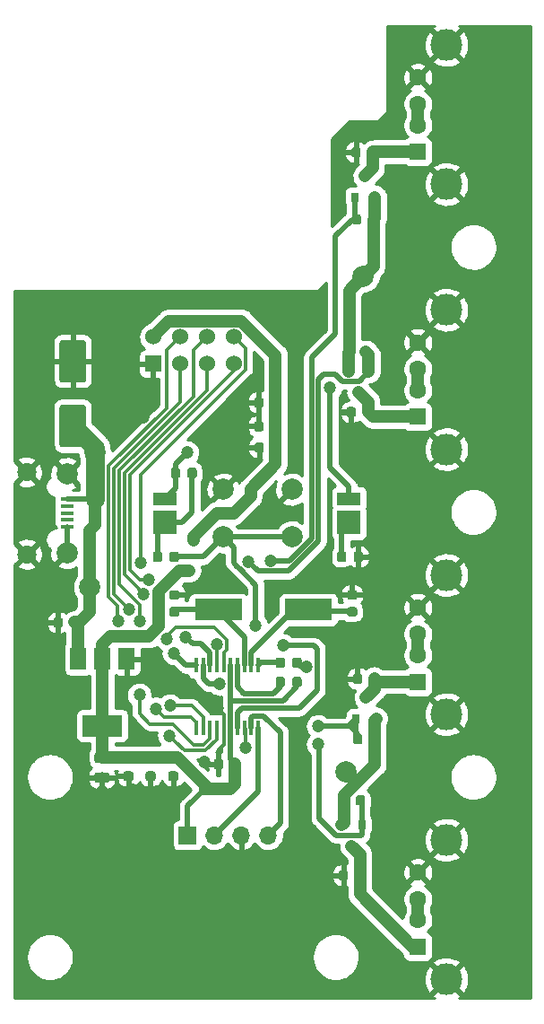
<source format=gbr>
G04 #@! TF.GenerationSoftware,KiCad,Pcbnew,(5.99.0-52-gefbc802f4)*
G04 #@! TF.CreationDate,2019-11-04T16:58:42+01:00*
G04 #@! TF.ProjectId,remote,72656d6f-7465-42e6-9b69-6361645f7063,rev?*
G04 #@! TF.SameCoordinates,Original*
G04 #@! TF.FileFunction,Copper,L1,Top*
G04 #@! TF.FilePolarity,Positive*
%FSLAX46Y46*%
G04 Gerber Fmt 4.6, Leading zero omitted, Abs format (unit mm)*
G04 Created by KiCad (PCBNEW (5.99.0-52-gefbc802f4)) date 2019-11-04 16:58:42*
%MOMM*%
%LPD*%
G04 APERTURE LIST*
%ADD10R,4.500000X2.000000*%
%ADD11R,0.450000X1.450000*%
%ADD12C,1.524000*%
%ADD13R,1.524000X1.524000*%
%ADD14R,1.500000X2.000000*%
%ADD15R,3.800000X2.000000*%
%ADD16C,2.000000*%
%ADD17C,0.100000*%
%ADD18C,0.875000*%
%ADD19R,0.800000X0.900000*%
%ADD20C,1.600000*%
%ADD21R,1.600000X1.600000*%
%ADD22C,3.000000*%
%ADD23O,1.700000X1.700000*%
%ADD24R,1.700000X1.700000*%
%ADD25C,1.800000*%
%ADD26R,1.300000X0.450000*%
%ADD27R,2.200000X1.250000*%
%ADD28R,2.200000X2.200000*%
%ADD29C,0.975000*%
%ADD30C,2.500000*%
%ADD31C,1.200000*%
%ADD32C,1.200000*%
%ADD33C,0.500000*%
%ADD34C,1.800000*%
%ADD35C,0.300000*%
%ADD36C,0.254000*%
G04 APERTURE END LIST*
D10*
X171150000Y-128200000D03*
X179650000Y-128200000D03*
D11*
X174925000Y-139350000D03*
X174275000Y-139350000D03*
X173625000Y-139350000D03*
X172975000Y-139350000D03*
X172325000Y-139350000D03*
X171675000Y-139350000D03*
X171025000Y-139350000D03*
X170375000Y-139350000D03*
X169725000Y-139350000D03*
X169075000Y-139350000D03*
X169075000Y-133450000D03*
X169725000Y-133450000D03*
X170375000Y-133450000D03*
X171025000Y-133450000D03*
X171675000Y-133450000D03*
X172325000Y-133450000D03*
X172975000Y-133450000D03*
X173625000Y-133450000D03*
X174275000Y-133450000D03*
X174925000Y-133450000D03*
D12*
X172620000Y-102460000D03*
X172620000Y-105000000D03*
X170080000Y-102460000D03*
X170080000Y-105000000D03*
X167540000Y-102460000D03*
X167540000Y-105000000D03*
X165000000Y-102460000D03*
D13*
X165000000Y-105000000D03*
D14*
X162500000Y-132850000D03*
X157900000Y-132850000D03*
X160200000Y-132850000D03*
D15*
X160200000Y-139150000D03*
D16*
X178100000Y-116850000D03*
X178100000Y-121350000D03*
X171600000Y-116850000D03*
X171600000Y-121350000D03*
D17*
G36*
X184527462Y-90941651D02*
G01*
X184598430Y-90989070D01*
X184645849Y-91060038D01*
X184662500Y-91143750D01*
X184662500Y-91656250D01*
X184645849Y-91739962D01*
X184598430Y-91810930D01*
X184527462Y-91858349D01*
X184443750Y-91875000D01*
X184006250Y-91875000D01*
X183922538Y-91858349D01*
X183851570Y-91810930D01*
X183804151Y-91739962D01*
X183787500Y-91656250D01*
X183787500Y-91143750D01*
X183804151Y-91060038D01*
X183851570Y-90989070D01*
X183922538Y-90941651D01*
X184006250Y-90925000D01*
X184443750Y-90925000D01*
X184527462Y-90941651D01*
X184527462Y-90941651D01*
G37*
D18*
X184225000Y-91400000D03*
D17*
G36*
X186102462Y-90941651D02*
G01*
X186173430Y-90989070D01*
X186220849Y-91060038D01*
X186237500Y-91143750D01*
X186237500Y-91656250D01*
X186220849Y-91739962D01*
X186173430Y-91810930D01*
X186102462Y-91858349D01*
X186018750Y-91875000D01*
X185581250Y-91875000D01*
X185497538Y-91858349D01*
X185426570Y-91810930D01*
X185379151Y-91739962D01*
X185362500Y-91656250D01*
X185362500Y-91143750D01*
X185379151Y-91060038D01*
X185426570Y-90989070D01*
X185497538Y-90941651D01*
X185581250Y-90925000D01*
X186018750Y-90925000D01*
X186102462Y-90941651D01*
X186102462Y-90941651D01*
G37*
D18*
X185800000Y-91400000D03*
D17*
G36*
X183114962Y-122741651D02*
G01*
X183185930Y-122789070D01*
X183233349Y-122860038D01*
X183250000Y-122943750D01*
X183250000Y-123456250D01*
X183233349Y-123539962D01*
X183185930Y-123610930D01*
X183114962Y-123658349D01*
X183031250Y-123675000D01*
X182593750Y-123675000D01*
X182510038Y-123658349D01*
X182439070Y-123610930D01*
X182391651Y-123539962D01*
X182375000Y-123456250D01*
X182375000Y-122943750D01*
X182391651Y-122860038D01*
X182439070Y-122789070D01*
X182510038Y-122741651D01*
X182593750Y-122725000D01*
X183031250Y-122725000D01*
X183114962Y-122741651D01*
X183114962Y-122741651D01*
G37*
D18*
X182812500Y-123200000D03*
D17*
G36*
X184689962Y-122741651D02*
G01*
X184760930Y-122789070D01*
X184808349Y-122860038D01*
X184825000Y-122943750D01*
X184825000Y-123456250D01*
X184808349Y-123539962D01*
X184760930Y-123610930D01*
X184689962Y-123658349D01*
X184606250Y-123675000D01*
X184168750Y-123675000D01*
X184085038Y-123658349D01*
X184014070Y-123610930D01*
X183966651Y-123539962D01*
X183950000Y-123456250D01*
X183950000Y-122943750D01*
X183966651Y-122860038D01*
X184014070Y-122789070D01*
X184085038Y-122741651D01*
X184168750Y-122725000D01*
X184606250Y-122725000D01*
X184689962Y-122741651D01*
X184689962Y-122741651D01*
G37*
D18*
X184387500Y-123200000D03*
D17*
G36*
X165714962Y-122741651D02*
G01*
X165785930Y-122789070D01*
X165833349Y-122860038D01*
X165850000Y-122943750D01*
X165850000Y-123456250D01*
X165833349Y-123539962D01*
X165785930Y-123610930D01*
X165714962Y-123658349D01*
X165631250Y-123675000D01*
X165193750Y-123675000D01*
X165110038Y-123658349D01*
X165039070Y-123610930D01*
X164991651Y-123539962D01*
X164975000Y-123456250D01*
X164975000Y-122943750D01*
X164991651Y-122860038D01*
X165039070Y-122789070D01*
X165110038Y-122741651D01*
X165193750Y-122725000D01*
X165631250Y-122725000D01*
X165714962Y-122741651D01*
X165714962Y-122741651D01*
G37*
D18*
X165412500Y-123200000D03*
D17*
G36*
X167289962Y-122741651D02*
G01*
X167360930Y-122789070D01*
X167408349Y-122860038D01*
X167425000Y-122943750D01*
X167425000Y-123456250D01*
X167408349Y-123539962D01*
X167360930Y-123610930D01*
X167289962Y-123658349D01*
X167206250Y-123675000D01*
X166768750Y-123675000D01*
X166685038Y-123658349D01*
X166614070Y-123610930D01*
X166566651Y-123539962D01*
X166550000Y-123456250D01*
X166550000Y-122943750D01*
X166566651Y-122860038D01*
X166614070Y-122789070D01*
X166685038Y-122741651D01*
X166768750Y-122725000D01*
X167206250Y-122725000D01*
X167289962Y-122741651D01*
X167289962Y-122741651D01*
G37*
D18*
X166987500Y-123200000D03*
D17*
G36*
X167414962Y-114841651D02*
G01*
X167485930Y-114889070D01*
X167533349Y-114960038D01*
X167550000Y-115043750D01*
X167550000Y-115556250D01*
X167533349Y-115639962D01*
X167485930Y-115710930D01*
X167414962Y-115758349D01*
X167331250Y-115775000D01*
X166893750Y-115775000D01*
X166810038Y-115758349D01*
X166739070Y-115710930D01*
X166691651Y-115639962D01*
X166675000Y-115556250D01*
X166675000Y-115043750D01*
X166691651Y-114960038D01*
X166739070Y-114889070D01*
X166810038Y-114841651D01*
X166893750Y-114825000D01*
X167331250Y-114825000D01*
X167414962Y-114841651D01*
X167414962Y-114841651D01*
G37*
D18*
X167112500Y-115300000D03*
D17*
G36*
X168989962Y-114841651D02*
G01*
X169060930Y-114889070D01*
X169108349Y-114960038D01*
X169125000Y-115043750D01*
X169125000Y-115556250D01*
X169108349Y-115639962D01*
X169060930Y-115710930D01*
X168989962Y-115758349D01*
X168906250Y-115775000D01*
X168468750Y-115775000D01*
X168385038Y-115758349D01*
X168314070Y-115710930D01*
X168266651Y-115639962D01*
X168250000Y-115556250D01*
X168250000Y-115043750D01*
X168266651Y-114960038D01*
X168314070Y-114889070D01*
X168385038Y-114841651D01*
X168468750Y-114825000D01*
X168906250Y-114825000D01*
X168989962Y-114841651D01*
X168989962Y-114841651D01*
G37*
D18*
X168687500Y-115300000D03*
D17*
G36*
X177314962Y-132741651D02*
G01*
X177385930Y-132789070D01*
X177433349Y-132860038D01*
X177450000Y-132943750D01*
X177450000Y-133456250D01*
X177433349Y-133539962D01*
X177385930Y-133610930D01*
X177314962Y-133658349D01*
X177231250Y-133675000D01*
X176793750Y-133675000D01*
X176710038Y-133658349D01*
X176639070Y-133610930D01*
X176591651Y-133539962D01*
X176575000Y-133456250D01*
X176575000Y-132943750D01*
X176591651Y-132860038D01*
X176639070Y-132789070D01*
X176710038Y-132741651D01*
X176793750Y-132725000D01*
X177231250Y-132725000D01*
X177314962Y-132741651D01*
X177314962Y-132741651D01*
G37*
D18*
X177012500Y-133200000D03*
D17*
G36*
X178889962Y-132741651D02*
G01*
X178960930Y-132789070D01*
X179008349Y-132860038D01*
X179025000Y-132943750D01*
X179025000Y-133456250D01*
X179008349Y-133539962D01*
X178960930Y-133610930D01*
X178889962Y-133658349D01*
X178806250Y-133675000D01*
X178368750Y-133675000D01*
X178285038Y-133658349D01*
X178214070Y-133610930D01*
X178166651Y-133539962D01*
X178150000Y-133456250D01*
X178150000Y-132943750D01*
X178166651Y-132860038D01*
X178214070Y-132789070D01*
X178285038Y-132741651D01*
X178368750Y-132725000D01*
X178806250Y-132725000D01*
X178889962Y-132741651D01*
X178889962Y-132741651D01*
G37*
D18*
X178587500Y-133200000D03*
D17*
G36*
X184889962Y-145741651D02*
G01*
X184960930Y-145789070D01*
X185008349Y-145860038D01*
X185025000Y-145943750D01*
X185025000Y-146456250D01*
X185008349Y-146539962D01*
X184960930Y-146610930D01*
X184889962Y-146658349D01*
X184806250Y-146675000D01*
X184368750Y-146675000D01*
X184285038Y-146658349D01*
X184214070Y-146610930D01*
X184166651Y-146539962D01*
X184150000Y-146456250D01*
X184150000Y-145943750D01*
X184166651Y-145860038D01*
X184214070Y-145789070D01*
X184285038Y-145741651D01*
X184368750Y-145725000D01*
X184806250Y-145725000D01*
X184889962Y-145741651D01*
X184889962Y-145741651D01*
G37*
D18*
X184587500Y-146200000D03*
D17*
G36*
X183314962Y-145741651D02*
G01*
X183385930Y-145789070D01*
X183433349Y-145860038D01*
X183450000Y-145943750D01*
X183450000Y-146456250D01*
X183433349Y-146539962D01*
X183385930Y-146610930D01*
X183314962Y-146658349D01*
X183231250Y-146675000D01*
X182793750Y-146675000D01*
X182710038Y-146658349D01*
X182639070Y-146610930D01*
X182591651Y-146539962D01*
X182575000Y-146456250D01*
X182575000Y-145943750D01*
X182591651Y-145860038D01*
X182639070Y-145789070D01*
X182710038Y-145741651D01*
X182793750Y-145725000D01*
X183231250Y-145725000D01*
X183314962Y-145741651D01*
X183314962Y-145741651D01*
G37*
D18*
X183012500Y-146200000D03*
D17*
G36*
X177314962Y-134541651D02*
G01*
X177385930Y-134589070D01*
X177433349Y-134660038D01*
X177450000Y-134743750D01*
X177450000Y-135256250D01*
X177433349Y-135339962D01*
X177385930Y-135410930D01*
X177314962Y-135458349D01*
X177231250Y-135475000D01*
X176793750Y-135475000D01*
X176710038Y-135458349D01*
X176639070Y-135410930D01*
X176591651Y-135339962D01*
X176575000Y-135256250D01*
X176575000Y-134743750D01*
X176591651Y-134660038D01*
X176639070Y-134589070D01*
X176710038Y-134541651D01*
X176793750Y-134525000D01*
X177231250Y-134525000D01*
X177314962Y-134541651D01*
X177314962Y-134541651D01*
G37*
D18*
X177012500Y-135000000D03*
D17*
G36*
X178889962Y-134541651D02*
G01*
X178960930Y-134589070D01*
X179008349Y-134660038D01*
X179025000Y-134743750D01*
X179025000Y-135256250D01*
X179008349Y-135339962D01*
X178960930Y-135410930D01*
X178889962Y-135458349D01*
X178806250Y-135475000D01*
X178368750Y-135475000D01*
X178285038Y-135458349D01*
X178214070Y-135410930D01*
X178166651Y-135339962D01*
X178150000Y-135256250D01*
X178150000Y-134743750D01*
X178166651Y-134660038D01*
X178214070Y-134589070D01*
X178285038Y-134541651D01*
X178368750Y-134525000D01*
X178806250Y-134525000D01*
X178889962Y-134541651D01*
X178889962Y-134541651D01*
G37*
D18*
X178587500Y-135000000D03*
D17*
G36*
X185389962Y-103441651D02*
G01*
X185460930Y-103489070D01*
X185508349Y-103560038D01*
X185525000Y-103643750D01*
X185525000Y-104156250D01*
X185508349Y-104239962D01*
X185460930Y-104310930D01*
X185389962Y-104358349D01*
X185306250Y-104375000D01*
X184868750Y-104375000D01*
X184785038Y-104358349D01*
X184714070Y-104310930D01*
X184666651Y-104239962D01*
X184650000Y-104156250D01*
X184650000Y-103643750D01*
X184666651Y-103560038D01*
X184714070Y-103489070D01*
X184785038Y-103441651D01*
X184868750Y-103425000D01*
X185306250Y-103425000D01*
X185389962Y-103441651D01*
X185389962Y-103441651D01*
G37*
D18*
X185087500Y-103900000D03*
D17*
G36*
X183814962Y-103441651D02*
G01*
X183885930Y-103489070D01*
X183933349Y-103560038D01*
X183950000Y-103643750D01*
X183950000Y-104156250D01*
X183933349Y-104239962D01*
X183885930Y-104310930D01*
X183814962Y-104358349D01*
X183731250Y-104375000D01*
X183293750Y-104375000D01*
X183210038Y-104358349D01*
X183139070Y-104310930D01*
X183091651Y-104239962D01*
X183075000Y-104156250D01*
X183075000Y-103643750D01*
X183091651Y-103560038D01*
X183139070Y-103489070D01*
X183210038Y-103441651D01*
X183293750Y-103425000D01*
X183731250Y-103425000D01*
X183814962Y-103441651D01*
X183814962Y-103441651D01*
G37*
D18*
X183512500Y-103900000D03*
D17*
G36*
X184627462Y-139941651D02*
G01*
X184698430Y-139989070D01*
X184745849Y-140060038D01*
X184762500Y-140143750D01*
X184762500Y-140656250D01*
X184745849Y-140739962D01*
X184698430Y-140810930D01*
X184627462Y-140858349D01*
X184543750Y-140875000D01*
X184106250Y-140875000D01*
X184022538Y-140858349D01*
X183951570Y-140810930D01*
X183904151Y-140739962D01*
X183887500Y-140656250D01*
X183887500Y-140143750D01*
X183904151Y-140060038D01*
X183951570Y-139989070D01*
X184022538Y-139941651D01*
X184106250Y-139925000D01*
X184543750Y-139925000D01*
X184627462Y-139941651D01*
X184627462Y-139941651D01*
G37*
D18*
X184325000Y-140400000D03*
D17*
G36*
X186202462Y-139941651D02*
G01*
X186273430Y-139989070D01*
X186320849Y-140060038D01*
X186337500Y-140143750D01*
X186337500Y-140656250D01*
X186320849Y-140739962D01*
X186273430Y-140810930D01*
X186202462Y-140858349D01*
X186118750Y-140875000D01*
X185681250Y-140875000D01*
X185597538Y-140858349D01*
X185526570Y-140810930D01*
X185479151Y-140739962D01*
X185462500Y-140656250D01*
X185462500Y-140143750D01*
X185479151Y-140060038D01*
X185526570Y-139989070D01*
X185597538Y-139941651D01*
X185681250Y-139925000D01*
X186118750Y-139925000D01*
X186202462Y-139941651D01*
X186202462Y-139941651D01*
G37*
D18*
X185900000Y-140400000D03*
D19*
X185000000Y-87300000D03*
X185950000Y-89300000D03*
X184050000Y-89300000D03*
X183750000Y-150500000D03*
X182800000Y-148500000D03*
X184700000Y-148500000D03*
X184400000Y-107700000D03*
X183450000Y-105700000D03*
X185350000Y-105700000D03*
X185100000Y-136500000D03*
X186050000Y-138500000D03*
X184150000Y-138500000D03*
D20*
X190000000Y-78000000D03*
X190000000Y-80500000D03*
X190000000Y-82500000D03*
D21*
X190000000Y-85000000D03*
D22*
X192710000Y-88070000D03*
X192710000Y-74930000D03*
D20*
X190000000Y-153000000D03*
X190000000Y-155500000D03*
X190000000Y-157500000D03*
D21*
X190000000Y-160000000D03*
D22*
X192710000Y-163070000D03*
X192710000Y-149930000D03*
D23*
X175870000Y-149500000D03*
X173330000Y-149500000D03*
X170790000Y-149500000D03*
D24*
X168250000Y-149500000D03*
D20*
X190000000Y-103000000D03*
X190000000Y-105500000D03*
X190000000Y-107500000D03*
D21*
X190000000Y-110000000D03*
D22*
X192710000Y-113070000D03*
X192710000Y-99930000D03*
D25*
X153050000Y-122975000D03*
X153050000Y-115225000D03*
D16*
X156850000Y-122825000D03*
X156850000Y-115375000D03*
D26*
X156900000Y-120400000D03*
X156900000Y-119750000D03*
X156900000Y-119100000D03*
X156900000Y-118450000D03*
X156900000Y-117800000D03*
D20*
X190000000Y-128000000D03*
X190000000Y-130500000D03*
X190000000Y-132500000D03*
D21*
X190000000Y-135000000D03*
D22*
X192710000Y-138070000D03*
X192710000Y-124930000D03*
D27*
X183500000Y-117725000D03*
D28*
X183500000Y-120000000D03*
D27*
X166100000Y-117725000D03*
D28*
X166100000Y-120000000D03*
D17*
G36*
X184464962Y-84591651D02*
G01*
X184535930Y-84639070D01*
X184583349Y-84710038D01*
X184600000Y-84793750D01*
X184600000Y-85306250D01*
X184583349Y-85389962D01*
X184535930Y-85460930D01*
X184464962Y-85508349D01*
X184381250Y-85525000D01*
X183943750Y-85525000D01*
X183860038Y-85508349D01*
X183789070Y-85460930D01*
X183741651Y-85389962D01*
X183725000Y-85306250D01*
X183725000Y-84793750D01*
X183741651Y-84710038D01*
X183789070Y-84639070D01*
X183860038Y-84591651D01*
X183943750Y-84575000D01*
X184381250Y-84575000D01*
X184464962Y-84591651D01*
X184464962Y-84591651D01*
G37*
D18*
X184162500Y-85050000D03*
D17*
G36*
X186039962Y-84591651D02*
G01*
X186110930Y-84639070D01*
X186158349Y-84710038D01*
X186175000Y-84793750D01*
X186175000Y-85306250D01*
X186158349Y-85389962D01*
X186110930Y-85460930D01*
X186039962Y-85508349D01*
X185956250Y-85525000D01*
X185518750Y-85525000D01*
X185435038Y-85508349D01*
X185364070Y-85460930D01*
X185316651Y-85389962D01*
X185300000Y-85306250D01*
X185300000Y-84793750D01*
X185316651Y-84710038D01*
X185364070Y-84639070D01*
X185435038Y-84591651D01*
X185518750Y-84575000D01*
X185956250Y-84575000D01*
X186039962Y-84591651D01*
X186039962Y-84591651D01*
G37*
D18*
X185737500Y-85050000D03*
D17*
G36*
X175314962Y-112441651D02*
G01*
X175385930Y-112489070D01*
X175433349Y-112560038D01*
X175450000Y-112643750D01*
X175450000Y-113156250D01*
X175433349Y-113239962D01*
X175385930Y-113310930D01*
X175314962Y-113358349D01*
X175231250Y-113375000D01*
X174793750Y-113375000D01*
X174710038Y-113358349D01*
X174639070Y-113310930D01*
X174591651Y-113239962D01*
X174575000Y-113156250D01*
X174575000Y-112643750D01*
X174591651Y-112560038D01*
X174639070Y-112489070D01*
X174710038Y-112441651D01*
X174793750Y-112425000D01*
X175231250Y-112425000D01*
X175314962Y-112441651D01*
X175314962Y-112441651D01*
G37*
D18*
X175012500Y-112900000D03*
D17*
G36*
X176889962Y-112441651D02*
G01*
X176960930Y-112489070D01*
X177008349Y-112560038D01*
X177025000Y-112643750D01*
X177025000Y-113156250D01*
X177008349Y-113239962D01*
X176960930Y-113310930D01*
X176889962Y-113358349D01*
X176806250Y-113375000D01*
X176368750Y-113375000D01*
X176285038Y-113358349D01*
X176214070Y-113310930D01*
X176166651Y-113239962D01*
X176150000Y-113156250D01*
X176150000Y-112643750D01*
X176166651Y-112560038D01*
X176214070Y-112489070D01*
X176285038Y-112441651D01*
X176368750Y-112425000D01*
X176806250Y-112425000D01*
X176889962Y-112441651D01*
X176889962Y-112441651D01*
G37*
D18*
X176587500Y-112900000D03*
D17*
G36*
X175277462Y-110441651D02*
G01*
X175348430Y-110489070D01*
X175395849Y-110560038D01*
X175412500Y-110643750D01*
X175412500Y-111156250D01*
X175395849Y-111239962D01*
X175348430Y-111310930D01*
X175277462Y-111358349D01*
X175193750Y-111375000D01*
X174756250Y-111375000D01*
X174672538Y-111358349D01*
X174601570Y-111310930D01*
X174554151Y-111239962D01*
X174537500Y-111156250D01*
X174537500Y-110643750D01*
X174554151Y-110560038D01*
X174601570Y-110489070D01*
X174672538Y-110441651D01*
X174756250Y-110425000D01*
X175193750Y-110425000D01*
X175277462Y-110441651D01*
X175277462Y-110441651D01*
G37*
D18*
X174975000Y-110900000D03*
D17*
G36*
X176852462Y-110441651D02*
G01*
X176923430Y-110489070D01*
X176970849Y-110560038D01*
X176987500Y-110643750D01*
X176987500Y-111156250D01*
X176970849Y-111239962D01*
X176923430Y-111310930D01*
X176852462Y-111358349D01*
X176768750Y-111375000D01*
X176331250Y-111375000D01*
X176247538Y-111358349D01*
X176176570Y-111310930D01*
X176129151Y-111239962D01*
X176112500Y-111156250D01*
X176112500Y-110643750D01*
X176129151Y-110560038D01*
X176176570Y-110489070D01*
X176247538Y-110441651D01*
X176331250Y-110425000D01*
X176768750Y-110425000D01*
X176852462Y-110441651D01*
X176852462Y-110441651D01*
G37*
D18*
X176550000Y-110900000D03*
D17*
G36*
X175277462Y-108191651D02*
G01*
X175348430Y-108239070D01*
X175395849Y-108310038D01*
X175412500Y-108393750D01*
X175412500Y-108906250D01*
X175395849Y-108989962D01*
X175348430Y-109060930D01*
X175277462Y-109108349D01*
X175193750Y-109125000D01*
X174756250Y-109125000D01*
X174672538Y-109108349D01*
X174601570Y-109060930D01*
X174554151Y-108989962D01*
X174537500Y-108906250D01*
X174537500Y-108393750D01*
X174554151Y-108310038D01*
X174601570Y-108239070D01*
X174672538Y-108191651D01*
X174756250Y-108175000D01*
X175193750Y-108175000D01*
X175277462Y-108191651D01*
X175277462Y-108191651D01*
G37*
D18*
X174975000Y-108650000D03*
D17*
G36*
X176852462Y-108191651D02*
G01*
X176923430Y-108239070D01*
X176970849Y-108310038D01*
X176987500Y-108393750D01*
X176987500Y-108906250D01*
X176970849Y-108989962D01*
X176923430Y-109060930D01*
X176852462Y-109108349D01*
X176768750Y-109125000D01*
X176331250Y-109125000D01*
X176247538Y-109108349D01*
X176176570Y-109060930D01*
X176129151Y-108989962D01*
X176112500Y-108906250D01*
X176112500Y-108393750D01*
X176129151Y-108310038D01*
X176176570Y-108239070D01*
X176247538Y-108191651D01*
X176331250Y-108175000D01*
X176768750Y-108175000D01*
X176852462Y-108191651D01*
X176852462Y-108191651D01*
G37*
D18*
X176550000Y-108650000D03*
D17*
G36*
X167339962Y-126391651D02*
G01*
X167410930Y-126439070D01*
X167458349Y-126510038D01*
X167475000Y-126593750D01*
X167475000Y-127031250D01*
X167458349Y-127114962D01*
X167410930Y-127185930D01*
X167339962Y-127233349D01*
X167256250Y-127250000D01*
X166743750Y-127250000D01*
X166660038Y-127233349D01*
X166589070Y-127185930D01*
X166541651Y-127114962D01*
X166525000Y-127031250D01*
X166525000Y-126593750D01*
X166541651Y-126510038D01*
X166589070Y-126439070D01*
X166660038Y-126391651D01*
X166743750Y-126375000D01*
X167256250Y-126375000D01*
X167339962Y-126391651D01*
X167339962Y-126391651D01*
G37*
D18*
X167000000Y-126812500D03*
D17*
G36*
X167339962Y-127966651D02*
G01*
X167410930Y-128014070D01*
X167458349Y-128085038D01*
X167475000Y-128168750D01*
X167475000Y-128606250D01*
X167458349Y-128689962D01*
X167410930Y-128760930D01*
X167339962Y-128808349D01*
X167256250Y-128825000D01*
X166743750Y-128825000D01*
X166660038Y-128808349D01*
X166589070Y-128760930D01*
X166541651Y-128689962D01*
X166525000Y-128606250D01*
X166525000Y-128168750D01*
X166541651Y-128085038D01*
X166589070Y-128014070D01*
X166660038Y-127966651D01*
X166743750Y-127950000D01*
X167256250Y-127950000D01*
X167339962Y-127966651D01*
X167339962Y-127966651D01*
G37*
D18*
X167000000Y-128387500D03*
D17*
G36*
X184139962Y-126391651D02*
G01*
X184210930Y-126439070D01*
X184258349Y-126510038D01*
X184275000Y-126593750D01*
X184275000Y-127031250D01*
X184258349Y-127114962D01*
X184210930Y-127185930D01*
X184139962Y-127233349D01*
X184056250Y-127250000D01*
X183543750Y-127250000D01*
X183460038Y-127233349D01*
X183389070Y-127185930D01*
X183341651Y-127114962D01*
X183325000Y-127031250D01*
X183325000Y-126593750D01*
X183341651Y-126510038D01*
X183389070Y-126439070D01*
X183460038Y-126391651D01*
X183543750Y-126375000D01*
X184056250Y-126375000D01*
X184139962Y-126391651D01*
X184139962Y-126391651D01*
G37*
D18*
X183800000Y-126812500D03*
D17*
G36*
X184139962Y-127966651D02*
G01*
X184210930Y-128014070D01*
X184258349Y-128085038D01*
X184275000Y-128168750D01*
X184275000Y-128606250D01*
X184258349Y-128689962D01*
X184210930Y-128760930D01*
X184139962Y-128808349D01*
X184056250Y-128825000D01*
X183543750Y-128825000D01*
X183460038Y-128808349D01*
X183389070Y-128760930D01*
X183341651Y-128689962D01*
X183325000Y-128606250D01*
X183325000Y-128168750D01*
X183341651Y-128085038D01*
X183389070Y-128014070D01*
X183460038Y-127966651D01*
X183543750Y-127950000D01*
X184056250Y-127950000D01*
X184139962Y-127966651D01*
X184139962Y-127966651D01*
G37*
D18*
X183800000Y-128387500D03*
D17*
G36*
X183264962Y-152791651D02*
G01*
X183335930Y-152839070D01*
X183383349Y-152910038D01*
X183400000Y-152993750D01*
X183400000Y-153506250D01*
X183383349Y-153589962D01*
X183335930Y-153660930D01*
X183264962Y-153708349D01*
X183181250Y-153725000D01*
X182743750Y-153725000D01*
X182660038Y-153708349D01*
X182589070Y-153660930D01*
X182541651Y-153589962D01*
X182525000Y-153506250D01*
X182525000Y-152993750D01*
X182541651Y-152910038D01*
X182589070Y-152839070D01*
X182660038Y-152791651D01*
X182743750Y-152775000D01*
X183181250Y-152775000D01*
X183264962Y-152791651D01*
X183264962Y-152791651D01*
G37*
D18*
X182962500Y-153250000D03*
D17*
G36*
X184839962Y-152791651D02*
G01*
X184910930Y-152839070D01*
X184958349Y-152910038D01*
X184975000Y-152993750D01*
X184975000Y-153506250D01*
X184958349Y-153589962D01*
X184910930Y-153660930D01*
X184839962Y-153708349D01*
X184756250Y-153725000D01*
X184318750Y-153725000D01*
X184235038Y-153708349D01*
X184164070Y-153660930D01*
X184116651Y-153589962D01*
X184100000Y-153506250D01*
X184100000Y-152993750D01*
X184116651Y-152910038D01*
X184164070Y-152839070D01*
X184235038Y-152791651D01*
X184318750Y-152775000D01*
X184756250Y-152775000D01*
X184839962Y-152791651D01*
X184839962Y-152791651D01*
G37*
D18*
X184537500Y-153250000D03*
D17*
G36*
X171477462Y-142291651D02*
G01*
X171548430Y-142339070D01*
X171595849Y-142410038D01*
X171612500Y-142493750D01*
X171612500Y-143006250D01*
X171595849Y-143089962D01*
X171548430Y-143160930D01*
X171477462Y-143208349D01*
X171393750Y-143225000D01*
X170956250Y-143225000D01*
X170872538Y-143208349D01*
X170801570Y-143160930D01*
X170754151Y-143089962D01*
X170737500Y-143006250D01*
X170737500Y-142493750D01*
X170754151Y-142410038D01*
X170801570Y-142339070D01*
X170872538Y-142291651D01*
X170956250Y-142275000D01*
X171393750Y-142275000D01*
X171477462Y-142291651D01*
X171477462Y-142291651D01*
G37*
D18*
X171175000Y-142750000D03*
D17*
G36*
X173052462Y-142291651D02*
G01*
X173123430Y-142339070D01*
X173170849Y-142410038D01*
X173187500Y-142493750D01*
X173187500Y-143006250D01*
X173170849Y-143089962D01*
X173123430Y-143160930D01*
X173052462Y-143208349D01*
X172968750Y-143225000D01*
X172531250Y-143225000D01*
X172447538Y-143208349D01*
X172376570Y-143160930D01*
X172329151Y-143089962D01*
X172312500Y-143006250D01*
X172312500Y-142493750D01*
X172329151Y-142410038D01*
X172376570Y-142339070D01*
X172447538Y-142291651D01*
X172531250Y-142275000D01*
X172968750Y-142275000D01*
X173052462Y-142291651D01*
X173052462Y-142291651D01*
G37*
D18*
X172750000Y-142750000D03*
D17*
G36*
X184014962Y-109091651D02*
G01*
X184085930Y-109139070D01*
X184133349Y-109210038D01*
X184150000Y-109293750D01*
X184150000Y-109806250D01*
X184133349Y-109889962D01*
X184085930Y-109960930D01*
X184014962Y-110008349D01*
X183931250Y-110025000D01*
X183493750Y-110025000D01*
X183410038Y-110008349D01*
X183339070Y-109960930D01*
X183291651Y-109889962D01*
X183275000Y-109806250D01*
X183275000Y-109293750D01*
X183291651Y-109210038D01*
X183339070Y-109139070D01*
X183410038Y-109091651D01*
X183493750Y-109075000D01*
X183931250Y-109075000D01*
X184014962Y-109091651D01*
X184014962Y-109091651D01*
G37*
D18*
X183712500Y-109550000D03*
D17*
G36*
X185589962Y-109091651D02*
G01*
X185660930Y-109139070D01*
X185708349Y-109210038D01*
X185725000Y-109293750D01*
X185725000Y-109806250D01*
X185708349Y-109889962D01*
X185660930Y-109960930D01*
X185589962Y-110008349D01*
X185506250Y-110025000D01*
X185068750Y-110025000D01*
X184985038Y-110008349D01*
X184914070Y-109960930D01*
X184866651Y-109889962D01*
X184850000Y-109806250D01*
X184850000Y-109293750D01*
X184866651Y-109210038D01*
X184914070Y-109139070D01*
X184985038Y-109091651D01*
X185068750Y-109075000D01*
X185506250Y-109075000D01*
X185589962Y-109091651D01*
X185589962Y-109091651D01*
G37*
D18*
X185287500Y-109550000D03*
D17*
G36*
X167239962Y-143466651D02*
G01*
X167310930Y-143514070D01*
X167358349Y-143585038D01*
X167375000Y-143668750D01*
X167375000Y-144106250D01*
X167358349Y-144189962D01*
X167310930Y-144260930D01*
X167239962Y-144308349D01*
X167156250Y-144325000D01*
X166643750Y-144325000D01*
X166560038Y-144308349D01*
X166489070Y-144260930D01*
X166441651Y-144189962D01*
X166425000Y-144106250D01*
X166425000Y-143668750D01*
X166441651Y-143585038D01*
X166489070Y-143514070D01*
X166560038Y-143466651D01*
X166643750Y-143450000D01*
X167156250Y-143450000D01*
X167239962Y-143466651D01*
X167239962Y-143466651D01*
G37*
D18*
X166900000Y-143887500D03*
D17*
G36*
X167239962Y-141891651D02*
G01*
X167310930Y-141939070D01*
X167358349Y-142010038D01*
X167375000Y-142093750D01*
X167375000Y-142531250D01*
X167358349Y-142614962D01*
X167310930Y-142685930D01*
X167239962Y-142733349D01*
X167156250Y-142750000D01*
X166643750Y-142750000D01*
X166560038Y-142733349D01*
X166489070Y-142685930D01*
X166441651Y-142614962D01*
X166425000Y-142531250D01*
X166425000Y-142093750D01*
X166441651Y-142010038D01*
X166489070Y-141939070D01*
X166560038Y-141891651D01*
X166643750Y-141875000D01*
X167156250Y-141875000D01*
X167239962Y-141891651D01*
X167239962Y-141891651D01*
G37*
D18*
X166900000Y-142312500D03*
D17*
G36*
X165089962Y-143466651D02*
G01*
X165160930Y-143514070D01*
X165208349Y-143585038D01*
X165225000Y-143668750D01*
X165225000Y-144106250D01*
X165208349Y-144189962D01*
X165160930Y-144260930D01*
X165089962Y-144308349D01*
X165006250Y-144325000D01*
X164493750Y-144325000D01*
X164410038Y-144308349D01*
X164339070Y-144260930D01*
X164291651Y-144189962D01*
X164275000Y-144106250D01*
X164275000Y-143668750D01*
X164291651Y-143585038D01*
X164339070Y-143514070D01*
X164410038Y-143466651D01*
X164493750Y-143450000D01*
X165006250Y-143450000D01*
X165089962Y-143466651D01*
X165089962Y-143466651D01*
G37*
D18*
X164750000Y-143887500D03*
D17*
G36*
X165089962Y-141891651D02*
G01*
X165160930Y-141939070D01*
X165208349Y-142010038D01*
X165225000Y-142093750D01*
X165225000Y-142531250D01*
X165208349Y-142614962D01*
X165160930Y-142685930D01*
X165089962Y-142733349D01*
X165006250Y-142750000D01*
X164493750Y-142750000D01*
X164410038Y-142733349D01*
X164339070Y-142685930D01*
X164291651Y-142614962D01*
X164275000Y-142531250D01*
X164275000Y-142093750D01*
X164291651Y-142010038D01*
X164339070Y-141939070D01*
X164410038Y-141891651D01*
X164493750Y-141875000D01*
X165006250Y-141875000D01*
X165089962Y-141891651D01*
X165089962Y-141891651D01*
G37*
D18*
X164750000Y-142312500D03*
D17*
G36*
X162989962Y-143466651D02*
G01*
X163060930Y-143514070D01*
X163108349Y-143585038D01*
X163125000Y-143668750D01*
X163125000Y-144106250D01*
X163108349Y-144189962D01*
X163060930Y-144260930D01*
X162989962Y-144308349D01*
X162906250Y-144325000D01*
X162393750Y-144325000D01*
X162310038Y-144308349D01*
X162239070Y-144260930D01*
X162191651Y-144189962D01*
X162175000Y-144106250D01*
X162175000Y-143668750D01*
X162191651Y-143585038D01*
X162239070Y-143514070D01*
X162310038Y-143466651D01*
X162393750Y-143450000D01*
X162906250Y-143450000D01*
X162989962Y-143466651D01*
X162989962Y-143466651D01*
G37*
D18*
X162650000Y-143887500D03*
D17*
G36*
X162989962Y-141891651D02*
G01*
X163060930Y-141939070D01*
X163108349Y-142010038D01*
X163125000Y-142093750D01*
X163125000Y-142531250D01*
X163108349Y-142614962D01*
X163060930Y-142685930D01*
X162989962Y-142733349D01*
X162906250Y-142750000D01*
X162393750Y-142750000D01*
X162310038Y-142733349D01*
X162239070Y-142685930D01*
X162191651Y-142614962D01*
X162175000Y-142531250D01*
X162175000Y-142093750D01*
X162191651Y-142010038D01*
X162239070Y-141939070D01*
X162310038Y-141891651D01*
X162393750Y-141875000D01*
X162906250Y-141875000D01*
X162989962Y-141891651D01*
X162989962Y-141891651D01*
G37*
D18*
X162650000Y-142312500D03*
D17*
G36*
X160699529Y-143568554D02*
G01*
X160778607Y-143621393D01*
X160831446Y-143700471D01*
X160850000Y-143793750D01*
X160850000Y-144281250D01*
X160831446Y-144374529D01*
X160778607Y-144453607D01*
X160699529Y-144506446D01*
X160606250Y-144525000D01*
X159693750Y-144525000D01*
X159600471Y-144506446D01*
X159521393Y-144453607D01*
X159468554Y-144374529D01*
X159450000Y-144281250D01*
X159450000Y-143793750D01*
X159468554Y-143700471D01*
X159521393Y-143621393D01*
X159600471Y-143568554D01*
X159693750Y-143550000D01*
X160606250Y-143550000D01*
X160699529Y-143568554D01*
X160699529Y-143568554D01*
G37*
D29*
X160150000Y-144037500D03*
D17*
G36*
X160699529Y-141693554D02*
G01*
X160778607Y-141746393D01*
X160831446Y-141825471D01*
X160850000Y-141918750D01*
X160850000Y-142406250D01*
X160831446Y-142499529D01*
X160778607Y-142578607D01*
X160699529Y-142631446D01*
X160606250Y-142650000D01*
X159693750Y-142650000D01*
X159600471Y-142631446D01*
X159521393Y-142578607D01*
X159468554Y-142499529D01*
X159450000Y-142406250D01*
X159450000Y-141918750D01*
X159468554Y-141825471D01*
X159521393Y-141746393D01*
X159600471Y-141693554D01*
X159693750Y-141675000D01*
X160606250Y-141675000D01*
X160699529Y-141693554D01*
X160699529Y-141693554D01*
G37*
D29*
X160150000Y-142162500D03*
D17*
G36*
X156314962Y-128941651D02*
G01*
X156385930Y-128989070D01*
X156433349Y-129060038D01*
X156450000Y-129143750D01*
X156450000Y-129656250D01*
X156433349Y-129739962D01*
X156385930Y-129810930D01*
X156314962Y-129858349D01*
X156231250Y-129875000D01*
X155793750Y-129875000D01*
X155710038Y-129858349D01*
X155639070Y-129810930D01*
X155591651Y-129739962D01*
X155575000Y-129656250D01*
X155575000Y-129143750D01*
X155591651Y-129060038D01*
X155639070Y-128989070D01*
X155710038Y-128941651D01*
X155793750Y-128925000D01*
X156231250Y-128925000D01*
X156314962Y-128941651D01*
X156314962Y-128941651D01*
G37*
D18*
X156012500Y-129400000D03*
D17*
G36*
X157889962Y-128941651D02*
G01*
X157960930Y-128989070D01*
X158008349Y-129060038D01*
X158025000Y-129143750D01*
X158025000Y-129656250D01*
X158008349Y-129739962D01*
X157960930Y-129810930D01*
X157889962Y-129858349D01*
X157806250Y-129875000D01*
X157368750Y-129875000D01*
X157285038Y-129858349D01*
X157214070Y-129810930D01*
X157166651Y-129739962D01*
X157150000Y-129656250D01*
X157150000Y-129143750D01*
X157166651Y-129060038D01*
X157214070Y-128989070D01*
X157285038Y-128941651D01*
X157368750Y-128925000D01*
X157806250Y-128925000D01*
X157889962Y-128941651D01*
X157889962Y-128941651D01*
G37*
D18*
X157587500Y-129400000D03*
D17*
G36*
X158495671Y-102769030D02*
G01*
X158576777Y-102823223D01*
X158630970Y-102904329D01*
X158650000Y-103000000D01*
X158650000Y-106500000D01*
X158630970Y-106595671D01*
X158576777Y-106676777D01*
X158495671Y-106730970D01*
X158400000Y-106750000D01*
X156400000Y-106750000D01*
X156304329Y-106730970D01*
X156223223Y-106676777D01*
X156169030Y-106595671D01*
X156150000Y-106500000D01*
X156150000Y-103000000D01*
X156169030Y-102904329D01*
X156223223Y-102823223D01*
X156304329Y-102769030D01*
X156400000Y-102750000D01*
X158400000Y-102750000D01*
X158495671Y-102769030D01*
X158495671Y-102769030D01*
G37*
D30*
X157400000Y-104750000D03*
D17*
G36*
X158495671Y-108869030D02*
G01*
X158576777Y-108923223D01*
X158630970Y-109004329D01*
X158650000Y-109100000D01*
X158650000Y-112600000D01*
X158630970Y-112695671D01*
X158576777Y-112776777D01*
X158495671Y-112830970D01*
X158400000Y-112850000D01*
X156400000Y-112850000D01*
X156304329Y-112830970D01*
X156223223Y-112776777D01*
X156169030Y-112695671D01*
X156150000Y-112600000D01*
X156150000Y-109100000D01*
X156169030Y-109004329D01*
X156223223Y-108923223D01*
X156304329Y-108869030D01*
X156400000Y-108850000D01*
X158400000Y-108850000D01*
X158495671Y-108869030D01*
X158495671Y-108869030D01*
G37*
D30*
X157400000Y-110850000D03*
D17*
G36*
X184614962Y-134241651D02*
G01*
X184685930Y-134289070D01*
X184733349Y-134360038D01*
X184750000Y-134443750D01*
X184750000Y-134956250D01*
X184733349Y-135039962D01*
X184685930Y-135110930D01*
X184614962Y-135158349D01*
X184531250Y-135175000D01*
X184093750Y-135175000D01*
X184010038Y-135158349D01*
X183939070Y-135110930D01*
X183891651Y-135039962D01*
X183875000Y-134956250D01*
X183875000Y-134443750D01*
X183891651Y-134360038D01*
X183939070Y-134289070D01*
X184010038Y-134241651D01*
X184093750Y-134225000D01*
X184531250Y-134225000D01*
X184614962Y-134241651D01*
X184614962Y-134241651D01*
G37*
D18*
X184312500Y-134700000D03*
D17*
G36*
X186189962Y-134241651D02*
G01*
X186260930Y-134289070D01*
X186308349Y-134360038D01*
X186325000Y-134443750D01*
X186325000Y-134956250D01*
X186308349Y-135039962D01*
X186260930Y-135110930D01*
X186189962Y-135158349D01*
X186106250Y-135175000D01*
X185668750Y-135175000D01*
X185585038Y-135158349D01*
X185514070Y-135110930D01*
X185466651Y-135039962D01*
X185450000Y-134956250D01*
X185450000Y-134443750D01*
X185466651Y-134360038D01*
X185514070Y-134289070D01*
X185585038Y-134241651D01*
X185668750Y-134225000D01*
X186106250Y-134225000D01*
X186189962Y-134241651D01*
X186189962Y-134241651D01*
G37*
D18*
X185887500Y-134700000D03*
D31*
X176100000Y-123600000D03*
X174000000Y-123700000D03*
X180600000Y-140900000D03*
X180600000Y-139200000D03*
X171300000Y-135200000D03*
X168800000Y-121700000D03*
X168400000Y-124500000D03*
D16*
X183200000Y-143500000D03*
X184850000Y-96750000D03*
X159500000Y-113400000D03*
D31*
X173700000Y-141200000D03*
X164099049Y-126701216D03*
X166521759Y-140078241D03*
X166950011Y-132300000D03*
X166605670Y-137261219D03*
X165237067Y-137556111D03*
D16*
X159000000Y-126100000D03*
D31*
X161669098Y-129288137D03*
X163700000Y-129300000D03*
X164550041Y-125363202D03*
X162749990Y-128200000D03*
X163700019Y-136245241D03*
X173700000Y-114800000D03*
X171600000Y-109800000D03*
X170300000Y-110900000D03*
X154200000Y-104900000D03*
X160200000Y-104900000D03*
X157400000Y-101100000D03*
X184100000Y-83100000D03*
X184200000Y-111100000D03*
X185400000Y-126800000D03*
X185900000Y-123000000D03*
X184300000Y-133000000D03*
X177300000Y-131600000D03*
X174700000Y-129700000D03*
X179525000Y-133600000D03*
X169200000Y-126100000D03*
X170900000Y-124500000D03*
X166900000Y-134500000D03*
X171100000Y-137500000D03*
X169800000Y-142600000D03*
X163100000Y-145200000D03*
X160200000Y-145400000D03*
X155900000Y-127900000D03*
X168200000Y-113400000D03*
X164063997Y-110063997D03*
X168100000Y-130800000D03*
X171000000Y-131500000D03*
X166318018Y-130961882D03*
X163800000Y-123800000D03*
X181700000Y-107300000D03*
D32*
X185787500Y-85000000D02*
X185737500Y-85050000D01*
X190000000Y-85000000D02*
X185787500Y-85000000D01*
X185737500Y-86562500D02*
X185000000Y-87300000D01*
X185737500Y-85050000D02*
X185737500Y-86562500D01*
X184537500Y-155037500D02*
X184537500Y-153250000D01*
X190000000Y-160000000D02*
X189500000Y-160000000D01*
X189500000Y-160000000D02*
X184537500Y-155037500D01*
X190000000Y-157500000D02*
X190000000Y-155500000D01*
X190000000Y-130500000D02*
X190000000Y-132500000D01*
X190000000Y-107500000D02*
X190000000Y-105500000D01*
X186187500Y-135000000D02*
X185887500Y-134700000D01*
X190000000Y-135000000D02*
X186187500Y-135000000D01*
X185887500Y-135712500D02*
X185887500Y-134700000D01*
X185100000Y-136500000D02*
X185887500Y-135712500D01*
D33*
X172975000Y-134425000D02*
X172975000Y-133450000D01*
X173000000Y-134450000D02*
X172975000Y-134425000D01*
X176387500Y-136100000D02*
X173600000Y-136100000D01*
X177012500Y-135000000D02*
X177012500Y-135475000D01*
X173600000Y-136100000D02*
X173000000Y-135500000D01*
X177012500Y-135475000D02*
X176387500Y-136100000D01*
X173000000Y-135500000D02*
X173000000Y-134450000D01*
X175175000Y-133200000D02*
X174925000Y-133450000D01*
X177012500Y-133200000D02*
X175175000Y-133200000D01*
X174275000Y-139350000D02*
X174275000Y-138425000D01*
X177000000Y-148370000D02*
X175870000Y-149500000D01*
X174925000Y-145365000D02*
X170790000Y-149500000D01*
X174925000Y-139350000D02*
X174925000Y-145365000D01*
D32*
X184537500Y-151287500D02*
X183750000Y-150500000D01*
X184537500Y-153250000D02*
X184537500Y-151287500D01*
X185737500Y-110000000D02*
X185287500Y-109550000D01*
X190000000Y-110000000D02*
X185737500Y-110000000D01*
X185287500Y-108587500D02*
X185287500Y-109550000D01*
X184400000Y-107700000D02*
X185287500Y-108587500D01*
X185350000Y-104162500D02*
X185087500Y-103900000D01*
X185350000Y-105700000D02*
X185350000Y-104162500D01*
D33*
X182812500Y-120687500D02*
X183500000Y-120000000D01*
X182812500Y-123200000D02*
X182812500Y-120687500D01*
X179837500Y-128387500D02*
X179650000Y-128200000D01*
X183800000Y-128387500D02*
X179837500Y-128387500D01*
X167187500Y-128200000D02*
X167000000Y-128387500D01*
X171150000Y-128200000D02*
X167187500Y-128200000D01*
X178300000Y-128200000D02*
X179650000Y-128200000D01*
X174275000Y-132225000D02*
X178300000Y-128200000D01*
X174275000Y-133450000D02*
X174275000Y-132225000D01*
X184050000Y-91225000D02*
X184225000Y-91400000D01*
X184050000Y-89300000D02*
X184050000Y-91225000D01*
X184700000Y-146312500D02*
X184587500Y-146200000D01*
X184700000Y-148500000D02*
X184700000Y-146312500D01*
X182250007Y-149475009D02*
X180700000Y-147925002D01*
X184674991Y-149475009D02*
X182250007Y-149475009D01*
X184700000Y-148500000D02*
X184700000Y-149450000D01*
X184700000Y-149450000D02*
X184674991Y-149475009D01*
X180700000Y-147925002D02*
X180700000Y-141000000D01*
X180700000Y-141000000D02*
X180600000Y-140900000D01*
X183450000Y-139200000D02*
X184150000Y-138500000D01*
X180600000Y-139200000D02*
X183450000Y-139200000D01*
X184150000Y-140225000D02*
X184325000Y-140400000D01*
X184150000Y-138500000D02*
X184150000Y-140225000D01*
X183600000Y-139200000D02*
X183450000Y-139200000D01*
X184325000Y-139925000D02*
X183600000Y-139200000D01*
X184325000Y-140400000D02*
X184325000Y-139925000D01*
X174450001Y-138249999D02*
X174275000Y-138425000D01*
X175449999Y-138249999D02*
X174450001Y-138249999D01*
X177000000Y-139800000D02*
X175449999Y-138249999D01*
X177000000Y-139800000D02*
X177000000Y-148370000D01*
X169725000Y-134675000D02*
X170250000Y-135200000D01*
X170250000Y-135200000D02*
X171300000Y-135200000D01*
X169725000Y-133450000D02*
X169725000Y-134675000D01*
D32*
X172750000Y-144650000D02*
X172750000Y-142750000D01*
X172300000Y-145100000D02*
X172750000Y-144650000D01*
X160200000Y-142112500D02*
X160150000Y-142162500D01*
D33*
X178587500Y-135475000D02*
X177287500Y-136775000D01*
X172325000Y-139350000D02*
X172325000Y-139225000D01*
X172750000Y-142750000D02*
X172325000Y-142325000D01*
X172325000Y-142325000D02*
X172325000Y-139350000D01*
X168250000Y-146750000D02*
X169900000Y-145100000D01*
X172325000Y-139225000D02*
X172325000Y-136775000D01*
X172325000Y-136775000D02*
X172325000Y-133450000D01*
X178587500Y-135000000D02*
X178587500Y-135475000D01*
D32*
X169900000Y-145100000D02*
X172300000Y-145100000D01*
D33*
X168250000Y-149500000D02*
X168250000Y-146750000D01*
X177287500Y-136775000D02*
X172325000Y-136775000D01*
D32*
X160200000Y-139150000D02*
X160200000Y-132850000D01*
X160200000Y-139150000D02*
X160200000Y-142112500D01*
X176550000Y-104189238D02*
X176550000Y-108175000D01*
X173333761Y-100972999D02*
X176550000Y-104189238D01*
X176550000Y-108175000D02*
X176550000Y-108650000D01*
X166487001Y-100972999D02*
X173333761Y-100972999D01*
X165000000Y-102460000D02*
X166487001Y-100972999D01*
D34*
X157400000Y-110850000D02*
X159500000Y-112950000D01*
D32*
X183012500Y-148287500D02*
X182800000Y-148500000D01*
X185950000Y-89300000D02*
X185950000Y-91250000D01*
X184018750Y-144318750D02*
X183200000Y-143500000D01*
X184418750Y-144318750D02*
X185900000Y-142837500D01*
X159000000Y-128425000D02*
X158025000Y-129400000D01*
D34*
X159500000Y-112950000D02*
X159500000Y-113400000D01*
D32*
X159000000Y-120700000D02*
X159000000Y-123500000D01*
X185900000Y-140400000D02*
X185900000Y-138650000D01*
X159000000Y-123500000D02*
X159000000Y-128425000D01*
X183450000Y-105700000D02*
X183450000Y-103962500D01*
X183450000Y-103962500D02*
X183512500Y-103900000D01*
X185900000Y-138650000D02*
X186050000Y-138500000D01*
X184850000Y-96750000D02*
X183512500Y-98087500D01*
D34*
X159500000Y-113400000D02*
X159500000Y-117800000D01*
D32*
X185800000Y-91400000D02*
X185800000Y-95800000D01*
X183012500Y-146200000D02*
X183012500Y-145725000D01*
X183012500Y-145725000D02*
X184418750Y-144318750D01*
X185950000Y-91250000D02*
X185800000Y-91400000D01*
X185800000Y-95800000D02*
X184850000Y-96750000D01*
X159500000Y-117800000D02*
X159500000Y-120200000D01*
X157900000Y-132850000D02*
X157900000Y-129712500D01*
X158025000Y-129400000D02*
X157587500Y-129400000D01*
X157900000Y-129712500D02*
X157587500Y-129400000D01*
D33*
X156900000Y-117800000D02*
X159500000Y-117800000D01*
D32*
X185900000Y-140875000D02*
X185900000Y-140400000D01*
X159500000Y-120200000D02*
X159000000Y-120700000D01*
X183012500Y-146200000D02*
X183012500Y-148287500D01*
X185900000Y-142837500D02*
X185900000Y-140875000D01*
X184418750Y-144318750D02*
X184018750Y-144318750D01*
X183512500Y-98087500D02*
X183512500Y-103900000D01*
D33*
X167112500Y-116712500D02*
X166100000Y-117725000D01*
X167112500Y-115300000D02*
X167112500Y-116712500D01*
X165412500Y-120687500D02*
X166100000Y-120000000D01*
X165412500Y-123200000D02*
X165412500Y-120687500D01*
D35*
X173700000Y-139425000D02*
X173625000Y-139350000D01*
X173700000Y-141200000D02*
X173700000Y-139425000D01*
D32*
X160150000Y-142162500D02*
X167262486Y-142162500D01*
X169900000Y-144800014D02*
X169900000Y-145100000D01*
X167262486Y-142162500D02*
X169900000Y-144800014D01*
D33*
X168687500Y-115775000D02*
X168687500Y-115300000D01*
X168687500Y-119012500D02*
X168687500Y-115775000D01*
X166100000Y-120000000D02*
X167700000Y-120000000D01*
X167700000Y-120000000D02*
X168687500Y-119012500D01*
D32*
X168800000Y-121300000D02*
X168800000Y-121700000D01*
X171000000Y-119100000D02*
X168800000Y-121300000D01*
X176550000Y-114450000D02*
X174200000Y-116800000D01*
X176550000Y-108650000D02*
X176550000Y-114450000D01*
X174200000Y-116800000D02*
X174200000Y-117500000D01*
X174200000Y-117500000D02*
X172600000Y-119100000D01*
X172600000Y-119100000D02*
X171000000Y-119100000D01*
D35*
X166005956Y-138325000D02*
X165837066Y-138156110D01*
X169075000Y-138850000D02*
X168550000Y-138325000D01*
X171025000Y-140432122D02*
X169957111Y-141500011D01*
X168661219Y-137261219D02*
X167454198Y-137261219D01*
X167454198Y-137261219D02*
X166605670Y-137261219D01*
X165837066Y-138156110D02*
X165237067Y-137556111D01*
X169725000Y-138325000D02*
X168661219Y-137261219D01*
X168550000Y-138325000D02*
X166005956Y-138325000D01*
X169725000Y-139350000D02*
X169725000Y-138325000D01*
X171025000Y-139350000D02*
X171025000Y-140432122D01*
D33*
X169075000Y-133450000D02*
X168100011Y-133450000D01*
D35*
X169075000Y-139350000D02*
X169075000Y-138850000D01*
D33*
X167550010Y-132899999D02*
X166950011Y-132300000D01*
D35*
X167121758Y-140678240D02*
X166521759Y-140078241D01*
X169957111Y-141500011D02*
X167943529Y-141500011D01*
D33*
X168100011Y-133450000D02*
X167550010Y-132899999D01*
D35*
X167943529Y-141500011D02*
X167121758Y-140678240D01*
D32*
X159000000Y-123500000D02*
X159000000Y-126100000D01*
X167470872Y-124500000D02*
X167551472Y-124500000D01*
X160985233Y-130700002D02*
X164599998Y-130700002D01*
X164599998Y-130700002D02*
X165499050Y-129800950D01*
X165499050Y-126471822D02*
X167470872Y-124500000D01*
X160200000Y-131485235D02*
X160985233Y-130700002D01*
X160200000Y-132850000D02*
X160200000Y-131485235D01*
X165499050Y-129800950D02*
X165499050Y-126471822D01*
X167551472Y-124500000D02*
X168400000Y-124500000D01*
D35*
X166849520Y-139000000D02*
X164700000Y-139000000D01*
X163700019Y-137093769D02*
X163700019Y-136245241D01*
X169750000Y-141000000D02*
X168849520Y-141000000D01*
X168849520Y-141000000D02*
X166849520Y-139000000D01*
X170375000Y-139350000D02*
X170375000Y-140375000D01*
X163700019Y-138000019D02*
X163700019Y-137093769D01*
X164700000Y-139000000D02*
X163700019Y-138000019D01*
X170375000Y-140375000D02*
X169750000Y-141000000D01*
D33*
X172975000Y-137925000D02*
X173400000Y-137500000D01*
X177100000Y-137500000D02*
X177446397Y-137500000D01*
X172600000Y-123764213D02*
X172599999Y-122349999D01*
X169750000Y-123200000D02*
X171600000Y-121350000D01*
X173217894Y-124382106D02*
X172917894Y-124082106D01*
X176500000Y-137500000D02*
X177100000Y-137500000D01*
X180200000Y-131600000D02*
X177300000Y-131600000D01*
X171600000Y-121350000D02*
X178100000Y-121350000D01*
X178800000Y-137500000D02*
X180500000Y-135800000D01*
X172975000Y-139350000D02*
X172975000Y-137925000D01*
X176500000Y-137500000D02*
X178800000Y-137500000D01*
D35*
X177100000Y-137500000D02*
X175700000Y-137500000D01*
D33*
X166987500Y-123200000D02*
X169750000Y-123200000D01*
X178299694Y-131600000D02*
X177300000Y-131600000D01*
X180500000Y-135800000D02*
X180500000Y-131900000D01*
X180500000Y-131900000D02*
X180200000Y-131600000D01*
X172599999Y-122349999D02*
X171600000Y-121350000D01*
X172917894Y-124082106D02*
X172600000Y-123764213D01*
X174700000Y-129700000D02*
X174700000Y-125864212D01*
X174700000Y-125864212D02*
X173217894Y-124382106D01*
X173400000Y-137500000D02*
X176500000Y-137500000D01*
X178587500Y-133200000D02*
X178600000Y-133200000D01*
X178600000Y-133200000D02*
X179000000Y-133600000D01*
X179000000Y-133600000D02*
X179525000Y-133600000D01*
D35*
X171675000Y-139350000D02*
X171675000Y-139575000D01*
X171699999Y-138099999D02*
X171100000Y-137500000D01*
X171699999Y-139550001D02*
X171699999Y-138099999D01*
X171675000Y-139575000D02*
X171699999Y-139550001D01*
X171675000Y-139350000D02*
X171675000Y-140925000D01*
X171175000Y-141425000D02*
X171175000Y-142750000D01*
X171675000Y-140925000D02*
X171175000Y-141425000D01*
D33*
X156900000Y-122775000D02*
X156850000Y-122825000D01*
X156900000Y-120400000D02*
X156900000Y-122775000D01*
X167112500Y-114487500D02*
X168200000Y-113400000D01*
X167112500Y-115300000D02*
X167112500Y-114487500D01*
X173625000Y-133450000D02*
X173625000Y-130825000D01*
X171150000Y-128350000D02*
X171150000Y-128200000D01*
X173625000Y-130825000D02*
X171150000Y-128350000D01*
D35*
X171025000Y-133450000D02*
X171025000Y-131525000D01*
X171025000Y-131525000D02*
X171000000Y-131500000D01*
D33*
X169499999Y-131399999D02*
X168699999Y-131399999D01*
X170375000Y-133450000D02*
X170375000Y-132275000D01*
X168699999Y-131399999D02*
X168100000Y-130800000D01*
X170375000Y-132275000D02*
X169499999Y-131399999D01*
D35*
X170756001Y-129849999D02*
X167150001Y-129849999D01*
X171950001Y-131043999D02*
X170756001Y-129849999D01*
X171950001Y-131956001D02*
X171950001Y-131043999D01*
X171675000Y-133450000D02*
X171675000Y-132231002D01*
X171675000Y-132231002D02*
X171950001Y-131956001D01*
X167150001Y-129849999D02*
X166318018Y-130681982D01*
X166318018Y-130681982D02*
X166318018Y-130961882D01*
X168800000Y-103740000D02*
X168800000Y-108085756D01*
X161299968Y-126749978D02*
X162149991Y-127600001D01*
X162149991Y-127600001D02*
X162749990Y-128200000D01*
X163700000Y-128451472D02*
X163700000Y-129300000D01*
X170080000Y-102460000D02*
X168800000Y-103740000D01*
X167540000Y-105000000D02*
X167540000Y-108638634D01*
X168800000Y-108085756D02*
X161799978Y-115085778D01*
X161299968Y-114878668D02*
X161299968Y-126749978D01*
X167540000Y-108638634D02*
X161299968Y-114878668D01*
X163700000Y-127743988D02*
X163700000Y-128451472D01*
X161799978Y-125843966D02*
X163700000Y-127743988D01*
X161799978Y-115085778D02*
X161799978Y-125843966D01*
X161600000Y-129219039D02*
X161669098Y-129288137D01*
X161600000Y-127800000D02*
X161600000Y-129219039D01*
X166300000Y-103700000D02*
X166300000Y-109171513D01*
X160799958Y-126999958D02*
X161600000Y-127800000D01*
X167540000Y-102460000D02*
X166300000Y-103700000D01*
X166300000Y-109171513D02*
X160799958Y-114671558D01*
X160799958Y-114671558D02*
X160799958Y-126999958D01*
X162800000Y-124461689D02*
X162800000Y-115500000D01*
X172620000Y-105680000D02*
X172620000Y-105000000D01*
X162800000Y-115500000D02*
X172620000Y-105680000D01*
X163701513Y-125363202D02*
X162800000Y-124461689D01*
X164550041Y-125363202D02*
X163701513Y-125363202D01*
X163499050Y-126101217D02*
X164099049Y-126701216D01*
X162299989Y-124902156D02*
X163499050Y-126101217D01*
X162299989Y-115292889D02*
X162299989Y-124902156D01*
X170080000Y-105000000D02*
X170080000Y-107512878D01*
X170080000Y-107512878D02*
X162299989Y-115292889D01*
X172620000Y-102460000D02*
X173732001Y-103572001D01*
X173732001Y-105533761D02*
X163800000Y-115465762D01*
X163800000Y-122951472D02*
X163800000Y-123800000D01*
X163800000Y-115465762D02*
X163800000Y-122951472D01*
X173732001Y-103572001D02*
X173732001Y-105533761D01*
D32*
X190000000Y-80500000D02*
X190000000Y-82500000D01*
D33*
X176948528Y-123600000D02*
X176100000Y-123600000D01*
X183787500Y-91400000D02*
X182200000Y-92987500D01*
X179974989Y-121510012D02*
X177885001Y-123600000D01*
X184225000Y-91400000D02*
X183787500Y-91400000D01*
X182200000Y-92987500D02*
X182200000Y-102200000D01*
X177885001Y-123600000D02*
X176948528Y-123600000D01*
X179974989Y-104425011D02*
X179974989Y-121510012D01*
X182200000Y-102200000D02*
X179974989Y-104425011D01*
X174875001Y-124575001D02*
X174000000Y-123700000D01*
X183853862Y-106675010D02*
X182875010Y-106675010D01*
X183878872Y-106650000D02*
X183853862Y-106675010D01*
X185350000Y-105750000D02*
X184450000Y-106650000D01*
X184450000Y-106650000D02*
X183878872Y-106650000D01*
X180600000Y-106500000D02*
X180600000Y-121768899D01*
X185350000Y-105700000D02*
X185350000Y-105750000D01*
X182875010Y-106675010D02*
X182200000Y-106000000D01*
X182200000Y-106000000D02*
X181100000Y-106000000D01*
X180600000Y-121768899D02*
X177793898Y-124575001D01*
X181100000Y-106000000D02*
X180600000Y-106500000D01*
X177793898Y-124575001D02*
X174875001Y-124575001D01*
X181700000Y-114800000D02*
X181700000Y-107300000D01*
X183500000Y-117725000D02*
X183500000Y-116600000D01*
X183500000Y-116600000D02*
X181700000Y-114800000D01*
D36*
G36*
X191513768Y-73156514D02*
G01*
X191291326Y-73330307D01*
X192710000Y-74748981D01*
X194139106Y-73319875D01*
X193863535Y-73134000D01*
X200616000Y-73134000D01*
X200616001Y-164866000D01*
X193863535Y-164866000D01*
X194139106Y-164680125D01*
X192710000Y-163251019D01*
X191291326Y-164669693D01*
X191513768Y-164843486D01*
X191552763Y-164866000D01*
X151884000Y-164866000D01*
X151884000Y-161128898D01*
X153014496Y-161128898D01*
X153052672Y-161431098D01*
X153131510Y-161725321D01*
X153249547Y-162006122D01*
X153404602Y-162268307D01*
X153593805Y-162507021D01*
X153813655Y-162717849D01*
X154060083Y-162896890D01*
X154328530Y-163040830D01*
X154614028Y-163147006D01*
X154911294Y-163213452D01*
X155214828Y-163238941D01*
X155519012Y-163223000D01*
X155818220Y-163165923D01*
X156106911Y-163068767D01*
X156379747Y-162933330D01*
X156631678Y-162762119D01*
X156858041Y-162558300D01*
X157054649Y-162325646D01*
X157217863Y-162068463D01*
X157344663Y-161791507D01*
X157432702Y-161499906D01*
X157480456Y-161198399D01*
X157481183Y-161128898D01*
X180014496Y-161128898D01*
X180052672Y-161431098D01*
X180131510Y-161725321D01*
X180249547Y-162006122D01*
X180404602Y-162268307D01*
X180593805Y-162507021D01*
X180813655Y-162717849D01*
X181060083Y-162896890D01*
X181328530Y-163040830D01*
X181614028Y-163147006D01*
X181911294Y-163213452D01*
X182214828Y-163238941D01*
X182519012Y-163223000D01*
X182818220Y-163165923D01*
X183103247Y-163070000D01*
X190570789Y-163070000D01*
X190591608Y-163367721D01*
X190653658Y-163659646D01*
X190755734Y-163940095D01*
X190895846Y-164203609D01*
X191106052Y-164492929D01*
X192528981Y-163070000D01*
X192891019Y-163070000D01*
X194307322Y-164486303D01*
X194440658Y-164327396D01*
X194598811Y-164074299D01*
X194720200Y-163801653D01*
X194802464Y-163514767D01*
X194844000Y-163219224D01*
X194844000Y-162920776D01*
X194802464Y-162625233D01*
X194720200Y-162338347D01*
X194598811Y-162065701D01*
X194440658Y-161812604D01*
X194307322Y-161653697D01*
X192891019Y-163070000D01*
X192528981Y-163070000D01*
X191106052Y-161647071D01*
X190895846Y-161936391D01*
X190755734Y-162199905D01*
X190653658Y-162480354D01*
X190591608Y-162772279D01*
X190570789Y-163070000D01*
X183103247Y-163070000D01*
X183106911Y-163068767D01*
X183379747Y-162933330D01*
X183631678Y-162762119D01*
X183858041Y-162558300D01*
X184054649Y-162325646D01*
X184217863Y-162068463D01*
X184344663Y-161791507D01*
X184432702Y-161499906D01*
X184437390Y-161470307D01*
X191291326Y-161470307D01*
X192710000Y-162888981D01*
X194139106Y-161459875D01*
X193779606Y-161217389D01*
X193511363Y-161086559D01*
X193227522Y-160994333D01*
X192933609Y-160942508D01*
X192635343Y-160932092D01*
X192338530Y-160963289D01*
X192048948Y-161035489D01*
X191772231Y-161147290D01*
X191513768Y-161296514D01*
X191291326Y-161470307D01*
X184437390Y-161470307D01*
X184480456Y-161198399D01*
X184484122Y-160848356D01*
X184442692Y-160545916D01*
X184360780Y-160252534D01*
X184239808Y-159972984D01*
X184082015Y-159712438D01*
X183890323Y-159475718D01*
X183668277Y-159267204D01*
X183419988Y-159090753D01*
X183150049Y-158949633D01*
X182863454Y-158846452D01*
X182565509Y-158783121D01*
X182261724Y-158760813D01*
X181957723Y-158779939D01*
X181659131Y-158840147D01*
X181371472Y-158940319D01*
X181100070Y-159078606D01*
X180849946Y-159252446D01*
X180625729Y-159458624D01*
X180431568Y-159693324D01*
X180271057Y-159952203D01*
X180147163Y-160230471D01*
X180062183Y-160522979D01*
X180017685Y-160824313D01*
X180014496Y-161128898D01*
X157481183Y-161128898D01*
X157484122Y-160848356D01*
X157442692Y-160545916D01*
X157360780Y-160252534D01*
X157239808Y-159972984D01*
X157082015Y-159712438D01*
X156890323Y-159475718D01*
X156668277Y-159267204D01*
X156419988Y-159090753D01*
X156150049Y-158949633D01*
X155863454Y-158846452D01*
X155565509Y-158783121D01*
X155261724Y-158760813D01*
X154957723Y-158779939D01*
X154659131Y-158840147D01*
X154371472Y-158940319D01*
X154100070Y-159078606D01*
X153849946Y-159252446D01*
X153625729Y-159458624D01*
X153431568Y-159693324D01*
X153271057Y-159952203D01*
X153147163Y-160230471D01*
X153062183Y-160522979D01*
X153017685Y-160824313D01*
X153014496Y-161128898D01*
X151884000Y-161128898D01*
X151884000Y-153378000D01*
X181885776Y-153378000D01*
X181885776Y-153517547D01*
X181959838Y-153858004D01*
X182094906Y-154068176D01*
X182280227Y-154228757D01*
X182503281Y-154330622D01*
X182834500Y-154378245D01*
X182834500Y-153378000D01*
X181885776Y-153378000D01*
X151884000Y-153378000D01*
X151884000Y-152986987D01*
X181885776Y-152986987D01*
X181885776Y-153122000D01*
X182834500Y-153122000D01*
X182834500Y-152113576D01*
X182391995Y-152209838D01*
X182181824Y-152344906D01*
X182021243Y-152530227D01*
X181919378Y-152753281D01*
X181885776Y-152986987D01*
X151884000Y-152986987D01*
X151884000Y-144128898D01*
X153014496Y-144128898D01*
X153052672Y-144431098D01*
X153131510Y-144725321D01*
X153249547Y-145006122D01*
X153404602Y-145268307D01*
X153593805Y-145507021D01*
X153813655Y-145717849D01*
X154060083Y-145896890D01*
X154328530Y-146040830D01*
X154614028Y-146147006D01*
X154911294Y-146213452D01*
X155214828Y-146238941D01*
X155519012Y-146223000D01*
X155818220Y-146165923D01*
X156106911Y-146068767D01*
X156379747Y-145933330D01*
X156631678Y-145762119D01*
X156858041Y-145558300D01*
X157054649Y-145325646D01*
X157217863Y-145068463D01*
X157344663Y-144791507D01*
X157432702Y-144499906D01*
X157480456Y-144198399D01*
X157480800Y-144165500D01*
X158783194Y-144165500D01*
X158887121Y-144643239D01*
X159026075Y-144859459D01*
X159216829Y-145024747D01*
X159446423Y-145129599D01*
X159687244Y-145164224D01*
X160022000Y-145164224D01*
X160022000Y-144165500D01*
X160278000Y-144165500D01*
X160278000Y-145164224D01*
X160617290Y-145164224D01*
X160968239Y-145087879D01*
X161184459Y-144948925D01*
X161349747Y-144758171D01*
X161454599Y-144528577D01*
X161506802Y-144165500D01*
X160278000Y-144165500D01*
X160022000Y-144165500D01*
X158783194Y-144165500D01*
X157480800Y-144165500D01*
X157482371Y-144015500D01*
X161513576Y-144015500D01*
X161609838Y-144458005D01*
X161744906Y-144668176D01*
X161930227Y-144828757D01*
X162153281Y-144930622D01*
X162386987Y-144964224D01*
X162522000Y-144964224D01*
X162522000Y-144015500D01*
X161513576Y-144015500D01*
X157482371Y-144015500D01*
X157484122Y-143848356D01*
X157442692Y-143545916D01*
X157360780Y-143252534D01*
X157239808Y-142972984D01*
X157082015Y-142712438D01*
X156890323Y-142475718D01*
X156668277Y-142267204D01*
X156419988Y-142090753D01*
X156150049Y-141949633D01*
X155863454Y-141846452D01*
X155565509Y-141783121D01*
X155261724Y-141760813D01*
X154957723Y-141779939D01*
X154659131Y-141840147D01*
X154371472Y-141940319D01*
X154100070Y-142078606D01*
X153849946Y-142252446D01*
X153625729Y-142458624D01*
X153431568Y-142693324D01*
X153271057Y-142952203D01*
X153147163Y-143230471D01*
X153062183Y-143522979D01*
X153017685Y-143824313D01*
X153014496Y-144128898D01*
X151884000Y-144128898D01*
X151884000Y-129528000D01*
X154935776Y-129528000D01*
X154935776Y-129667547D01*
X155009838Y-130008004D01*
X155144906Y-130218176D01*
X155330227Y-130378757D01*
X155553281Y-130480622D01*
X155884500Y-130528245D01*
X155884500Y-129528000D01*
X154935776Y-129528000D01*
X151884000Y-129528000D01*
X151884000Y-129136987D01*
X154935776Y-129136987D01*
X154935776Y-129272000D01*
X155884500Y-129272000D01*
X155884500Y-128263576D01*
X155441995Y-128359838D01*
X155231824Y-128494906D01*
X155071243Y-128680227D01*
X154969378Y-128903281D01*
X154935776Y-129136987D01*
X151884000Y-129136987D01*
X151884000Y-124147916D01*
X152058105Y-124147916D01*
X152225073Y-124274879D01*
X152455881Y-124395286D01*
X152703678Y-124475085D01*
X152961378Y-124511990D01*
X153221612Y-124504949D01*
X153476938Y-124454160D01*
X153720057Y-124361079D01*
X154055992Y-124162013D01*
X153050000Y-123156019D01*
X152058105Y-124147916D01*
X151884000Y-124147916D01*
X151884000Y-123959979D01*
X152868981Y-122975000D01*
X153231019Y-122975000D01*
X154238368Y-123982348D01*
X154440723Y-123635364D01*
X154532105Y-123391601D01*
X154581224Y-123135327D01*
X154584245Y-122846775D01*
X154540505Y-122589530D01*
X154454248Y-122343906D01*
X154327839Y-122116326D01*
X154221804Y-121984216D01*
X153231019Y-122975000D01*
X152868981Y-122975000D01*
X151884000Y-121990020D01*
X151884000Y-121800652D01*
X152056672Y-121800652D01*
X153050000Y-122793981D01*
X154052277Y-121791702D01*
X153748937Y-121603258D01*
X153507821Y-121505105D01*
X153253614Y-121448981D01*
X152993585Y-121436491D01*
X152735170Y-121467991D01*
X152485756Y-121542582D01*
X152252475Y-121658130D01*
X152056672Y-121800652D01*
X151884000Y-121800652D01*
X151884000Y-116397916D01*
X152058105Y-116397916D01*
X152225073Y-116524879D01*
X152455881Y-116645286D01*
X152703678Y-116725085D01*
X152961378Y-116761990D01*
X153221612Y-116754949D01*
X153476938Y-116704160D01*
X153720057Y-116611079D01*
X154055992Y-116412013D01*
X153050000Y-115406019D01*
X152058105Y-116397916D01*
X151884000Y-116397916D01*
X151884000Y-116209979D01*
X152868981Y-115225000D01*
X153231019Y-115225000D01*
X154238368Y-116232348D01*
X154440723Y-115885364D01*
X154532105Y-115641601D01*
X154581224Y-115385327D01*
X154584245Y-115096775D01*
X154540505Y-114839530D01*
X154454248Y-114593906D01*
X154327839Y-114366326D01*
X154221804Y-114234216D01*
X153231019Y-115225000D01*
X152868981Y-115225000D01*
X151884000Y-114240020D01*
X151884000Y-114050652D01*
X152056672Y-114050652D01*
X153050000Y-115043981D01*
X153961890Y-114132089D01*
X155788108Y-114132089D01*
X156850000Y-115193981D01*
X157917194Y-114126786D01*
X157674606Y-113958183D01*
X157437477Y-113844571D01*
X157185233Y-113770331D01*
X156924364Y-113737375D01*
X156661582Y-113746552D01*
X156403648Y-113797625D01*
X156157197Y-113889278D01*
X155928570Y-114019157D01*
X155788108Y-114132089D01*
X153961890Y-114132089D01*
X154052277Y-114041702D01*
X153748937Y-113853258D01*
X153507821Y-113755105D01*
X153253614Y-113698981D01*
X152993585Y-113686491D01*
X152735170Y-113717991D01*
X152485756Y-113792582D01*
X152252475Y-113908130D01*
X152056672Y-114050652D01*
X151884000Y-114050652D01*
X151884000Y-104878000D01*
X155510776Y-104878000D01*
X155510776Y-106510975D01*
X155587691Y-106864549D01*
X155727618Y-107082279D01*
X155919730Y-107248745D01*
X156150959Y-107354343D01*
X156393559Y-107389224D01*
X157272000Y-107389224D01*
X157272000Y-104878000D01*
X157528000Y-104878000D01*
X157528000Y-107389224D01*
X158410975Y-107389224D01*
X158764549Y-107312309D01*
X158982279Y-107172382D01*
X159148745Y-106980270D01*
X159254343Y-106749041D01*
X159289224Y-106506441D01*
X159289224Y-105128000D01*
X163596163Y-105128000D01*
X163596163Y-105778588D01*
X163676795Y-106079512D01*
X163824185Y-106255165D01*
X164017814Y-106366956D01*
X164226976Y-106403837D01*
X164872000Y-106403837D01*
X164872000Y-105128000D01*
X163596163Y-105128000D01*
X159289224Y-105128000D01*
X159289224Y-104878000D01*
X157528000Y-104878000D01*
X157272000Y-104878000D01*
X155510776Y-104878000D01*
X151884000Y-104878000D01*
X151884000Y-102993559D01*
X155510776Y-102993559D01*
X155510776Y-104622000D01*
X157272000Y-104622000D01*
X157272000Y-102110776D01*
X157528000Y-102110776D01*
X157528000Y-104622000D01*
X159289224Y-104622000D01*
X159289224Y-102989025D01*
X159212309Y-102635451D01*
X159072382Y-102417721D01*
X158880270Y-102251255D01*
X158649041Y-102145657D01*
X158406441Y-102110776D01*
X157528000Y-102110776D01*
X157272000Y-102110776D01*
X156389025Y-102110776D01*
X156035451Y-102187691D01*
X155817721Y-102327618D01*
X155651255Y-102519730D01*
X155545657Y-102750959D01*
X155510776Y-102993559D01*
X151884000Y-102993559D01*
X151884000Y-98126000D01*
X180552191Y-98126000D01*
X181316000Y-97362190D01*
X181316001Y-101833835D01*
X179419939Y-103729898D01*
X179396166Y-103744897D01*
X179329849Y-103819988D01*
X179305078Y-103844758D01*
X179288849Y-103866411D01*
X179228546Y-103934692D01*
X179213237Y-103967301D01*
X179191628Y-103996133D01*
X179159647Y-104081444D01*
X179120767Y-104164256D01*
X179115571Y-104199018D01*
X179102744Y-104233236D01*
X179095114Y-104335897D01*
X179090989Y-104363499D01*
X179090989Y-104391406D01*
X179083978Y-104485753D01*
X179090989Y-104518597D01*
X179090990Y-115548824D01*
X178924606Y-115433183D01*
X178687477Y-115319571D01*
X178435233Y-115245331D01*
X178174364Y-115212375D01*
X177911582Y-115221552D01*
X177653648Y-115272625D01*
X177407197Y-115364278D01*
X177346223Y-115398916D01*
X177356402Y-115388737D01*
X177397312Y-115358631D01*
X177458319Y-115286820D01*
X177473488Y-115271652D01*
X177504414Y-115232563D01*
X177583618Y-115139334D01*
X177593526Y-115119930D01*
X177607043Y-115102845D01*
X177658831Y-114992036D01*
X177716280Y-114879529D01*
X177719326Y-114862601D01*
X177728879Y-114842160D01*
X177787476Y-114560442D01*
X177784000Y-114431976D01*
X177784000Y-104282807D01*
X177791638Y-104232597D01*
X177784000Y-104138693D01*
X177784000Y-104117229D01*
X177778227Y-104067713D01*
X177768310Y-103945795D01*
X177761597Y-103925071D01*
X177759073Y-103903425D01*
X177717326Y-103788414D01*
X177678407Y-103668274D01*
X177668591Y-103654151D01*
X177660894Y-103632944D01*
X177503122Y-103392304D01*
X177409794Y-103303893D01*
X174272500Y-100166600D01*
X174242392Y-100125687D01*
X174170574Y-100064674D01*
X174155412Y-100049511D01*
X174116340Y-100018599D01*
X174023098Y-99939383D01*
X174003687Y-99929471D01*
X173986603Y-99915955D01*
X173875792Y-99864165D01*
X173763290Y-99806719D01*
X173746362Y-99803673D01*
X173725921Y-99794120D01*
X173444202Y-99735523D01*
X173315736Y-99738999D01*
X166580569Y-99738999D01*
X166530359Y-99731361D01*
X166436455Y-99738999D01*
X166414992Y-99738999D01*
X166365477Y-99744772D01*
X166243558Y-99754689D01*
X166222834Y-99761402D01*
X166201188Y-99763926D01*
X166086162Y-99805679D01*
X165966037Y-99844593D01*
X165951918Y-99854406D01*
X165930707Y-99862105D01*
X165690067Y-100019877D01*
X165601656Y-100113205D01*
X164596335Y-101118527D01*
X164587863Y-101120328D01*
X164357141Y-101214484D01*
X164146739Y-101348009D01*
X163963308Y-101516683D01*
X163812645Y-101715173D01*
X163699513Y-101937208D01*
X163627489Y-102175766D01*
X163598847Y-102423310D01*
X163614494Y-102672013D01*
X163673934Y-102914014D01*
X163775291Y-103141664D01*
X163915360Y-103347768D01*
X164089711Y-103525811D01*
X164197662Y-103602527D01*
X163920489Y-103676795D01*
X163744835Y-103824185D01*
X163633044Y-104017814D01*
X163596163Y-104226976D01*
X163596163Y-104872000D01*
X165128000Y-104872000D01*
X165128000Y-106403837D01*
X165516000Y-106403837D01*
X165516001Y-108846770D01*
X161133120Y-113229655D01*
X161067268Y-112908848D01*
X161029305Y-112820273D01*
X161023458Y-112708707D01*
X161012976Y-112669587D01*
X161008742Y-112629307D01*
X160971331Y-112514164D01*
X160939999Y-112397233D01*
X160921615Y-112361154D01*
X160909098Y-112322631D01*
X160848565Y-112217783D01*
X160793606Y-112109922D01*
X160768119Y-112078448D01*
X160747868Y-112043371D01*
X160666862Y-111953405D01*
X160641543Y-111922139D01*
X160613098Y-111893695D01*
X160532098Y-111803736D01*
X160499337Y-111779935D01*
X159289224Y-110569822D01*
X159289224Y-109089025D01*
X159212309Y-108735451D01*
X159072382Y-108517721D01*
X158880270Y-108351255D01*
X158649041Y-108245657D01*
X158406441Y-108210776D01*
X156389025Y-108210776D01*
X156035451Y-108287691D01*
X155817721Y-108427618D01*
X155651255Y-108619730D01*
X155545657Y-108850959D01*
X155510776Y-109093559D01*
X155510776Y-112610975D01*
X155587691Y-112964549D01*
X155727618Y-113182279D01*
X155919730Y-113348745D01*
X156150959Y-113454343D01*
X156393559Y-113489224D01*
X157866895Y-113489224D01*
X157889978Y-113724637D01*
X157966000Y-113970222D01*
X157966000Y-114440019D01*
X157031019Y-115375000D01*
X157966001Y-116309982D01*
X157966001Y-116916000D01*
X157408377Y-116916000D01*
X157644754Y-116808775D01*
X157919930Y-116625949D01*
X155596927Y-114302946D01*
X155405269Y-114600342D01*
X155300000Y-114841292D01*
X155234608Y-115095973D01*
X155210778Y-115357834D01*
X155229120Y-115620135D01*
X155252980Y-115721862D01*
X155188882Y-115758869D01*
X155027356Y-115904308D01*
X154899598Y-116080153D01*
X154811191Y-116278716D01*
X154766001Y-116491322D01*
X154766001Y-116708678D01*
X154811191Y-116921284D01*
X154899598Y-117119847D01*
X155027356Y-117295692D01*
X155188882Y-117441131D01*
X155377118Y-117549809D01*
X155583835Y-117616976D01*
X155608163Y-117619533D01*
X155608163Y-118041588D01*
X155626495Y-118110007D01*
X155608163Y-118213976D01*
X155608163Y-118691588D01*
X155626495Y-118760007D01*
X155608163Y-118863976D01*
X155608163Y-119341588D01*
X155626495Y-119410007D01*
X155608163Y-119513976D01*
X155608163Y-119991588D01*
X155626495Y-120060007D01*
X155584002Y-120301000D01*
X155695917Y-120301000D01*
X155836185Y-120468165D01*
X155889593Y-120499000D01*
X155569956Y-120499000D01*
X155592234Y-120582141D01*
X155583835Y-120583024D01*
X155377118Y-120650191D01*
X155188882Y-120758869D01*
X155027356Y-120904308D01*
X154899598Y-121080153D01*
X154811191Y-121278716D01*
X154766001Y-121491322D01*
X154766001Y-121708678D01*
X154811191Y-121921284D01*
X154899598Y-122119847D01*
X155027356Y-122295692D01*
X155188882Y-122441131D01*
X155252149Y-122477658D01*
X155234608Y-122545973D01*
X155210778Y-122807834D01*
X155229120Y-123070135D01*
X155289163Y-123326130D01*
X155389362Y-123569232D01*
X155593282Y-123900699D01*
X156850000Y-122643980D01*
X157031020Y-122825000D01*
X155771560Y-124084459D01*
X156126235Y-124295887D01*
X156370711Y-124392682D01*
X156627520Y-124449145D01*
X156890052Y-124463822D01*
X157151554Y-124436338D01*
X157405297Y-124367397D01*
X157644754Y-124258775D01*
X157766000Y-124178219D01*
X157766000Y-125028891D01*
X157654605Y-125157945D01*
X157492658Y-125447715D01*
X157392284Y-125764131D01*
X157357585Y-126094267D01*
X157389978Y-126424637D01*
X157488141Y-126741747D01*
X157648061Y-127032641D01*
X157766001Y-127171219D01*
X157766001Y-127913859D01*
X157513646Y-128166215D01*
X157499172Y-128167903D01*
X157410299Y-128170307D01*
X157356734Y-128184510D01*
X157301688Y-128190927D01*
X157218096Y-128221269D01*
X157132162Y-128244054D01*
X157083305Y-128270195D01*
X157031206Y-128289107D01*
X156956837Y-128337865D01*
X156878447Y-128379809D01*
X156836915Y-128416490D01*
X156790567Y-128446877D01*
X156760719Y-128478385D01*
X156694773Y-128421243D01*
X156471719Y-128319378D01*
X156140500Y-128271755D01*
X156140500Y-130536424D01*
X156583005Y-130440162D01*
X156666001Y-130386824D01*
X156666000Y-131428495D01*
X156656835Y-131436185D01*
X156545044Y-131629814D01*
X156508163Y-131838976D01*
X156508163Y-133866588D01*
X156588795Y-134167512D01*
X156736185Y-134343165D01*
X156929814Y-134454956D01*
X157138976Y-134491837D01*
X158666588Y-134491837D01*
X158966001Y-134411610D01*
X158966000Y-137508163D01*
X158283412Y-137508163D01*
X157982489Y-137588795D01*
X157806835Y-137736185D01*
X157695044Y-137929814D01*
X157658163Y-138138976D01*
X157658163Y-140166588D01*
X157738795Y-140467512D01*
X157886185Y-140643165D01*
X158079814Y-140754956D01*
X158288976Y-140791837D01*
X158966001Y-140791837D01*
X158966001Y-141423655D01*
X158950253Y-141441829D01*
X158845401Y-141671423D01*
X158810776Y-141912244D01*
X158810776Y-142417290D01*
X158887121Y-142768239D01*
X159026075Y-142984459D01*
X159158011Y-143098781D01*
X159115541Y-143126075D01*
X158950253Y-143316829D01*
X158845401Y-143546423D01*
X158793198Y-143909500D01*
X161516806Y-143909500D01*
X161412879Y-143431761D01*
X161390218Y-143396500D01*
X161583892Y-143396500D01*
X161569378Y-143428281D01*
X161521755Y-143759500D01*
X162778000Y-143759500D01*
X162778000Y-144964224D01*
X162917547Y-144964224D01*
X163258004Y-144890162D01*
X163468176Y-144755094D01*
X163628757Y-144569773D01*
X163700146Y-144413452D01*
X163709838Y-144458004D01*
X163844906Y-144668176D01*
X164030227Y-144828757D01*
X164253281Y-144930622D01*
X164486987Y-144964224D01*
X164622000Y-144964224D01*
X164622000Y-143759500D01*
X164878000Y-143759500D01*
X164878000Y-144964224D01*
X165017547Y-144964224D01*
X165358004Y-144890162D01*
X165568176Y-144755094D01*
X165728757Y-144569773D01*
X165830622Y-144346719D01*
X165832615Y-144332860D01*
X165859838Y-144458004D01*
X165994906Y-144668176D01*
X166180227Y-144828757D01*
X166403281Y-144930622D01*
X166636987Y-144964224D01*
X166772000Y-144964224D01*
X166772000Y-143759500D01*
X167028000Y-143759500D01*
X167028000Y-144964224D01*
X167167547Y-144964224D01*
X167508004Y-144890162D01*
X167718176Y-144755094D01*
X167878757Y-144569773D01*
X167893136Y-144538289D01*
X168552342Y-145197495D01*
X167694948Y-146054889D01*
X167671179Y-146069886D01*
X167604867Y-146144970D01*
X167580089Y-146169747D01*
X167563862Y-146191399D01*
X167503559Y-146259679D01*
X167488249Y-146292288D01*
X167466639Y-146321123D01*
X167434654Y-146406441D01*
X167395778Y-146489246D01*
X167390584Y-146524003D01*
X167377755Y-146558224D01*
X167370126Y-146660887D01*
X167366001Y-146688487D01*
X167366001Y-146716382D01*
X167358989Y-146810742D01*
X167366001Y-146843590D01*
X167366000Y-148012829D01*
X167082489Y-148088795D01*
X166906835Y-148236185D01*
X166795044Y-148429814D01*
X166758163Y-148638976D01*
X166758163Y-150366588D01*
X166838795Y-150667512D01*
X166986185Y-150843165D01*
X167179814Y-150954956D01*
X167388976Y-150991837D01*
X169116588Y-150991837D01*
X169417512Y-150911205D01*
X169593165Y-150763815D01*
X169704956Y-150570186D01*
X169713204Y-150523412D01*
X169751669Y-150567739D01*
X169946416Y-150727422D01*
X170165284Y-150852009D01*
X170404831Y-150938960D01*
X170744648Y-150984000D01*
X170853190Y-150984000D01*
X171040942Y-150968069D01*
X171284708Y-150904800D01*
X171514329Y-150801363D01*
X171723240Y-150660716D01*
X171905466Y-150486881D01*
X172055797Y-150284828D01*
X172062436Y-150271770D01*
X172126610Y-150377526D01*
X172291669Y-150567739D01*
X172486416Y-150727422D01*
X172705284Y-150852009D01*
X172944831Y-150938960D01*
X173202000Y-150973047D01*
X173202000Y-149372000D01*
X173458000Y-149372000D01*
X173458000Y-150999978D01*
X173824708Y-150904800D01*
X174054329Y-150801363D01*
X174263240Y-150660716D01*
X174445466Y-150486881D01*
X174595797Y-150284828D01*
X174602436Y-150271770D01*
X174666610Y-150377526D01*
X174831669Y-150567739D01*
X175026416Y-150727422D01*
X175245284Y-150852009D01*
X175484831Y-150938960D01*
X175824648Y-150984000D01*
X175933190Y-150984000D01*
X176120942Y-150968069D01*
X176364708Y-150904800D01*
X176594329Y-150801363D01*
X176803240Y-150660716D01*
X176985466Y-150486881D01*
X177135797Y-150284828D01*
X177249936Y-150060334D01*
X177324618Y-149819819D01*
X177357708Y-149570159D01*
X177348260Y-149318492D01*
X177340180Y-149279984D01*
X177555053Y-149065111D01*
X177578822Y-149050114D01*
X177645134Y-148975030D01*
X177669912Y-148950253D01*
X177686139Y-148928601D01*
X177746442Y-148860320D01*
X177761752Y-148827712D01*
X177783361Y-148798879D01*
X177815342Y-148713568D01*
X177854222Y-148630756D01*
X177859418Y-148595994D01*
X177872245Y-148561776D01*
X177879875Y-148459115D01*
X177884000Y-148431513D01*
X177884000Y-148403605D01*
X177891011Y-148309258D01*
X177884000Y-148276414D01*
X177884000Y-139899030D01*
X177890202Y-139871623D01*
X177884000Y-139771661D01*
X177884000Y-139736600D01*
X177880163Y-139709808D01*
X177874523Y-139618894D01*
X177862291Y-139585013D01*
X177857182Y-139549343D01*
X177819467Y-139466392D01*
X177788407Y-139380355D01*
X177767503Y-139352104D01*
X177752377Y-139318835D01*
X177685184Y-139240855D01*
X177668579Y-139218414D01*
X177648843Y-139198679D01*
X177640640Y-139189158D01*
X179357651Y-139189158D01*
X179388479Y-139475251D01*
X179484295Y-139746579D01*
X179639959Y-139988587D01*
X179702833Y-140049198D01*
X179653868Y-140094779D01*
X179494003Y-140334034D01*
X179393467Y-140603647D01*
X179357651Y-140889158D01*
X179388479Y-141175251D01*
X179484295Y-141446579D01*
X179639959Y-141688587D01*
X179816001Y-141858292D01*
X179816000Y-147825972D01*
X179809798Y-147853379D01*
X179816000Y-147953341D01*
X179816000Y-147988401D01*
X179819837Y-148015192D01*
X179825477Y-148106107D01*
X179837709Y-148139988D01*
X179842818Y-148175658D01*
X179880529Y-148258603D01*
X179911592Y-148344647D01*
X179932498Y-148372900D01*
X179947623Y-148406165D01*
X180014821Y-148484153D01*
X180031419Y-148506585D01*
X180051152Y-148526319D01*
X180112912Y-148597994D01*
X180141098Y-148616263D01*
X181554896Y-150030062D01*
X181569893Y-150053831D01*
X181644977Y-150120143D01*
X181669754Y-150144921D01*
X181691406Y-150161148D01*
X181759687Y-150221451D01*
X181792295Y-150236761D01*
X181821128Y-150258370D01*
X181906439Y-150290351D01*
X181989251Y-150329231D01*
X182024013Y-150334427D01*
X182058231Y-150347254D01*
X182160892Y-150354884D01*
X182188494Y-150359009D01*
X182216402Y-150359009D01*
X182310749Y-150366020D01*
X182343593Y-150359009D01*
X182523214Y-150359009D01*
X182508362Y-150456642D01*
X182531690Y-150743443D01*
X182621594Y-151020963D01*
X182786186Y-151257781D01*
X182788792Y-151267509D01*
X182812991Y-151296347D01*
X182839840Y-151334979D01*
X182874432Y-151369570D01*
X182936184Y-151443163D01*
X182964198Y-151459338D01*
X183303501Y-151798640D01*
X183303501Y-152152380D01*
X183090500Y-152121755D01*
X183090500Y-154386423D01*
X183303500Y-154340088D01*
X183303500Y-154943932D01*
X183295862Y-154994142D01*
X183303500Y-155088046D01*
X183303500Y-155109508D01*
X183309273Y-155159025D01*
X183319190Y-155280942D01*
X183325903Y-155301666D01*
X183328427Y-155323312D01*
X183370180Y-155438338D01*
X183409094Y-155558463D01*
X183418907Y-155572582D01*
X183426606Y-155593793D01*
X183584377Y-155834434D01*
X183677724Y-155922862D01*
X188558163Y-160803302D01*
X188558163Y-160816588D01*
X188638795Y-161117512D01*
X188786185Y-161293165D01*
X188979814Y-161404956D01*
X189188976Y-161441837D01*
X190816588Y-161441837D01*
X191117512Y-161361205D01*
X191293165Y-161213815D01*
X191404956Y-161020186D01*
X191441837Y-160811024D01*
X191441837Y-159183412D01*
X191361205Y-158882489D01*
X191213815Y-158706835D01*
X191020186Y-158595044D01*
X190942260Y-158581303D01*
X191017864Y-158517864D01*
X191179150Y-158325651D01*
X191304609Y-158108349D01*
X191390429Y-157872564D01*
X191434000Y-157625459D01*
X191434000Y-157374541D01*
X191390429Y-157127436D01*
X191304609Y-156891651D01*
X191234000Y-156769352D01*
X191234000Y-156230648D01*
X191304609Y-156108349D01*
X191390429Y-155872564D01*
X191434000Y-155625459D01*
X191434000Y-155374541D01*
X191390429Y-155127436D01*
X191304609Y-154891651D01*
X191179150Y-154674349D01*
X191017864Y-154482136D01*
X190825651Y-154320850D01*
X190702935Y-154250000D01*
X190934999Y-154116018D01*
X190000000Y-153181019D01*
X189065001Y-154116018D01*
X189297065Y-154250000D01*
X189174349Y-154320850D01*
X188982136Y-154482136D01*
X188820850Y-154674349D01*
X188695391Y-154891651D01*
X188609571Y-155127436D01*
X188566000Y-155374541D01*
X188566000Y-155625459D01*
X188609571Y-155872564D01*
X188695391Y-156108349D01*
X188766001Y-156230649D01*
X188766000Y-156769352D01*
X188695391Y-156891651D01*
X188609571Y-157127436D01*
X188574046Y-157328907D01*
X185771500Y-154526362D01*
X185771500Y-152874541D01*
X188566000Y-152874541D01*
X188566000Y-153125459D01*
X188609571Y-153372564D01*
X188695391Y-153608349D01*
X188883982Y-153934999D01*
X189818981Y-153000000D01*
X190181019Y-153000000D01*
X191116018Y-153934999D01*
X191304609Y-153608349D01*
X191390429Y-153372564D01*
X191434000Y-153125459D01*
X191434000Y-152874541D01*
X191390429Y-152627436D01*
X191304609Y-152391651D01*
X191116018Y-152065001D01*
X190181019Y-153000000D01*
X189818981Y-153000000D01*
X188883982Y-152065001D01*
X188695391Y-152391651D01*
X188609571Y-152627436D01*
X188566000Y-152874541D01*
X185771500Y-152874541D01*
X185771500Y-151883982D01*
X189065001Y-151883982D01*
X190000000Y-152818981D01*
X190934999Y-151883982D01*
X190608349Y-151695391D01*
X190372564Y-151609571D01*
X190125459Y-151566000D01*
X189874541Y-151566000D01*
X189627436Y-151609571D01*
X189391651Y-151695391D01*
X189065001Y-151883982D01*
X185771500Y-151883982D01*
X185771500Y-151529693D01*
X191291326Y-151529693D01*
X191513768Y-151703486D01*
X191772231Y-151852710D01*
X192048948Y-151964511D01*
X192338530Y-152036711D01*
X192635343Y-152067908D01*
X192933609Y-152057492D01*
X193227522Y-152005667D01*
X193511363Y-151913441D01*
X193779606Y-151782611D01*
X194139106Y-151540125D01*
X192710000Y-150111019D01*
X191291326Y-151529693D01*
X185771500Y-151529693D01*
X185771500Y-151381068D01*
X185779138Y-151330858D01*
X185771500Y-151236954D01*
X185771500Y-151215491D01*
X185765727Y-151165976D01*
X185755810Y-151044057D01*
X185749097Y-151023333D01*
X185746573Y-151001687D01*
X185704820Y-150886661D01*
X185665906Y-150766536D01*
X185656093Y-150752417D01*
X185648394Y-150731206D01*
X185490622Y-150490566D01*
X185397313Y-150402173D01*
X185191806Y-150196667D01*
X185234148Y-150160183D01*
X185251412Y-150147408D01*
X185278823Y-150130114D01*
X185309950Y-150094868D01*
X185347982Y-150062098D01*
X185366250Y-150033914D01*
X185369913Y-150030251D01*
X185386132Y-150008608D01*
X185446443Y-149940320D01*
X185451288Y-149930000D01*
X190570789Y-149930000D01*
X190591608Y-150227721D01*
X190653658Y-150519646D01*
X190755734Y-150800095D01*
X190895846Y-151063609D01*
X191106052Y-151352929D01*
X192528981Y-149930000D01*
X192891019Y-149930000D01*
X194307322Y-151346303D01*
X194440658Y-151187396D01*
X194598811Y-150934299D01*
X194720200Y-150661653D01*
X194802464Y-150374767D01*
X194844000Y-150079224D01*
X194844000Y-149780776D01*
X194802464Y-149485233D01*
X194720200Y-149198347D01*
X194598811Y-148925701D01*
X194440658Y-148672604D01*
X194307322Y-148513697D01*
X192891019Y-149930000D01*
X192528981Y-149930000D01*
X191106052Y-148507071D01*
X190895846Y-148796391D01*
X190755734Y-149059905D01*
X190653658Y-149340354D01*
X190591608Y-149632279D01*
X190570789Y-149930000D01*
X185451288Y-149930000D01*
X185461754Y-149907708D01*
X185483361Y-149878879D01*
X185515340Y-149793572D01*
X185554223Y-149710755D01*
X185559418Y-149675993D01*
X185572245Y-149641775D01*
X185579873Y-149539127D01*
X185584000Y-149511513D01*
X185584000Y-149483605D01*
X185591011Y-149389258D01*
X185586732Y-149369213D01*
X185593165Y-149363815D01*
X185704956Y-149170186D01*
X185741837Y-148961024D01*
X185741837Y-148330307D01*
X191291326Y-148330307D01*
X192710000Y-149748981D01*
X194139106Y-148319875D01*
X193779606Y-148077389D01*
X193511363Y-147946559D01*
X193227522Y-147854333D01*
X192933609Y-147802508D01*
X192635343Y-147792092D01*
X192338530Y-147823289D01*
X192048948Y-147895489D01*
X191772231Y-148007290D01*
X191513768Y-148156514D01*
X191291326Y-148330307D01*
X185741837Y-148330307D01*
X185741837Y-148033412D01*
X185661205Y-147732489D01*
X185584000Y-147640479D01*
X185584000Y-146798808D01*
X185630622Y-146696719D01*
X185664224Y-146463013D01*
X185664224Y-145932453D01*
X185590162Y-145591996D01*
X185455094Y-145381824D01*
X185269773Y-145221243D01*
X185265496Y-145219290D01*
X185304095Y-145178544D01*
X185341996Y-145140644D01*
X185342004Y-145140634D01*
X186353740Y-144128898D01*
X193014496Y-144128898D01*
X193052672Y-144431098D01*
X193131510Y-144725321D01*
X193249547Y-145006122D01*
X193404602Y-145268307D01*
X193593805Y-145507021D01*
X193813655Y-145717849D01*
X194060083Y-145896890D01*
X194328530Y-146040830D01*
X194614028Y-146147006D01*
X194911294Y-146213452D01*
X195214828Y-146238941D01*
X195519012Y-146223000D01*
X195818220Y-146165923D01*
X196106911Y-146068767D01*
X196379747Y-145933330D01*
X196631678Y-145762119D01*
X196858041Y-145558300D01*
X197054649Y-145325646D01*
X197217863Y-145068463D01*
X197344663Y-144791507D01*
X197432702Y-144499906D01*
X197480456Y-144198399D01*
X197484122Y-143848356D01*
X197442692Y-143545916D01*
X197360780Y-143252534D01*
X197239808Y-142972984D01*
X197082015Y-142712438D01*
X196890323Y-142475718D01*
X196668277Y-142267204D01*
X196419988Y-142090753D01*
X196150049Y-141949633D01*
X195863454Y-141846452D01*
X195565509Y-141783121D01*
X195261724Y-141760813D01*
X194957723Y-141779939D01*
X194659131Y-141840147D01*
X194371472Y-141940319D01*
X194100070Y-142078606D01*
X193849946Y-142252446D01*
X193625729Y-142458624D01*
X193431568Y-142693324D01*
X193271057Y-142952203D01*
X193147163Y-143230471D01*
X193062183Y-143522979D01*
X193017685Y-143824313D01*
X193014496Y-144128898D01*
X186353740Y-144128898D01*
X186706402Y-143776237D01*
X186747312Y-143746131D01*
X186808319Y-143674320D01*
X186823488Y-143659152D01*
X186854414Y-143620063D01*
X186933618Y-143526834D01*
X186943526Y-143507430D01*
X186957043Y-143490345D01*
X187008831Y-143379536D01*
X187066280Y-143267029D01*
X187069326Y-143250101D01*
X187078879Y-143229660D01*
X187137476Y-142947942D01*
X187134000Y-142819476D01*
X187134000Y-139669693D01*
X191291326Y-139669693D01*
X191513768Y-139843486D01*
X191772231Y-139992710D01*
X192048948Y-140104511D01*
X192338530Y-140176711D01*
X192635343Y-140207908D01*
X192933609Y-140197492D01*
X193227522Y-140145667D01*
X193511363Y-140053441D01*
X193779606Y-139922611D01*
X194139106Y-139680125D01*
X192710000Y-138251019D01*
X191291326Y-139669693D01*
X187134000Y-139669693D01*
X187134000Y-139095166D01*
X187228879Y-138892161D01*
X187287476Y-138610442D01*
X187279693Y-138322799D01*
X187212665Y-138070000D01*
X190570789Y-138070000D01*
X190591608Y-138367721D01*
X190653658Y-138659646D01*
X190755734Y-138940095D01*
X190895846Y-139203609D01*
X191106052Y-139492929D01*
X192528981Y-138070000D01*
X192891019Y-138070000D01*
X194307322Y-139486303D01*
X194440658Y-139327396D01*
X194598811Y-139074299D01*
X194720200Y-138801653D01*
X194802464Y-138514767D01*
X194844000Y-138219224D01*
X194844000Y-137920776D01*
X194802464Y-137625233D01*
X194720200Y-137338347D01*
X194598811Y-137065701D01*
X194440658Y-136812604D01*
X194307322Y-136653697D01*
X192891019Y-138070000D01*
X192528981Y-138070000D01*
X191106052Y-136647071D01*
X190895846Y-136936391D01*
X190755734Y-137199905D01*
X190653658Y-137480354D01*
X190591608Y-137772279D01*
X190570789Y-138070000D01*
X187212665Y-138070000D01*
X187205946Y-138044661D01*
X187070192Y-137790948D01*
X186879719Y-137575280D01*
X186878669Y-137574538D01*
X186863813Y-137556834D01*
X186808161Y-137524704D01*
X186644724Y-137409198D01*
X186377834Y-137301639D01*
X186093358Y-137258362D01*
X186086194Y-137258945D01*
X186693905Y-136651235D01*
X186734812Y-136621131D01*
X186795819Y-136549320D01*
X186810988Y-136534152D01*
X186841914Y-136495063D01*
X186862945Y-136470307D01*
X191291326Y-136470307D01*
X192710000Y-137888981D01*
X194139106Y-136459875D01*
X193779606Y-136217389D01*
X193511363Y-136086559D01*
X193227522Y-135994333D01*
X192933609Y-135942508D01*
X192635343Y-135932092D01*
X192338530Y-135963289D01*
X192048948Y-136035489D01*
X191772231Y-136147290D01*
X191513768Y-136296514D01*
X191291326Y-136470307D01*
X186862945Y-136470307D01*
X186921118Y-136401834D01*
X186931026Y-136382429D01*
X186944542Y-136365346D01*
X186996339Y-136254521D01*
X187006818Y-136234000D01*
X188736540Y-136234000D01*
X188786185Y-136293165D01*
X188979814Y-136404956D01*
X189188976Y-136441837D01*
X190816588Y-136441837D01*
X191117512Y-136361205D01*
X191293165Y-136213815D01*
X191404956Y-136020186D01*
X191441837Y-135811024D01*
X191441837Y-134183412D01*
X191361205Y-133882489D01*
X191213815Y-133706835D01*
X191020186Y-133595044D01*
X190942260Y-133581303D01*
X191017864Y-133517864D01*
X191179150Y-133325651D01*
X191304609Y-133108349D01*
X191390429Y-132872564D01*
X191434000Y-132625459D01*
X191434000Y-132374541D01*
X191390429Y-132127436D01*
X191304609Y-131891651D01*
X191234000Y-131769352D01*
X191234000Y-131230648D01*
X191304609Y-131108349D01*
X191390429Y-130872564D01*
X191434000Y-130625459D01*
X191434000Y-130374541D01*
X191390429Y-130127436D01*
X191304609Y-129891651D01*
X191179150Y-129674349D01*
X191017864Y-129482136D01*
X190825651Y-129320850D01*
X190702935Y-129250000D01*
X190934999Y-129116018D01*
X190000000Y-128181019D01*
X189065001Y-129116018D01*
X189297065Y-129250000D01*
X189174349Y-129320850D01*
X188982136Y-129482136D01*
X188820850Y-129674349D01*
X188695391Y-129891651D01*
X188609571Y-130127436D01*
X188566000Y-130374541D01*
X188566000Y-130625459D01*
X188609571Y-130872564D01*
X188695391Y-131108349D01*
X188766000Y-131230648D01*
X188766001Y-131769351D01*
X188695391Y-131891651D01*
X188609571Y-132127436D01*
X188566000Y-132374541D01*
X188566000Y-132625459D01*
X188609571Y-132872564D01*
X188695391Y-133108349D01*
X188820850Y-133325651D01*
X188982136Y-133517864D01*
X189067255Y-133589287D01*
X188882489Y-133638795D01*
X188730892Y-133766000D01*
X186695932Y-133766000D01*
X186631724Y-133705176D01*
X186583800Y-133677338D01*
X186540343Y-133642957D01*
X186459793Y-133605309D01*
X186382904Y-133560649D01*
X186329864Y-133544584D01*
X186279661Y-133521121D01*
X186192609Y-133503014D01*
X186107509Y-133477239D01*
X186052195Y-133473808D01*
X185997942Y-133462524D01*
X185909068Y-133464928D01*
X185820314Y-133459422D01*
X185765689Y-133468808D01*
X185710298Y-133470308D01*
X185624368Y-133493093D01*
X185536721Y-133508153D01*
X185485726Y-133529852D01*
X185432162Y-133544054D01*
X185353773Y-133585998D01*
X185271945Y-133620816D01*
X185227312Y-133653663D01*
X185178449Y-133679808D01*
X185111804Y-133738667D01*
X185059393Y-133777236D01*
X184994773Y-133721243D01*
X184771719Y-133619378D01*
X184440500Y-133571755D01*
X184440500Y-134828000D01*
X183235776Y-134828000D01*
X183235776Y-134967547D01*
X183309838Y-135308004D01*
X183444906Y-135518176D01*
X183630227Y-135678757D01*
X183853281Y-135780622D01*
X184070848Y-135811904D01*
X184042957Y-135847157D01*
X183921121Y-136107839D01*
X183862524Y-136389559D01*
X183870307Y-136677201D01*
X183944054Y-136955339D01*
X184079808Y-137209052D01*
X184255659Y-137408163D01*
X183733412Y-137408163D01*
X183432489Y-137488795D01*
X183256835Y-137636185D01*
X183145044Y-137829814D01*
X183108163Y-138038976D01*
X183108163Y-138291674D01*
X183083837Y-138316000D01*
X181469566Y-138316000D01*
X181455208Y-138298798D01*
X181224950Y-138126229D01*
X180961168Y-138011259D01*
X180678010Y-137960056D01*
X180390670Y-137975366D01*
X180114557Y-138056369D01*
X179864485Y-138198718D01*
X179653868Y-138394779D01*
X179494003Y-138634034D01*
X179393467Y-138903647D01*
X179357651Y-139189158D01*
X177640640Y-139189158D01*
X177587088Y-139127009D01*
X177558908Y-139108743D01*
X176834164Y-138384000D01*
X178700970Y-138384000D01*
X178728377Y-138390202D01*
X178828338Y-138384000D01*
X178863400Y-138384000D01*
X178890192Y-138380163D01*
X178981105Y-138374523D01*
X179014985Y-138362291D01*
X179050657Y-138357183D01*
X179133603Y-138319470D01*
X179219643Y-138288409D01*
X179247895Y-138267504D01*
X179281166Y-138252376D01*
X179359157Y-138185174D01*
X179381584Y-138168579D01*
X179401308Y-138148855D01*
X179472992Y-138087088D01*
X179491261Y-138058902D01*
X181055055Y-136495109D01*
X181078821Y-136480114D01*
X181145129Y-136405035D01*
X181169912Y-136380253D01*
X181186142Y-136358596D01*
X181246442Y-136290321D01*
X181261752Y-136257711D01*
X181283361Y-136228879D01*
X181315342Y-136143568D01*
X181354222Y-136060756D01*
X181359418Y-136025994D01*
X181372245Y-135991776D01*
X181379875Y-135889115D01*
X181384000Y-135861513D01*
X181384000Y-135833605D01*
X181391011Y-135739258D01*
X181384000Y-135706414D01*
X181384000Y-134436987D01*
X183235776Y-134436987D01*
X183235776Y-134572000D01*
X184184500Y-134572000D01*
X184184500Y-133563576D01*
X183741995Y-133659838D01*
X183531824Y-133794906D01*
X183371243Y-133980227D01*
X183269378Y-134203281D01*
X183235776Y-134436987D01*
X181384000Y-134436987D01*
X181384000Y-131999030D01*
X181390202Y-131971623D01*
X181384000Y-131871661D01*
X181384000Y-131836600D01*
X181380163Y-131809808D01*
X181374523Y-131718894D01*
X181362291Y-131685013D01*
X181357182Y-131649343D01*
X181319469Y-131566396D01*
X181288408Y-131480357D01*
X181267505Y-131452106D01*
X181252376Y-131418834D01*
X181185174Y-131340843D01*
X181168579Y-131318416D01*
X181148855Y-131298692D01*
X181087088Y-131227008D01*
X181058902Y-131208739D01*
X180895113Y-131044950D01*
X180880114Y-131021178D01*
X180805021Y-130954858D01*
X180780251Y-130930087D01*
X180758608Y-130913868D01*
X180690320Y-130853557D01*
X180657708Y-130838246D01*
X180628879Y-130816639D01*
X180543572Y-130784660D01*
X180460755Y-130745777D01*
X180425993Y-130740582D01*
X180391775Y-130727755D01*
X180289127Y-130720127D01*
X180261513Y-130716000D01*
X180233605Y-130716000D01*
X180139258Y-130708989D01*
X180106414Y-130716000D01*
X178169566Y-130716000D01*
X178155208Y-130698798D01*
X177924950Y-130526229D01*
X177661168Y-130411259D01*
X177388255Y-130361909D01*
X177908327Y-129841837D01*
X181916588Y-129841837D01*
X182217512Y-129761205D01*
X182393165Y-129613815D01*
X182504956Y-129420186D01*
X182531173Y-129271500D01*
X183014148Y-129271500D01*
X183080227Y-129328757D01*
X183303281Y-129430622D01*
X183536987Y-129464224D01*
X184067547Y-129464224D01*
X184408004Y-129390162D01*
X184618176Y-129255094D01*
X184778757Y-129069773D01*
X184880622Y-128846719D01*
X184914224Y-128613013D01*
X184914224Y-128157453D01*
X184852681Y-127874541D01*
X188566000Y-127874541D01*
X188566000Y-128125459D01*
X188609571Y-128372564D01*
X188695391Y-128608349D01*
X188883982Y-128934999D01*
X189818981Y-128000000D01*
X190181019Y-128000000D01*
X191116018Y-128934999D01*
X191304609Y-128608349D01*
X191390429Y-128372564D01*
X191434000Y-128125459D01*
X191434000Y-127874541D01*
X191390429Y-127627436D01*
X191304609Y-127391651D01*
X191116018Y-127065001D01*
X190181019Y-128000000D01*
X189818981Y-128000000D01*
X188883982Y-127065001D01*
X188695391Y-127391651D01*
X188609571Y-127627436D01*
X188566000Y-127874541D01*
X184852681Y-127874541D01*
X184840162Y-127816996D01*
X184705094Y-127606824D01*
X184691712Y-127595228D01*
X184778757Y-127494773D01*
X184880622Y-127271719D01*
X184928245Y-126940500D01*
X182663576Y-126940500D01*
X182759838Y-127383005D01*
X182837275Y-127503500D01*
X182541837Y-127503500D01*
X182541837Y-127183412D01*
X182461606Y-126883982D01*
X189065001Y-126883982D01*
X190000000Y-127818981D01*
X190934999Y-126883982D01*
X190608349Y-126695391D01*
X190372564Y-126609571D01*
X190125459Y-126566000D01*
X189874541Y-126566000D01*
X189627436Y-126609571D01*
X189391651Y-126695391D01*
X189065001Y-126883982D01*
X182461606Y-126883982D01*
X182461205Y-126882489D01*
X182313815Y-126706835D01*
X182275130Y-126684500D01*
X182671755Y-126684500D01*
X183672000Y-126684500D01*
X183672000Y-125735776D01*
X183928000Y-125735776D01*
X183928000Y-126684500D01*
X184936424Y-126684500D01*
X184902748Y-126529693D01*
X191291326Y-126529693D01*
X191513768Y-126703486D01*
X191772231Y-126852710D01*
X192048948Y-126964511D01*
X192338530Y-127036711D01*
X192635343Y-127067908D01*
X192933609Y-127057492D01*
X193227522Y-127005667D01*
X193511363Y-126913441D01*
X193779606Y-126782611D01*
X194139106Y-126540125D01*
X192710000Y-125111019D01*
X191291326Y-126529693D01*
X184902748Y-126529693D01*
X184840162Y-126241995D01*
X184705094Y-126031824D01*
X184519773Y-125871243D01*
X184296719Y-125769378D01*
X184063013Y-125735776D01*
X183928000Y-125735776D01*
X183672000Y-125735776D01*
X183532453Y-125735776D01*
X183191996Y-125809838D01*
X182981824Y-125944906D01*
X182821243Y-126130227D01*
X182719378Y-126353281D01*
X182671755Y-126684500D01*
X182275130Y-126684500D01*
X182120186Y-126595044D01*
X181911024Y-126558163D01*
X177383412Y-126558163D01*
X177082489Y-126638795D01*
X176906835Y-126786185D01*
X176795044Y-126979814D01*
X176758163Y-127188976D01*
X176758163Y-128491673D01*
X175888129Y-129361708D01*
X175868210Y-129277114D01*
X175739592Y-129019710D01*
X175584000Y-128833294D01*
X175584000Y-125963242D01*
X175590202Y-125935835D01*
X175584000Y-125835873D01*
X175584000Y-125800812D01*
X175580163Y-125774020D01*
X175574523Y-125683106D01*
X175562291Y-125649225D01*
X175557182Y-125613555D01*
X175519471Y-125530610D01*
X175493619Y-125459001D01*
X177694868Y-125459001D01*
X177722275Y-125465203D01*
X177822236Y-125459001D01*
X177857298Y-125459001D01*
X177884090Y-125455164D01*
X177975003Y-125449524D01*
X178008883Y-125437292D01*
X178044555Y-125432184D01*
X178127501Y-125394471D01*
X178213541Y-125363410D01*
X178241793Y-125342505D01*
X178275064Y-125327377D01*
X178353055Y-125260175D01*
X178375482Y-125243580D01*
X178395206Y-125223856D01*
X178466890Y-125162089D01*
X178485159Y-125133903D01*
X178689062Y-124930000D01*
X190570789Y-124930000D01*
X190591608Y-125227721D01*
X190653658Y-125519646D01*
X190755734Y-125800095D01*
X190895846Y-126063609D01*
X191106052Y-126352929D01*
X192528981Y-124930000D01*
X192891019Y-124930000D01*
X194307322Y-126346303D01*
X194440658Y-126187396D01*
X194598811Y-125934299D01*
X194720200Y-125661653D01*
X194802464Y-125374767D01*
X194844000Y-125079224D01*
X194844000Y-124780776D01*
X194802464Y-124485233D01*
X194720200Y-124198347D01*
X194598811Y-123925701D01*
X194440658Y-123672604D01*
X194307322Y-123513697D01*
X192891019Y-124930000D01*
X192528981Y-124930000D01*
X191106052Y-123507071D01*
X190895846Y-123796391D01*
X190755734Y-124059905D01*
X190653658Y-124340354D01*
X190591608Y-124632279D01*
X190570789Y-124930000D01*
X178689062Y-124930000D01*
X181155053Y-122464010D01*
X181178822Y-122449013D01*
X181245134Y-122373929D01*
X181269913Y-122349151D01*
X181286140Y-122327499D01*
X181346442Y-122259220D01*
X181361753Y-122226607D01*
X181383361Y-122197776D01*
X181415340Y-122112472D01*
X181454223Y-122029654D01*
X181459418Y-121994892D01*
X181472245Y-121960674D01*
X181479873Y-121858026D01*
X181484000Y-121830412D01*
X181484000Y-121802504D01*
X181491011Y-121708157D01*
X181484000Y-121675313D01*
X181484000Y-115834163D01*
X182166201Y-116516365D01*
X182082489Y-116538795D01*
X181906835Y-116686185D01*
X181795044Y-116879814D01*
X181758163Y-117088976D01*
X181758163Y-118366588D01*
X181827178Y-118624157D01*
X181795044Y-118679814D01*
X181758163Y-118888976D01*
X181758163Y-121116588D01*
X181838795Y-121417512D01*
X181928501Y-121524419D01*
X181928500Y-122414148D01*
X181871243Y-122480227D01*
X181769378Y-122703281D01*
X181735776Y-122936987D01*
X181735776Y-123467547D01*
X181809838Y-123808004D01*
X181944906Y-124018176D01*
X182130227Y-124178757D01*
X182353281Y-124280622D01*
X182586987Y-124314224D01*
X183042547Y-124314224D01*
X183383004Y-124240162D01*
X183593176Y-124105094D01*
X183604772Y-124091712D01*
X183705227Y-124178757D01*
X183928281Y-124280622D01*
X184259500Y-124328245D01*
X184259500Y-123328000D01*
X184515500Y-123328000D01*
X184515500Y-124336424D01*
X184958005Y-124240162D01*
X185168176Y-124105094D01*
X185328757Y-123919773D01*
X185430622Y-123696719D01*
X185464224Y-123463013D01*
X185464224Y-123330307D01*
X191291326Y-123330307D01*
X192710000Y-124748981D01*
X194139106Y-123319875D01*
X193779606Y-123077389D01*
X193511363Y-122946559D01*
X193227522Y-122854333D01*
X192933609Y-122802508D01*
X192635343Y-122792092D01*
X192338530Y-122823289D01*
X192048948Y-122895489D01*
X191772231Y-123007290D01*
X191513768Y-123156514D01*
X191291326Y-123330307D01*
X185464224Y-123330307D01*
X185464224Y-123328000D01*
X184515500Y-123328000D01*
X184259500Y-123328000D01*
X184259500Y-123072000D01*
X184515500Y-123072000D01*
X185464224Y-123072000D01*
X185464224Y-122932453D01*
X185390162Y-122591996D01*
X185255094Y-122381824D01*
X185069773Y-122221243D01*
X184846719Y-122119378D01*
X184515500Y-122071755D01*
X184515500Y-123072000D01*
X184259500Y-123072000D01*
X184259500Y-122063576D01*
X183816995Y-122159838D01*
X183696500Y-122237275D01*
X183696500Y-121741837D01*
X184616588Y-121741837D01*
X184917512Y-121661205D01*
X185093165Y-121513815D01*
X185204956Y-121320186D01*
X185241837Y-121111024D01*
X185241837Y-119128898D01*
X193014496Y-119128898D01*
X193052672Y-119431098D01*
X193131510Y-119725321D01*
X193249547Y-120006122D01*
X193404602Y-120268307D01*
X193593805Y-120507021D01*
X193813655Y-120717849D01*
X194060083Y-120896890D01*
X194328530Y-121040830D01*
X194614028Y-121147006D01*
X194911294Y-121213452D01*
X195214828Y-121238941D01*
X195519012Y-121223000D01*
X195818220Y-121165923D01*
X196106911Y-121068767D01*
X196379747Y-120933330D01*
X196631678Y-120762119D01*
X196858041Y-120558300D01*
X197054649Y-120325646D01*
X197217863Y-120068463D01*
X197344663Y-119791507D01*
X197432702Y-119499906D01*
X197480456Y-119198399D01*
X197484122Y-118848356D01*
X197442692Y-118545916D01*
X197360780Y-118252534D01*
X197239808Y-117972984D01*
X197082015Y-117712438D01*
X196890323Y-117475718D01*
X196668277Y-117267204D01*
X196419988Y-117090753D01*
X196150049Y-116949633D01*
X195863454Y-116846452D01*
X195565509Y-116783121D01*
X195261724Y-116760813D01*
X194957723Y-116779939D01*
X194659131Y-116840147D01*
X194371472Y-116940319D01*
X194100070Y-117078606D01*
X193849946Y-117252446D01*
X193625729Y-117458624D01*
X193431568Y-117693324D01*
X193271057Y-117952203D01*
X193147163Y-118230471D01*
X193062183Y-118522979D01*
X193017685Y-118824313D01*
X193014496Y-119128898D01*
X185241837Y-119128898D01*
X185241837Y-118883412D01*
X185172822Y-118625844D01*
X185204956Y-118570186D01*
X185241837Y-118361024D01*
X185241837Y-117083412D01*
X185161205Y-116782489D01*
X185013815Y-116606835D01*
X184820186Y-116495044D01*
X184611024Y-116458163D01*
X184376959Y-116458163D01*
X184374523Y-116418894D01*
X184362291Y-116385013D01*
X184357182Y-116349343D01*
X184319471Y-116266398D01*
X184288408Y-116180354D01*
X184267502Y-116152102D01*
X184252378Y-116118836D01*
X184185181Y-116040850D01*
X184168578Y-116018413D01*
X184148848Y-115998684D01*
X184087088Y-115927008D01*
X184058905Y-115908741D01*
X182819857Y-114669693D01*
X191291326Y-114669693D01*
X191513768Y-114843486D01*
X191772231Y-114992710D01*
X192048948Y-115104511D01*
X192338530Y-115176711D01*
X192635343Y-115207908D01*
X192933609Y-115197492D01*
X193227522Y-115145667D01*
X193511363Y-115053441D01*
X193779606Y-114922611D01*
X194139106Y-114680125D01*
X192710000Y-113251019D01*
X191291326Y-114669693D01*
X182819857Y-114669693D01*
X182584000Y-114433837D01*
X182584000Y-113070000D01*
X190570789Y-113070000D01*
X190591608Y-113367721D01*
X190653658Y-113659646D01*
X190755734Y-113940095D01*
X190895846Y-114203609D01*
X191106052Y-114492929D01*
X192528981Y-113070000D01*
X192891019Y-113070000D01*
X194307322Y-114486303D01*
X194440658Y-114327396D01*
X194598811Y-114074299D01*
X194720200Y-113801653D01*
X194802464Y-113514767D01*
X194844000Y-113219224D01*
X194844000Y-112920776D01*
X194802464Y-112625233D01*
X194720200Y-112338347D01*
X194598811Y-112065701D01*
X194440658Y-111812604D01*
X194307322Y-111653697D01*
X192891019Y-113070000D01*
X192528981Y-113070000D01*
X191106052Y-111647071D01*
X190895846Y-111936391D01*
X190755734Y-112199905D01*
X190653658Y-112480354D01*
X190591608Y-112772279D01*
X190570789Y-113070000D01*
X182584000Y-113070000D01*
X182584000Y-111470307D01*
X191291326Y-111470307D01*
X192710000Y-112888981D01*
X194139106Y-111459875D01*
X193779606Y-111217389D01*
X193511363Y-111086559D01*
X193227522Y-110994333D01*
X192933609Y-110942508D01*
X192635343Y-110932092D01*
X192338530Y-110963289D01*
X192048948Y-111035489D01*
X191772231Y-111147290D01*
X191513768Y-111296514D01*
X191291326Y-111470307D01*
X182584000Y-111470307D01*
X182584000Y-109678000D01*
X182635776Y-109678000D01*
X182635776Y-109817547D01*
X182709838Y-110158004D01*
X182844906Y-110368176D01*
X183030227Y-110528757D01*
X183253281Y-110630622D01*
X183584500Y-110678245D01*
X183584500Y-109678000D01*
X182635776Y-109678000D01*
X182584000Y-109678000D01*
X182584000Y-108164353D01*
X182727561Y-107998330D01*
X182860651Y-107743210D01*
X182906210Y-107563826D01*
X182935752Y-107566021D01*
X182968596Y-107559010D01*
X183173214Y-107559010D01*
X183158362Y-107656642D01*
X183181690Y-107943443D01*
X183271594Y-108220963D01*
X183428978Y-108447409D01*
X183141996Y-108509838D01*
X182931824Y-108644906D01*
X182771243Y-108830227D01*
X182669378Y-109053281D01*
X182635776Y-109286987D01*
X182635776Y-109422000D01*
X183840500Y-109422000D01*
X183840500Y-110686424D01*
X184283005Y-110590162D01*
X184465343Y-110472981D01*
X184798761Y-110806399D01*
X184828869Y-110847312D01*
X184900687Y-110908325D01*
X184915849Y-110923488D01*
X184954921Y-110954400D01*
X185048163Y-111033616D01*
X185067574Y-111043528D01*
X185084658Y-111057044D01*
X185195485Y-111108842D01*
X185307975Y-111166282D01*
X185324899Y-111169326D01*
X185345337Y-111178879D01*
X185627058Y-111237476D01*
X185755524Y-111234000D01*
X188736540Y-111234000D01*
X188786185Y-111293165D01*
X188979814Y-111404956D01*
X189188976Y-111441837D01*
X190816588Y-111441837D01*
X191117512Y-111361205D01*
X191293165Y-111213815D01*
X191404956Y-111020186D01*
X191441837Y-110811024D01*
X191441837Y-109183412D01*
X191361205Y-108882489D01*
X191213815Y-108706835D01*
X191020186Y-108595044D01*
X190942260Y-108581303D01*
X191017864Y-108517864D01*
X191179150Y-108325651D01*
X191304609Y-108108349D01*
X191390429Y-107872564D01*
X191434000Y-107625459D01*
X191434000Y-107374541D01*
X191390429Y-107127436D01*
X191304609Y-106891651D01*
X191234000Y-106769352D01*
X191234000Y-106230648D01*
X191304609Y-106108349D01*
X191390429Y-105872564D01*
X191434000Y-105625459D01*
X191434000Y-105374541D01*
X191390429Y-105127436D01*
X191304609Y-104891651D01*
X191179150Y-104674349D01*
X191017864Y-104482136D01*
X190825651Y-104320850D01*
X190702935Y-104250000D01*
X190934999Y-104116018D01*
X190000000Y-103181019D01*
X189065001Y-104116018D01*
X189297065Y-104250000D01*
X189174349Y-104320850D01*
X188982136Y-104482136D01*
X188820850Y-104674349D01*
X188695391Y-104891651D01*
X188609571Y-105127436D01*
X188566000Y-105374541D01*
X188566000Y-105625459D01*
X188609571Y-105872564D01*
X188695391Y-106108349D01*
X188766001Y-106230649D01*
X188766000Y-106769352D01*
X188695391Y-106891651D01*
X188609571Y-107127436D01*
X188566000Y-107374541D01*
X188566000Y-107625459D01*
X188609571Y-107872564D01*
X188695391Y-108108349D01*
X188820850Y-108325651D01*
X188982136Y-108517864D01*
X189067255Y-108589287D01*
X188882489Y-108638795D01*
X188730892Y-108766000D01*
X186521500Y-108766000D01*
X186521500Y-108681075D01*
X186529139Y-108630859D01*
X186521500Y-108536942D01*
X186521500Y-108515491D01*
X186515730Y-108466001D01*
X186505811Y-108344055D01*
X186499097Y-108323330D01*
X186496574Y-108301689D01*
X186454831Y-108186690D01*
X186415906Y-108066536D01*
X186406093Y-108052417D01*
X186398394Y-108031206D01*
X186240622Y-107790566D01*
X186147276Y-107702138D01*
X185397651Y-106952513D01*
X185410030Y-106940134D01*
X185417186Y-106940578D01*
X185700779Y-106891847D01*
X185965554Y-106779184D01*
X186052442Y-106715243D01*
X186067512Y-106711204D01*
X186135857Y-106653857D01*
X186197312Y-106608631D01*
X186216076Y-106586545D01*
X186243166Y-106563813D01*
X186259663Y-106535238D01*
X186383616Y-106389336D01*
X186516281Y-106129527D01*
X186584000Y-105753161D01*
X186584000Y-104256068D01*
X186591638Y-104205858D01*
X186584000Y-104111954D01*
X186584000Y-104090491D01*
X186578227Y-104040976D01*
X186568310Y-103919057D01*
X186561597Y-103898333D01*
X186559073Y-103876687D01*
X186517322Y-103761664D01*
X186478406Y-103641538D01*
X186468592Y-103627417D01*
X186460893Y-103606206D01*
X186303122Y-103365566D01*
X186209776Y-103277138D01*
X185909151Y-102976512D01*
X185780264Y-102874541D01*
X188566000Y-102874541D01*
X188566000Y-103125459D01*
X188609571Y-103372564D01*
X188695391Y-103608349D01*
X188883982Y-103934999D01*
X189818981Y-103000000D01*
X190181019Y-103000000D01*
X191116018Y-103934999D01*
X191304609Y-103608349D01*
X191390429Y-103372564D01*
X191434000Y-103125459D01*
X191434000Y-102874541D01*
X191390429Y-102627436D01*
X191304609Y-102391651D01*
X191116018Y-102065001D01*
X190181019Y-103000000D01*
X189818981Y-103000000D01*
X188883982Y-102065001D01*
X188695391Y-102391651D01*
X188609571Y-102627436D01*
X188566000Y-102874541D01*
X185780264Y-102874541D01*
X185740343Y-102842957D01*
X185479661Y-102721121D01*
X185197941Y-102662524D01*
X184910299Y-102670307D01*
X184746500Y-102713738D01*
X184746500Y-101883982D01*
X189065001Y-101883982D01*
X190000000Y-102818981D01*
X190934999Y-101883982D01*
X190608349Y-101695391D01*
X190372564Y-101609571D01*
X190125459Y-101566000D01*
X189874541Y-101566000D01*
X189627436Y-101609571D01*
X189391651Y-101695391D01*
X189065001Y-101883982D01*
X184746500Y-101883982D01*
X184746500Y-101529693D01*
X191291326Y-101529693D01*
X191513768Y-101703486D01*
X191772231Y-101852710D01*
X192048948Y-101964511D01*
X192338530Y-102036711D01*
X192635343Y-102067908D01*
X192933609Y-102057492D01*
X193227522Y-102005667D01*
X193511363Y-101913441D01*
X193779606Y-101782611D01*
X194139106Y-101540125D01*
X192710000Y-100111019D01*
X191291326Y-101529693D01*
X184746500Y-101529693D01*
X184746500Y-99930000D01*
X190570789Y-99930000D01*
X190591608Y-100227721D01*
X190653658Y-100519646D01*
X190755734Y-100800095D01*
X190895846Y-101063609D01*
X191106052Y-101352929D01*
X192528981Y-99930000D01*
X192891019Y-99930000D01*
X194307322Y-101346303D01*
X194440658Y-101187396D01*
X194598811Y-100934299D01*
X194720200Y-100661653D01*
X194802464Y-100374767D01*
X194844000Y-100079224D01*
X194844000Y-99780776D01*
X194802464Y-99485233D01*
X194720200Y-99198347D01*
X194598811Y-98925701D01*
X194440658Y-98672604D01*
X194307322Y-98513697D01*
X192891019Y-99930000D01*
X192528981Y-99930000D01*
X191106052Y-98507071D01*
X190895846Y-98796391D01*
X190755734Y-99059905D01*
X190653658Y-99340354D01*
X190591608Y-99632279D01*
X190570789Y-99930000D01*
X184746500Y-99930000D01*
X184746500Y-98598638D01*
X184959584Y-98385554D01*
X185252899Y-98342241D01*
X185285687Y-98330307D01*
X191291326Y-98330307D01*
X192710000Y-99748981D01*
X194139106Y-98319875D01*
X193779606Y-98077389D01*
X193511363Y-97946559D01*
X193227522Y-97854333D01*
X192933609Y-97802508D01*
X192635343Y-97792092D01*
X192338530Y-97823289D01*
X192048948Y-97895489D01*
X191772231Y-98007290D01*
X191513768Y-98156514D01*
X191291326Y-98330307D01*
X185285687Y-98330307D01*
X185564834Y-98228706D01*
X185847569Y-98054766D01*
X186089554Y-97827528D01*
X186280903Y-97556272D01*
X186413801Y-97252082D01*
X186482864Y-96927163D01*
X186483091Y-96862048D01*
X186606402Y-96738737D01*
X186647312Y-96708631D01*
X186708319Y-96636820D01*
X186723488Y-96621652D01*
X186754414Y-96582563D01*
X186833618Y-96489334D01*
X186843526Y-96469929D01*
X186857042Y-96452846D01*
X186908845Y-96342009D01*
X186966282Y-96229525D01*
X186969326Y-96212601D01*
X186978879Y-96192163D01*
X187037476Y-95910442D01*
X187034000Y-95781976D01*
X187034000Y-94128898D01*
X193014496Y-94128898D01*
X193052672Y-94431098D01*
X193131510Y-94725321D01*
X193249547Y-95006122D01*
X193404602Y-95268307D01*
X193593805Y-95507021D01*
X193813655Y-95717849D01*
X194060083Y-95896890D01*
X194328530Y-96040830D01*
X194614028Y-96147006D01*
X194911294Y-96213452D01*
X195214828Y-96238941D01*
X195519012Y-96223000D01*
X195818220Y-96165923D01*
X196106911Y-96068767D01*
X196379747Y-95933330D01*
X196631678Y-95762119D01*
X196858041Y-95558300D01*
X197054649Y-95325646D01*
X197217863Y-95068463D01*
X197344663Y-94791507D01*
X197432702Y-94499906D01*
X197480456Y-94198399D01*
X197484122Y-93848356D01*
X197442692Y-93545916D01*
X197360780Y-93252534D01*
X197239808Y-92972984D01*
X197082015Y-92712438D01*
X196890323Y-92475718D01*
X196668277Y-92267204D01*
X196419988Y-92090753D01*
X196150049Y-91949633D01*
X195863454Y-91846452D01*
X195565509Y-91783121D01*
X195261724Y-91760813D01*
X194957723Y-91779939D01*
X194659131Y-91840147D01*
X194371472Y-91940319D01*
X194100070Y-92078606D01*
X193849946Y-92252446D01*
X193625729Y-92458624D01*
X193431568Y-92693324D01*
X193271057Y-92952203D01*
X193147163Y-93230471D01*
X193062183Y-93522979D01*
X193017685Y-93824313D01*
X193014496Y-94128898D01*
X187034000Y-94128898D01*
X187034000Y-91845165D01*
X187058828Y-91792042D01*
X187116280Y-91679529D01*
X187119326Y-91662601D01*
X187128879Y-91642160D01*
X187187476Y-91360442D01*
X187184000Y-91231976D01*
X187184000Y-89669693D01*
X191291326Y-89669693D01*
X191513768Y-89843486D01*
X191772231Y-89992710D01*
X192048948Y-90104511D01*
X192338530Y-90176711D01*
X192635343Y-90207908D01*
X192933609Y-90197492D01*
X193227522Y-90145667D01*
X193511363Y-90053441D01*
X193779606Y-89922611D01*
X194139106Y-89680125D01*
X192710000Y-88251019D01*
X191291326Y-89669693D01*
X187184000Y-89669693D01*
X187184000Y-89227991D01*
X187159073Y-89014187D01*
X187060894Y-88743706D01*
X186903122Y-88503066D01*
X186822163Y-88426372D01*
X186763814Y-88356835D01*
X186725261Y-88334577D01*
X186694225Y-88305176D01*
X186445403Y-88160649D01*
X186170008Y-88077239D01*
X186053322Y-88070000D01*
X190570789Y-88070000D01*
X190591608Y-88367721D01*
X190653658Y-88659646D01*
X190755734Y-88940095D01*
X190895846Y-89203609D01*
X191106052Y-89492929D01*
X192528981Y-88070000D01*
X192891019Y-88070000D01*
X194307322Y-89486303D01*
X194440658Y-89327396D01*
X194598811Y-89074299D01*
X194720200Y-88801653D01*
X194802464Y-88514767D01*
X194844000Y-88219224D01*
X194844000Y-87920776D01*
X194802464Y-87625233D01*
X194720200Y-87338347D01*
X194598811Y-87065701D01*
X194440658Y-86812604D01*
X194307322Y-86653697D01*
X192891019Y-88070000D01*
X192528981Y-88070000D01*
X191106052Y-86647071D01*
X190895846Y-86936391D01*
X190755734Y-87199905D01*
X190653658Y-87480354D01*
X190591608Y-87772279D01*
X190570789Y-88070000D01*
X186053322Y-88070000D01*
X185979706Y-88065433D01*
X186543898Y-87501240D01*
X186584812Y-87471131D01*
X186645830Y-87399307D01*
X186660988Y-87384150D01*
X186691874Y-87345110D01*
X186771115Y-87251837D01*
X186781025Y-87232430D01*
X186794544Y-87215343D01*
X186846331Y-87104536D01*
X186903780Y-86992029D01*
X186906826Y-86975101D01*
X186916379Y-86954660D01*
X186974977Y-86672942D01*
X186971500Y-86544454D01*
X186971500Y-86470307D01*
X191291326Y-86470307D01*
X192710000Y-87888981D01*
X194139106Y-86459875D01*
X193779606Y-86217389D01*
X193511363Y-86086559D01*
X193227522Y-85994333D01*
X192933609Y-85942508D01*
X192635343Y-85932092D01*
X192338530Y-85963289D01*
X192048948Y-86035489D01*
X191772231Y-86147290D01*
X191513768Y-86296514D01*
X191291326Y-86470307D01*
X186971500Y-86470307D01*
X186971500Y-86234000D01*
X188736540Y-86234000D01*
X188786185Y-86293165D01*
X188979814Y-86404956D01*
X189188976Y-86441837D01*
X190816588Y-86441837D01*
X191117512Y-86361205D01*
X191293165Y-86213815D01*
X191404956Y-86020186D01*
X191441837Y-85811024D01*
X191441837Y-84183412D01*
X191361205Y-83882489D01*
X191213815Y-83706835D01*
X191020186Y-83595044D01*
X190942260Y-83581303D01*
X191017864Y-83517864D01*
X191179150Y-83325651D01*
X191304609Y-83108349D01*
X191390429Y-82872564D01*
X191434000Y-82625459D01*
X191434000Y-82374541D01*
X191390429Y-82127436D01*
X191304609Y-81891651D01*
X191234000Y-81769352D01*
X191234000Y-81230648D01*
X191304609Y-81108349D01*
X191390429Y-80872564D01*
X191434000Y-80625459D01*
X191434000Y-80374541D01*
X191390429Y-80127436D01*
X191304609Y-79891651D01*
X191179150Y-79674349D01*
X191017864Y-79482136D01*
X190825651Y-79320850D01*
X190702935Y-79250000D01*
X190934999Y-79116018D01*
X190000000Y-78181019D01*
X189065001Y-79116018D01*
X189297065Y-79250000D01*
X189174349Y-79320850D01*
X188982136Y-79482136D01*
X188820850Y-79674349D01*
X188695391Y-79891651D01*
X188609571Y-80127436D01*
X188566000Y-80374541D01*
X188566000Y-80625459D01*
X188609571Y-80872564D01*
X188695391Y-81108349D01*
X188766000Y-81230648D01*
X188766001Y-81769351D01*
X188695391Y-81891651D01*
X188609571Y-82127436D01*
X188566000Y-82374541D01*
X188566000Y-82625459D01*
X188609571Y-82872564D01*
X188695391Y-83108349D01*
X188820850Y-83325651D01*
X188982136Y-83517864D01*
X189067255Y-83589287D01*
X188882489Y-83638795D01*
X188730892Y-83766000D01*
X185881069Y-83766000D01*
X185830859Y-83758362D01*
X185736952Y-83766000D01*
X185715490Y-83766000D01*
X185665982Y-83771773D01*
X185544059Y-83781688D01*
X185523329Y-83788403D01*
X185501686Y-83790927D01*
X185386686Y-83832670D01*
X185266536Y-83871594D01*
X185252417Y-83881407D01*
X185231206Y-83889106D01*
X184990566Y-84046877D01*
X184926064Y-84114967D01*
X184909392Y-84127236D01*
X184844773Y-84071243D01*
X184621719Y-83969378D01*
X184290500Y-83921755D01*
X184290500Y-86186423D01*
X184390106Y-86164755D01*
X184180423Y-86374438D01*
X184106836Y-86436185D01*
X184090661Y-86464201D01*
X184076512Y-86478349D01*
X183942957Y-86647157D01*
X183821121Y-86907839D01*
X183762524Y-87189559D01*
X183770307Y-87477201D01*
X183844054Y-87755339D01*
X183979808Y-88009052D01*
X184155659Y-88208163D01*
X183633412Y-88208163D01*
X183332489Y-88288795D01*
X183156835Y-88436185D01*
X183045044Y-88629814D01*
X183008163Y-88838976D01*
X183008163Y-89766588D01*
X183088795Y-90067512D01*
X183166000Y-90159522D01*
X183166001Y-90768542D01*
X183114507Y-90812912D01*
X183096239Y-90841098D01*
X181876000Y-92061337D01*
X181876000Y-85178000D01*
X183085776Y-85178000D01*
X183085776Y-85317547D01*
X183159838Y-85658004D01*
X183294906Y-85868176D01*
X183480227Y-86028757D01*
X183703281Y-86130622D01*
X184034500Y-86178245D01*
X184034500Y-85178000D01*
X183085776Y-85178000D01*
X181876000Y-85178000D01*
X181876000Y-84786987D01*
X183085776Y-84786987D01*
X183085776Y-84922000D01*
X184034500Y-84922000D01*
X184034500Y-83913576D01*
X183591995Y-84009838D01*
X183381824Y-84144906D01*
X183221243Y-84330227D01*
X183119378Y-84553281D01*
X183085776Y-84786987D01*
X181876000Y-84786987D01*
X181876000Y-83802190D01*
X183552190Y-82126000D01*
X186302191Y-82126000D01*
X187126000Y-81302191D01*
X187126000Y-77874541D01*
X188566000Y-77874541D01*
X188566000Y-78125459D01*
X188609571Y-78372564D01*
X188695391Y-78608349D01*
X188883982Y-78934999D01*
X189818981Y-78000000D01*
X190181019Y-78000000D01*
X191116018Y-78934999D01*
X191304609Y-78608349D01*
X191390429Y-78372564D01*
X191434000Y-78125459D01*
X191434000Y-77874541D01*
X191390429Y-77627436D01*
X191304609Y-77391651D01*
X191116018Y-77065001D01*
X190181019Y-78000000D01*
X189818981Y-78000000D01*
X188883982Y-77065001D01*
X188695391Y-77391651D01*
X188609571Y-77627436D01*
X188566000Y-77874541D01*
X187126000Y-77874541D01*
X187126000Y-76883982D01*
X189065001Y-76883982D01*
X190000000Y-77818981D01*
X190934999Y-76883982D01*
X190608349Y-76695391D01*
X190372564Y-76609571D01*
X190125459Y-76566000D01*
X189874541Y-76566000D01*
X189627436Y-76609571D01*
X189391651Y-76695391D01*
X189065001Y-76883982D01*
X187126000Y-76883982D01*
X187126000Y-76529693D01*
X191291326Y-76529693D01*
X191513768Y-76703486D01*
X191772231Y-76852710D01*
X192048948Y-76964511D01*
X192338530Y-77036711D01*
X192635343Y-77067908D01*
X192933609Y-77057492D01*
X193227522Y-77005667D01*
X193511363Y-76913441D01*
X193779606Y-76782611D01*
X194139106Y-76540125D01*
X192710000Y-75111019D01*
X191291326Y-76529693D01*
X187126000Y-76529693D01*
X187126000Y-74930000D01*
X190570789Y-74930000D01*
X190591608Y-75227721D01*
X190653658Y-75519646D01*
X190755734Y-75800095D01*
X190895846Y-76063609D01*
X191106052Y-76352929D01*
X192528981Y-74930000D01*
X192891019Y-74930000D01*
X194307322Y-76346303D01*
X194440658Y-76187396D01*
X194598811Y-75934299D01*
X194720200Y-75661653D01*
X194802464Y-75374767D01*
X194844000Y-75079224D01*
X194844000Y-74780776D01*
X194802464Y-74485233D01*
X194720200Y-74198347D01*
X194598811Y-73925701D01*
X194440658Y-73672604D01*
X194307322Y-73513697D01*
X192891019Y-74930000D01*
X192528981Y-74930000D01*
X191106052Y-73507071D01*
X190895846Y-73796391D01*
X190755734Y-74059905D01*
X190653658Y-74340354D01*
X190591608Y-74632279D01*
X190570789Y-74930000D01*
X187126000Y-74930000D01*
X187126000Y-73134000D01*
X191552763Y-73134000D01*
X191513768Y-73156514D01*
X191513768Y-73156514D01*
G37*
X191513768Y-73156514D02*
X191291326Y-73330307D01*
X192710000Y-74748981D01*
X194139106Y-73319875D01*
X193863535Y-73134000D01*
X200616000Y-73134000D01*
X200616001Y-164866000D01*
X193863535Y-164866000D01*
X194139106Y-164680125D01*
X192710000Y-163251019D01*
X191291326Y-164669693D01*
X191513768Y-164843486D01*
X191552763Y-164866000D01*
X151884000Y-164866000D01*
X151884000Y-161128898D01*
X153014496Y-161128898D01*
X153052672Y-161431098D01*
X153131510Y-161725321D01*
X153249547Y-162006122D01*
X153404602Y-162268307D01*
X153593805Y-162507021D01*
X153813655Y-162717849D01*
X154060083Y-162896890D01*
X154328530Y-163040830D01*
X154614028Y-163147006D01*
X154911294Y-163213452D01*
X155214828Y-163238941D01*
X155519012Y-163223000D01*
X155818220Y-163165923D01*
X156106911Y-163068767D01*
X156379747Y-162933330D01*
X156631678Y-162762119D01*
X156858041Y-162558300D01*
X157054649Y-162325646D01*
X157217863Y-162068463D01*
X157344663Y-161791507D01*
X157432702Y-161499906D01*
X157480456Y-161198399D01*
X157481183Y-161128898D01*
X180014496Y-161128898D01*
X180052672Y-161431098D01*
X180131510Y-161725321D01*
X180249547Y-162006122D01*
X180404602Y-162268307D01*
X180593805Y-162507021D01*
X180813655Y-162717849D01*
X181060083Y-162896890D01*
X181328530Y-163040830D01*
X181614028Y-163147006D01*
X181911294Y-163213452D01*
X182214828Y-163238941D01*
X182519012Y-163223000D01*
X182818220Y-163165923D01*
X183103247Y-163070000D01*
X190570789Y-163070000D01*
X190591608Y-163367721D01*
X190653658Y-163659646D01*
X190755734Y-163940095D01*
X190895846Y-164203609D01*
X191106052Y-164492929D01*
X192528981Y-163070000D01*
X192891019Y-163070000D01*
X194307322Y-164486303D01*
X194440658Y-164327396D01*
X194598811Y-164074299D01*
X194720200Y-163801653D01*
X194802464Y-163514767D01*
X194844000Y-163219224D01*
X194844000Y-162920776D01*
X194802464Y-162625233D01*
X194720200Y-162338347D01*
X194598811Y-162065701D01*
X194440658Y-161812604D01*
X194307322Y-161653697D01*
X192891019Y-163070000D01*
X192528981Y-163070000D01*
X191106052Y-161647071D01*
X190895846Y-161936391D01*
X190755734Y-162199905D01*
X190653658Y-162480354D01*
X190591608Y-162772279D01*
X190570789Y-163070000D01*
X183103247Y-163070000D01*
X183106911Y-163068767D01*
X183379747Y-162933330D01*
X183631678Y-162762119D01*
X183858041Y-162558300D01*
X184054649Y-162325646D01*
X184217863Y-162068463D01*
X184344663Y-161791507D01*
X184432702Y-161499906D01*
X184437390Y-161470307D01*
X191291326Y-161470307D01*
X192710000Y-162888981D01*
X194139106Y-161459875D01*
X193779606Y-161217389D01*
X193511363Y-161086559D01*
X193227522Y-160994333D01*
X192933609Y-160942508D01*
X192635343Y-160932092D01*
X192338530Y-160963289D01*
X192048948Y-161035489D01*
X191772231Y-161147290D01*
X191513768Y-161296514D01*
X191291326Y-161470307D01*
X184437390Y-161470307D01*
X184480456Y-161198399D01*
X184484122Y-160848356D01*
X184442692Y-160545916D01*
X184360780Y-160252534D01*
X184239808Y-159972984D01*
X184082015Y-159712438D01*
X183890323Y-159475718D01*
X183668277Y-159267204D01*
X183419988Y-159090753D01*
X183150049Y-158949633D01*
X182863454Y-158846452D01*
X182565509Y-158783121D01*
X182261724Y-158760813D01*
X181957723Y-158779939D01*
X181659131Y-158840147D01*
X181371472Y-158940319D01*
X181100070Y-159078606D01*
X180849946Y-159252446D01*
X180625729Y-159458624D01*
X180431568Y-159693324D01*
X180271057Y-159952203D01*
X180147163Y-160230471D01*
X180062183Y-160522979D01*
X180017685Y-160824313D01*
X180014496Y-161128898D01*
X157481183Y-161128898D01*
X157484122Y-160848356D01*
X157442692Y-160545916D01*
X157360780Y-160252534D01*
X157239808Y-159972984D01*
X157082015Y-159712438D01*
X156890323Y-159475718D01*
X156668277Y-159267204D01*
X156419988Y-159090753D01*
X156150049Y-158949633D01*
X155863454Y-158846452D01*
X155565509Y-158783121D01*
X155261724Y-158760813D01*
X154957723Y-158779939D01*
X154659131Y-158840147D01*
X154371472Y-158940319D01*
X154100070Y-159078606D01*
X153849946Y-159252446D01*
X153625729Y-159458624D01*
X153431568Y-159693324D01*
X153271057Y-159952203D01*
X153147163Y-160230471D01*
X153062183Y-160522979D01*
X153017685Y-160824313D01*
X153014496Y-161128898D01*
X151884000Y-161128898D01*
X151884000Y-153378000D01*
X181885776Y-153378000D01*
X181885776Y-153517547D01*
X181959838Y-153858004D01*
X182094906Y-154068176D01*
X182280227Y-154228757D01*
X182503281Y-154330622D01*
X182834500Y-154378245D01*
X182834500Y-153378000D01*
X181885776Y-153378000D01*
X151884000Y-153378000D01*
X151884000Y-152986987D01*
X181885776Y-152986987D01*
X181885776Y-153122000D01*
X182834500Y-153122000D01*
X182834500Y-152113576D01*
X182391995Y-152209838D01*
X182181824Y-152344906D01*
X182021243Y-152530227D01*
X181919378Y-152753281D01*
X181885776Y-152986987D01*
X151884000Y-152986987D01*
X151884000Y-144128898D01*
X153014496Y-144128898D01*
X153052672Y-144431098D01*
X153131510Y-144725321D01*
X153249547Y-145006122D01*
X153404602Y-145268307D01*
X153593805Y-145507021D01*
X153813655Y-145717849D01*
X154060083Y-145896890D01*
X154328530Y-146040830D01*
X154614028Y-146147006D01*
X154911294Y-146213452D01*
X155214828Y-146238941D01*
X155519012Y-146223000D01*
X155818220Y-146165923D01*
X156106911Y-146068767D01*
X156379747Y-145933330D01*
X156631678Y-145762119D01*
X156858041Y-145558300D01*
X157054649Y-145325646D01*
X157217863Y-145068463D01*
X157344663Y-144791507D01*
X157432702Y-144499906D01*
X157480456Y-144198399D01*
X157480800Y-144165500D01*
X158783194Y-144165500D01*
X158887121Y-144643239D01*
X159026075Y-144859459D01*
X159216829Y-145024747D01*
X159446423Y-145129599D01*
X159687244Y-145164224D01*
X160022000Y-145164224D01*
X160022000Y-144165500D01*
X160278000Y-144165500D01*
X160278000Y-145164224D01*
X160617290Y-145164224D01*
X160968239Y-145087879D01*
X161184459Y-144948925D01*
X161349747Y-144758171D01*
X161454599Y-144528577D01*
X161506802Y-144165500D01*
X160278000Y-144165500D01*
X160022000Y-144165500D01*
X158783194Y-144165500D01*
X157480800Y-144165500D01*
X157482371Y-144015500D01*
X161513576Y-144015500D01*
X161609838Y-144458005D01*
X161744906Y-144668176D01*
X161930227Y-144828757D01*
X162153281Y-144930622D01*
X162386987Y-144964224D01*
X162522000Y-144964224D01*
X162522000Y-144015500D01*
X161513576Y-144015500D01*
X157482371Y-144015500D01*
X157484122Y-143848356D01*
X157442692Y-143545916D01*
X157360780Y-143252534D01*
X157239808Y-142972984D01*
X157082015Y-142712438D01*
X156890323Y-142475718D01*
X156668277Y-142267204D01*
X156419988Y-142090753D01*
X156150049Y-141949633D01*
X155863454Y-141846452D01*
X155565509Y-141783121D01*
X155261724Y-141760813D01*
X154957723Y-141779939D01*
X154659131Y-141840147D01*
X154371472Y-141940319D01*
X154100070Y-142078606D01*
X153849946Y-142252446D01*
X153625729Y-142458624D01*
X153431568Y-142693324D01*
X153271057Y-142952203D01*
X153147163Y-143230471D01*
X153062183Y-143522979D01*
X153017685Y-143824313D01*
X153014496Y-144128898D01*
X151884000Y-144128898D01*
X151884000Y-129528000D01*
X154935776Y-129528000D01*
X154935776Y-129667547D01*
X155009838Y-130008004D01*
X155144906Y-130218176D01*
X155330227Y-130378757D01*
X155553281Y-130480622D01*
X155884500Y-130528245D01*
X155884500Y-129528000D01*
X154935776Y-129528000D01*
X151884000Y-129528000D01*
X151884000Y-129136987D01*
X154935776Y-129136987D01*
X154935776Y-129272000D01*
X155884500Y-129272000D01*
X155884500Y-128263576D01*
X155441995Y-128359838D01*
X155231824Y-128494906D01*
X155071243Y-128680227D01*
X154969378Y-128903281D01*
X154935776Y-129136987D01*
X151884000Y-129136987D01*
X151884000Y-124147916D01*
X152058105Y-124147916D01*
X152225073Y-124274879D01*
X152455881Y-124395286D01*
X152703678Y-124475085D01*
X152961378Y-124511990D01*
X153221612Y-124504949D01*
X153476938Y-124454160D01*
X153720057Y-124361079D01*
X154055992Y-124162013D01*
X153050000Y-123156019D01*
X152058105Y-124147916D01*
X151884000Y-124147916D01*
X151884000Y-123959979D01*
X152868981Y-122975000D01*
X153231019Y-122975000D01*
X154238368Y-123982348D01*
X154440723Y-123635364D01*
X154532105Y-123391601D01*
X154581224Y-123135327D01*
X154584245Y-122846775D01*
X154540505Y-122589530D01*
X154454248Y-122343906D01*
X154327839Y-122116326D01*
X154221804Y-121984216D01*
X153231019Y-122975000D01*
X152868981Y-122975000D01*
X151884000Y-121990020D01*
X151884000Y-121800652D01*
X152056672Y-121800652D01*
X153050000Y-122793981D01*
X154052277Y-121791702D01*
X153748937Y-121603258D01*
X153507821Y-121505105D01*
X153253614Y-121448981D01*
X152993585Y-121436491D01*
X152735170Y-121467991D01*
X152485756Y-121542582D01*
X152252475Y-121658130D01*
X152056672Y-121800652D01*
X151884000Y-121800652D01*
X151884000Y-116397916D01*
X152058105Y-116397916D01*
X152225073Y-116524879D01*
X152455881Y-116645286D01*
X152703678Y-116725085D01*
X152961378Y-116761990D01*
X153221612Y-116754949D01*
X153476938Y-116704160D01*
X153720057Y-116611079D01*
X154055992Y-116412013D01*
X153050000Y-115406019D01*
X152058105Y-116397916D01*
X151884000Y-116397916D01*
X151884000Y-116209979D01*
X152868981Y-115225000D01*
X153231019Y-115225000D01*
X154238368Y-116232348D01*
X154440723Y-115885364D01*
X154532105Y-115641601D01*
X154581224Y-115385327D01*
X154584245Y-115096775D01*
X154540505Y-114839530D01*
X154454248Y-114593906D01*
X154327839Y-114366326D01*
X154221804Y-114234216D01*
X153231019Y-115225000D01*
X152868981Y-115225000D01*
X151884000Y-114240020D01*
X151884000Y-114050652D01*
X152056672Y-114050652D01*
X153050000Y-115043981D01*
X153961890Y-114132089D01*
X155788108Y-114132089D01*
X156850000Y-115193981D01*
X157917194Y-114126786D01*
X157674606Y-113958183D01*
X157437477Y-113844571D01*
X157185233Y-113770331D01*
X156924364Y-113737375D01*
X156661582Y-113746552D01*
X156403648Y-113797625D01*
X156157197Y-113889278D01*
X155928570Y-114019157D01*
X155788108Y-114132089D01*
X153961890Y-114132089D01*
X154052277Y-114041702D01*
X153748937Y-113853258D01*
X153507821Y-113755105D01*
X153253614Y-113698981D01*
X152993585Y-113686491D01*
X152735170Y-113717991D01*
X152485756Y-113792582D01*
X152252475Y-113908130D01*
X152056672Y-114050652D01*
X151884000Y-114050652D01*
X151884000Y-104878000D01*
X155510776Y-104878000D01*
X155510776Y-106510975D01*
X155587691Y-106864549D01*
X155727618Y-107082279D01*
X155919730Y-107248745D01*
X156150959Y-107354343D01*
X156393559Y-107389224D01*
X157272000Y-107389224D01*
X157272000Y-104878000D01*
X157528000Y-104878000D01*
X157528000Y-107389224D01*
X158410975Y-107389224D01*
X158764549Y-107312309D01*
X158982279Y-107172382D01*
X159148745Y-106980270D01*
X159254343Y-106749041D01*
X159289224Y-106506441D01*
X159289224Y-105128000D01*
X163596163Y-105128000D01*
X163596163Y-105778588D01*
X163676795Y-106079512D01*
X163824185Y-106255165D01*
X164017814Y-106366956D01*
X164226976Y-106403837D01*
X164872000Y-106403837D01*
X164872000Y-105128000D01*
X163596163Y-105128000D01*
X159289224Y-105128000D01*
X159289224Y-104878000D01*
X157528000Y-104878000D01*
X157272000Y-104878000D01*
X155510776Y-104878000D01*
X151884000Y-104878000D01*
X151884000Y-102993559D01*
X155510776Y-102993559D01*
X155510776Y-104622000D01*
X157272000Y-104622000D01*
X157272000Y-102110776D01*
X157528000Y-102110776D01*
X157528000Y-104622000D01*
X159289224Y-104622000D01*
X159289224Y-102989025D01*
X159212309Y-102635451D01*
X159072382Y-102417721D01*
X158880270Y-102251255D01*
X158649041Y-102145657D01*
X158406441Y-102110776D01*
X157528000Y-102110776D01*
X157272000Y-102110776D01*
X156389025Y-102110776D01*
X156035451Y-102187691D01*
X155817721Y-102327618D01*
X155651255Y-102519730D01*
X155545657Y-102750959D01*
X155510776Y-102993559D01*
X151884000Y-102993559D01*
X151884000Y-98126000D01*
X180552191Y-98126000D01*
X181316000Y-97362190D01*
X181316001Y-101833835D01*
X179419939Y-103729898D01*
X179396166Y-103744897D01*
X179329849Y-103819988D01*
X179305078Y-103844758D01*
X179288849Y-103866411D01*
X179228546Y-103934692D01*
X179213237Y-103967301D01*
X179191628Y-103996133D01*
X179159647Y-104081444D01*
X179120767Y-104164256D01*
X179115571Y-104199018D01*
X179102744Y-104233236D01*
X179095114Y-104335897D01*
X179090989Y-104363499D01*
X179090989Y-104391406D01*
X179083978Y-104485753D01*
X179090989Y-104518597D01*
X179090990Y-115548824D01*
X178924606Y-115433183D01*
X178687477Y-115319571D01*
X178435233Y-115245331D01*
X178174364Y-115212375D01*
X177911582Y-115221552D01*
X177653648Y-115272625D01*
X177407197Y-115364278D01*
X177346223Y-115398916D01*
X177356402Y-115388737D01*
X177397312Y-115358631D01*
X177458319Y-115286820D01*
X177473488Y-115271652D01*
X177504414Y-115232563D01*
X177583618Y-115139334D01*
X177593526Y-115119930D01*
X177607043Y-115102845D01*
X177658831Y-114992036D01*
X177716280Y-114879529D01*
X177719326Y-114862601D01*
X177728879Y-114842160D01*
X177787476Y-114560442D01*
X177784000Y-114431976D01*
X177784000Y-104282807D01*
X177791638Y-104232597D01*
X177784000Y-104138693D01*
X177784000Y-104117229D01*
X177778227Y-104067713D01*
X177768310Y-103945795D01*
X177761597Y-103925071D01*
X177759073Y-103903425D01*
X177717326Y-103788414D01*
X177678407Y-103668274D01*
X177668591Y-103654151D01*
X177660894Y-103632944D01*
X177503122Y-103392304D01*
X177409794Y-103303893D01*
X174272500Y-100166600D01*
X174242392Y-100125687D01*
X174170574Y-100064674D01*
X174155412Y-100049511D01*
X174116340Y-100018599D01*
X174023098Y-99939383D01*
X174003687Y-99929471D01*
X173986603Y-99915955D01*
X173875792Y-99864165D01*
X173763290Y-99806719D01*
X173746362Y-99803673D01*
X173725921Y-99794120D01*
X173444202Y-99735523D01*
X173315736Y-99738999D01*
X166580569Y-99738999D01*
X166530359Y-99731361D01*
X166436455Y-99738999D01*
X166414992Y-99738999D01*
X166365477Y-99744772D01*
X166243558Y-99754689D01*
X166222834Y-99761402D01*
X166201188Y-99763926D01*
X166086162Y-99805679D01*
X165966037Y-99844593D01*
X165951918Y-99854406D01*
X165930707Y-99862105D01*
X165690067Y-100019877D01*
X165601656Y-100113205D01*
X164596335Y-101118527D01*
X164587863Y-101120328D01*
X164357141Y-101214484D01*
X164146739Y-101348009D01*
X163963308Y-101516683D01*
X163812645Y-101715173D01*
X163699513Y-101937208D01*
X163627489Y-102175766D01*
X163598847Y-102423310D01*
X163614494Y-102672013D01*
X163673934Y-102914014D01*
X163775291Y-103141664D01*
X163915360Y-103347768D01*
X164089711Y-103525811D01*
X164197662Y-103602527D01*
X163920489Y-103676795D01*
X163744835Y-103824185D01*
X163633044Y-104017814D01*
X163596163Y-104226976D01*
X163596163Y-104872000D01*
X165128000Y-104872000D01*
X165128000Y-106403837D01*
X165516000Y-106403837D01*
X165516001Y-108846770D01*
X161133120Y-113229655D01*
X161067268Y-112908848D01*
X161029305Y-112820273D01*
X161023458Y-112708707D01*
X161012976Y-112669587D01*
X161008742Y-112629307D01*
X160971331Y-112514164D01*
X160939999Y-112397233D01*
X160921615Y-112361154D01*
X160909098Y-112322631D01*
X160848565Y-112217783D01*
X160793606Y-112109922D01*
X160768119Y-112078448D01*
X160747868Y-112043371D01*
X160666862Y-111953405D01*
X160641543Y-111922139D01*
X160613098Y-111893695D01*
X160532098Y-111803736D01*
X160499337Y-111779935D01*
X159289224Y-110569822D01*
X159289224Y-109089025D01*
X159212309Y-108735451D01*
X159072382Y-108517721D01*
X158880270Y-108351255D01*
X158649041Y-108245657D01*
X158406441Y-108210776D01*
X156389025Y-108210776D01*
X156035451Y-108287691D01*
X155817721Y-108427618D01*
X155651255Y-108619730D01*
X155545657Y-108850959D01*
X155510776Y-109093559D01*
X155510776Y-112610975D01*
X155587691Y-112964549D01*
X155727618Y-113182279D01*
X155919730Y-113348745D01*
X156150959Y-113454343D01*
X156393559Y-113489224D01*
X157866895Y-113489224D01*
X157889978Y-113724637D01*
X157966000Y-113970222D01*
X157966000Y-114440019D01*
X157031019Y-115375000D01*
X157966001Y-116309982D01*
X157966001Y-116916000D01*
X157408377Y-116916000D01*
X157644754Y-116808775D01*
X157919930Y-116625949D01*
X155596927Y-114302946D01*
X155405269Y-114600342D01*
X155300000Y-114841292D01*
X155234608Y-115095973D01*
X155210778Y-115357834D01*
X155229120Y-115620135D01*
X155252980Y-115721862D01*
X155188882Y-115758869D01*
X155027356Y-115904308D01*
X154899598Y-116080153D01*
X154811191Y-116278716D01*
X154766001Y-116491322D01*
X154766001Y-116708678D01*
X154811191Y-116921284D01*
X154899598Y-117119847D01*
X155027356Y-117295692D01*
X155188882Y-117441131D01*
X155377118Y-117549809D01*
X155583835Y-117616976D01*
X155608163Y-117619533D01*
X155608163Y-118041588D01*
X155626495Y-118110007D01*
X155608163Y-118213976D01*
X155608163Y-118691588D01*
X155626495Y-118760007D01*
X155608163Y-118863976D01*
X155608163Y-119341588D01*
X155626495Y-119410007D01*
X155608163Y-119513976D01*
X155608163Y-119991588D01*
X155626495Y-120060007D01*
X155584002Y-120301000D01*
X155695917Y-120301000D01*
X155836185Y-120468165D01*
X155889593Y-120499000D01*
X155569956Y-120499000D01*
X155592234Y-120582141D01*
X155583835Y-120583024D01*
X155377118Y-120650191D01*
X155188882Y-120758869D01*
X155027356Y-120904308D01*
X154899598Y-121080153D01*
X154811191Y-121278716D01*
X154766001Y-121491322D01*
X154766001Y-121708678D01*
X154811191Y-121921284D01*
X154899598Y-122119847D01*
X155027356Y-122295692D01*
X155188882Y-122441131D01*
X155252149Y-122477658D01*
X155234608Y-122545973D01*
X155210778Y-122807834D01*
X155229120Y-123070135D01*
X155289163Y-123326130D01*
X155389362Y-123569232D01*
X155593282Y-123900699D01*
X156850000Y-122643980D01*
X157031020Y-122825000D01*
X155771560Y-124084459D01*
X156126235Y-124295887D01*
X156370711Y-124392682D01*
X156627520Y-124449145D01*
X156890052Y-124463822D01*
X157151554Y-124436338D01*
X157405297Y-124367397D01*
X157644754Y-124258775D01*
X157766000Y-124178219D01*
X157766000Y-125028891D01*
X157654605Y-125157945D01*
X157492658Y-125447715D01*
X157392284Y-125764131D01*
X157357585Y-126094267D01*
X157389978Y-126424637D01*
X157488141Y-126741747D01*
X157648061Y-127032641D01*
X157766001Y-127171219D01*
X157766001Y-127913859D01*
X157513646Y-128166215D01*
X157499172Y-128167903D01*
X157410299Y-128170307D01*
X157356734Y-128184510D01*
X157301688Y-128190927D01*
X157218096Y-128221269D01*
X157132162Y-128244054D01*
X157083305Y-128270195D01*
X157031206Y-128289107D01*
X156956837Y-128337865D01*
X156878447Y-128379809D01*
X156836915Y-128416490D01*
X156790567Y-128446877D01*
X156760719Y-128478385D01*
X156694773Y-128421243D01*
X156471719Y-128319378D01*
X156140500Y-128271755D01*
X156140500Y-130536424D01*
X156583005Y-130440162D01*
X156666001Y-130386824D01*
X156666000Y-131428495D01*
X156656835Y-131436185D01*
X156545044Y-131629814D01*
X156508163Y-131838976D01*
X156508163Y-133866588D01*
X156588795Y-134167512D01*
X156736185Y-134343165D01*
X156929814Y-134454956D01*
X157138976Y-134491837D01*
X158666588Y-134491837D01*
X158966001Y-134411610D01*
X158966000Y-137508163D01*
X158283412Y-137508163D01*
X157982489Y-137588795D01*
X157806835Y-137736185D01*
X157695044Y-137929814D01*
X157658163Y-138138976D01*
X157658163Y-140166588D01*
X157738795Y-140467512D01*
X157886185Y-140643165D01*
X158079814Y-140754956D01*
X158288976Y-140791837D01*
X158966001Y-140791837D01*
X158966001Y-141423655D01*
X158950253Y-141441829D01*
X158845401Y-141671423D01*
X158810776Y-141912244D01*
X158810776Y-142417290D01*
X158887121Y-142768239D01*
X159026075Y-142984459D01*
X159158011Y-143098781D01*
X159115541Y-143126075D01*
X158950253Y-143316829D01*
X158845401Y-143546423D01*
X158793198Y-143909500D01*
X161516806Y-143909500D01*
X161412879Y-143431761D01*
X161390218Y-143396500D01*
X161583892Y-143396500D01*
X161569378Y-143428281D01*
X161521755Y-143759500D01*
X162778000Y-143759500D01*
X162778000Y-144964224D01*
X162917547Y-144964224D01*
X163258004Y-144890162D01*
X163468176Y-144755094D01*
X163628757Y-144569773D01*
X163700146Y-144413452D01*
X163709838Y-144458004D01*
X163844906Y-144668176D01*
X164030227Y-144828757D01*
X164253281Y-144930622D01*
X164486987Y-144964224D01*
X164622000Y-144964224D01*
X164622000Y-143759500D01*
X164878000Y-143759500D01*
X164878000Y-144964224D01*
X165017547Y-144964224D01*
X165358004Y-144890162D01*
X165568176Y-144755094D01*
X165728757Y-144569773D01*
X165830622Y-144346719D01*
X165832615Y-144332860D01*
X165859838Y-144458004D01*
X165994906Y-144668176D01*
X166180227Y-144828757D01*
X166403281Y-144930622D01*
X166636987Y-144964224D01*
X166772000Y-144964224D01*
X166772000Y-143759500D01*
X167028000Y-143759500D01*
X167028000Y-144964224D01*
X167167547Y-144964224D01*
X167508004Y-144890162D01*
X167718176Y-144755094D01*
X167878757Y-144569773D01*
X167893136Y-144538289D01*
X168552342Y-145197495D01*
X167694948Y-146054889D01*
X167671179Y-146069886D01*
X167604867Y-146144970D01*
X167580089Y-146169747D01*
X167563862Y-146191399D01*
X167503559Y-146259679D01*
X167488249Y-146292288D01*
X167466639Y-146321123D01*
X167434654Y-146406441D01*
X167395778Y-146489246D01*
X167390584Y-146524003D01*
X167377755Y-146558224D01*
X167370126Y-146660887D01*
X167366001Y-146688487D01*
X167366001Y-146716382D01*
X167358989Y-146810742D01*
X167366001Y-146843590D01*
X167366000Y-148012829D01*
X167082489Y-148088795D01*
X166906835Y-148236185D01*
X166795044Y-148429814D01*
X166758163Y-148638976D01*
X166758163Y-150366588D01*
X166838795Y-150667512D01*
X166986185Y-150843165D01*
X167179814Y-150954956D01*
X167388976Y-150991837D01*
X169116588Y-150991837D01*
X169417512Y-150911205D01*
X169593165Y-150763815D01*
X169704956Y-150570186D01*
X169713204Y-150523412D01*
X169751669Y-150567739D01*
X169946416Y-150727422D01*
X170165284Y-150852009D01*
X170404831Y-150938960D01*
X170744648Y-150984000D01*
X170853190Y-150984000D01*
X171040942Y-150968069D01*
X171284708Y-150904800D01*
X171514329Y-150801363D01*
X171723240Y-150660716D01*
X171905466Y-150486881D01*
X172055797Y-150284828D01*
X172062436Y-150271770D01*
X172126610Y-150377526D01*
X172291669Y-150567739D01*
X172486416Y-150727422D01*
X172705284Y-150852009D01*
X172944831Y-150938960D01*
X173202000Y-150973047D01*
X173202000Y-149372000D01*
X173458000Y-149372000D01*
X173458000Y-150999978D01*
X173824708Y-150904800D01*
X174054329Y-150801363D01*
X174263240Y-150660716D01*
X174445466Y-150486881D01*
X174595797Y-150284828D01*
X174602436Y-150271770D01*
X174666610Y-150377526D01*
X174831669Y-150567739D01*
X175026416Y-150727422D01*
X175245284Y-150852009D01*
X175484831Y-150938960D01*
X175824648Y-150984000D01*
X175933190Y-150984000D01*
X176120942Y-150968069D01*
X176364708Y-150904800D01*
X176594329Y-150801363D01*
X176803240Y-150660716D01*
X176985466Y-150486881D01*
X177135797Y-150284828D01*
X177249936Y-150060334D01*
X177324618Y-149819819D01*
X177357708Y-149570159D01*
X177348260Y-149318492D01*
X177340180Y-149279984D01*
X177555053Y-149065111D01*
X177578822Y-149050114D01*
X177645134Y-148975030D01*
X177669912Y-148950253D01*
X177686139Y-148928601D01*
X177746442Y-148860320D01*
X177761752Y-148827712D01*
X177783361Y-148798879D01*
X177815342Y-148713568D01*
X177854222Y-148630756D01*
X177859418Y-148595994D01*
X177872245Y-148561776D01*
X177879875Y-148459115D01*
X177884000Y-148431513D01*
X177884000Y-148403605D01*
X177891011Y-148309258D01*
X177884000Y-148276414D01*
X177884000Y-139899030D01*
X177890202Y-139871623D01*
X177884000Y-139771661D01*
X177884000Y-139736600D01*
X177880163Y-139709808D01*
X177874523Y-139618894D01*
X177862291Y-139585013D01*
X177857182Y-139549343D01*
X177819467Y-139466392D01*
X177788407Y-139380355D01*
X177767503Y-139352104D01*
X177752377Y-139318835D01*
X177685184Y-139240855D01*
X177668579Y-139218414D01*
X177648843Y-139198679D01*
X177640640Y-139189158D01*
X179357651Y-139189158D01*
X179388479Y-139475251D01*
X179484295Y-139746579D01*
X179639959Y-139988587D01*
X179702833Y-140049198D01*
X179653868Y-140094779D01*
X179494003Y-140334034D01*
X179393467Y-140603647D01*
X179357651Y-140889158D01*
X179388479Y-141175251D01*
X179484295Y-141446579D01*
X179639959Y-141688587D01*
X179816001Y-141858292D01*
X179816000Y-147825972D01*
X179809798Y-147853379D01*
X179816000Y-147953341D01*
X179816000Y-147988401D01*
X179819837Y-148015192D01*
X179825477Y-148106107D01*
X179837709Y-148139988D01*
X179842818Y-148175658D01*
X179880529Y-148258603D01*
X179911592Y-148344647D01*
X179932498Y-148372900D01*
X179947623Y-148406165D01*
X180014821Y-148484153D01*
X180031419Y-148506585D01*
X180051152Y-148526319D01*
X180112912Y-148597994D01*
X180141098Y-148616263D01*
X181554896Y-150030062D01*
X181569893Y-150053831D01*
X181644977Y-150120143D01*
X181669754Y-150144921D01*
X181691406Y-150161148D01*
X181759687Y-150221451D01*
X181792295Y-150236761D01*
X181821128Y-150258370D01*
X181906439Y-150290351D01*
X181989251Y-150329231D01*
X182024013Y-150334427D01*
X182058231Y-150347254D01*
X182160892Y-150354884D01*
X182188494Y-150359009D01*
X182216402Y-150359009D01*
X182310749Y-150366020D01*
X182343593Y-150359009D01*
X182523214Y-150359009D01*
X182508362Y-150456642D01*
X182531690Y-150743443D01*
X182621594Y-151020963D01*
X182786186Y-151257781D01*
X182788792Y-151267509D01*
X182812991Y-151296347D01*
X182839840Y-151334979D01*
X182874432Y-151369570D01*
X182936184Y-151443163D01*
X182964198Y-151459338D01*
X183303501Y-151798640D01*
X183303501Y-152152380D01*
X183090500Y-152121755D01*
X183090500Y-154386423D01*
X183303500Y-154340088D01*
X183303500Y-154943932D01*
X183295862Y-154994142D01*
X183303500Y-155088046D01*
X183303500Y-155109508D01*
X183309273Y-155159025D01*
X183319190Y-155280942D01*
X183325903Y-155301666D01*
X183328427Y-155323312D01*
X183370180Y-155438338D01*
X183409094Y-155558463D01*
X183418907Y-155572582D01*
X183426606Y-155593793D01*
X183584377Y-155834434D01*
X183677724Y-155922862D01*
X188558163Y-160803302D01*
X188558163Y-160816588D01*
X188638795Y-161117512D01*
X188786185Y-161293165D01*
X188979814Y-161404956D01*
X189188976Y-161441837D01*
X190816588Y-161441837D01*
X191117512Y-161361205D01*
X191293165Y-161213815D01*
X191404956Y-161020186D01*
X191441837Y-160811024D01*
X191441837Y-159183412D01*
X191361205Y-158882489D01*
X191213815Y-158706835D01*
X191020186Y-158595044D01*
X190942260Y-158581303D01*
X191017864Y-158517864D01*
X191179150Y-158325651D01*
X191304609Y-158108349D01*
X191390429Y-157872564D01*
X191434000Y-157625459D01*
X191434000Y-157374541D01*
X191390429Y-157127436D01*
X191304609Y-156891651D01*
X191234000Y-156769352D01*
X191234000Y-156230648D01*
X191304609Y-156108349D01*
X191390429Y-155872564D01*
X191434000Y-155625459D01*
X191434000Y-155374541D01*
X191390429Y-155127436D01*
X191304609Y-154891651D01*
X191179150Y-154674349D01*
X191017864Y-154482136D01*
X190825651Y-154320850D01*
X190702935Y-154250000D01*
X190934999Y-154116018D01*
X190000000Y-153181019D01*
X189065001Y-154116018D01*
X189297065Y-154250000D01*
X189174349Y-154320850D01*
X188982136Y-154482136D01*
X188820850Y-154674349D01*
X188695391Y-154891651D01*
X188609571Y-155127436D01*
X188566000Y-155374541D01*
X188566000Y-155625459D01*
X188609571Y-155872564D01*
X188695391Y-156108349D01*
X188766001Y-156230649D01*
X188766000Y-156769352D01*
X188695391Y-156891651D01*
X188609571Y-157127436D01*
X188574046Y-157328907D01*
X185771500Y-154526362D01*
X185771500Y-152874541D01*
X188566000Y-152874541D01*
X188566000Y-153125459D01*
X188609571Y-153372564D01*
X188695391Y-153608349D01*
X188883982Y-153934999D01*
X189818981Y-153000000D01*
X190181019Y-153000000D01*
X191116018Y-153934999D01*
X191304609Y-153608349D01*
X191390429Y-153372564D01*
X191434000Y-153125459D01*
X191434000Y-152874541D01*
X191390429Y-152627436D01*
X191304609Y-152391651D01*
X191116018Y-152065001D01*
X190181019Y-153000000D01*
X189818981Y-153000000D01*
X188883982Y-152065001D01*
X188695391Y-152391651D01*
X188609571Y-152627436D01*
X188566000Y-152874541D01*
X185771500Y-152874541D01*
X185771500Y-151883982D01*
X189065001Y-151883982D01*
X190000000Y-152818981D01*
X190934999Y-151883982D01*
X190608349Y-151695391D01*
X190372564Y-151609571D01*
X190125459Y-151566000D01*
X189874541Y-151566000D01*
X189627436Y-151609571D01*
X189391651Y-151695391D01*
X189065001Y-151883982D01*
X185771500Y-151883982D01*
X185771500Y-151529693D01*
X191291326Y-151529693D01*
X191513768Y-151703486D01*
X191772231Y-151852710D01*
X192048948Y-151964511D01*
X192338530Y-152036711D01*
X192635343Y-152067908D01*
X192933609Y-152057492D01*
X193227522Y-152005667D01*
X193511363Y-151913441D01*
X193779606Y-151782611D01*
X194139106Y-151540125D01*
X192710000Y-150111019D01*
X191291326Y-151529693D01*
X185771500Y-151529693D01*
X185771500Y-151381068D01*
X185779138Y-151330858D01*
X185771500Y-151236954D01*
X185771500Y-151215491D01*
X185765727Y-151165976D01*
X185755810Y-151044057D01*
X185749097Y-151023333D01*
X185746573Y-151001687D01*
X185704820Y-150886661D01*
X185665906Y-150766536D01*
X185656093Y-150752417D01*
X185648394Y-150731206D01*
X185490622Y-150490566D01*
X185397313Y-150402173D01*
X185191806Y-150196667D01*
X185234148Y-150160183D01*
X185251412Y-150147408D01*
X185278823Y-150130114D01*
X185309950Y-150094868D01*
X185347982Y-150062098D01*
X185366250Y-150033914D01*
X185369913Y-150030251D01*
X185386132Y-150008608D01*
X185446443Y-149940320D01*
X185451288Y-149930000D01*
X190570789Y-149930000D01*
X190591608Y-150227721D01*
X190653658Y-150519646D01*
X190755734Y-150800095D01*
X190895846Y-151063609D01*
X191106052Y-151352929D01*
X192528981Y-149930000D01*
X192891019Y-149930000D01*
X194307322Y-151346303D01*
X194440658Y-151187396D01*
X194598811Y-150934299D01*
X194720200Y-150661653D01*
X194802464Y-150374767D01*
X194844000Y-150079224D01*
X194844000Y-149780776D01*
X194802464Y-149485233D01*
X194720200Y-149198347D01*
X194598811Y-148925701D01*
X194440658Y-148672604D01*
X194307322Y-148513697D01*
X192891019Y-149930000D01*
X192528981Y-149930000D01*
X191106052Y-148507071D01*
X190895846Y-148796391D01*
X190755734Y-149059905D01*
X190653658Y-149340354D01*
X190591608Y-149632279D01*
X190570789Y-149930000D01*
X185451288Y-149930000D01*
X185461754Y-149907708D01*
X185483361Y-149878879D01*
X185515340Y-149793572D01*
X185554223Y-149710755D01*
X185559418Y-149675993D01*
X185572245Y-149641775D01*
X185579873Y-149539127D01*
X185584000Y-149511513D01*
X185584000Y-149483605D01*
X185591011Y-149389258D01*
X185586732Y-149369213D01*
X185593165Y-149363815D01*
X185704956Y-149170186D01*
X185741837Y-148961024D01*
X185741837Y-148330307D01*
X191291326Y-148330307D01*
X192710000Y-149748981D01*
X194139106Y-148319875D01*
X193779606Y-148077389D01*
X193511363Y-147946559D01*
X193227522Y-147854333D01*
X192933609Y-147802508D01*
X192635343Y-147792092D01*
X192338530Y-147823289D01*
X192048948Y-147895489D01*
X191772231Y-148007290D01*
X191513768Y-148156514D01*
X191291326Y-148330307D01*
X185741837Y-148330307D01*
X185741837Y-148033412D01*
X185661205Y-147732489D01*
X185584000Y-147640479D01*
X185584000Y-146798808D01*
X185630622Y-146696719D01*
X185664224Y-146463013D01*
X185664224Y-145932453D01*
X185590162Y-145591996D01*
X185455094Y-145381824D01*
X185269773Y-145221243D01*
X185265496Y-145219290D01*
X185304095Y-145178544D01*
X185341996Y-145140644D01*
X185342004Y-145140634D01*
X186353740Y-144128898D01*
X193014496Y-144128898D01*
X193052672Y-144431098D01*
X193131510Y-144725321D01*
X193249547Y-145006122D01*
X193404602Y-145268307D01*
X193593805Y-145507021D01*
X193813655Y-145717849D01*
X194060083Y-145896890D01*
X194328530Y-146040830D01*
X194614028Y-146147006D01*
X194911294Y-146213452D01*
X195214828Y-146238941D01*
X195519012Y-146223000D01*
X195818220Y-146165923D01*
X196106911Y-146068767D01*
X196379747Y-145933330D01*
X196631678Y-145762119D01*
X196858041Y-145558300D01*
X197054649Y-145325646D01*
X197217863Y-145068463D01*
X197344663Y-144791507D01*
X197432702Y-144499906D01*
X197480456Y-144198399D01*
X197484122Y-143848356D01*
X197442692Y-143545916D01*
X197360780Y-143252534D01*
X197239808Y-142972984D01*
X197082015Y-142712438D01*
X196890323Y-142475718D01*
X196668277Y-142267204D01*
X196419988Y-142090753D01*
X196150049Y-141949633D01*
X195863454Y-141846452D01*
X195565509Y-141783121D01*
X195261724Y-141760813D01*
X194957723Y-141779939D01*
X194659131Y-141840147D01*
X194371472Y-141940319D01*
X194100070Y-142078606D01*
X193849946Y-142252446D01*
X193625729Y-142458624D01*
X193431568Y-142693324D01*
X193271057Y-142952203D01*
X193147163Y-143230471D01*
X193062183Y-143522979D01*
X193017685Y-143824313D01*
X193014496Y-144128898D01*
X186353740Y-144128898D01*
X186706402Y-143776237D01*
X186747312Y-143746131D01*
X186808319Y-143674320D01*
X186823488Y-143659152D01*
X186854414Y-143620063D01*
X186933618Y-143526834D01*
X186943526Y-143507430D01*
X186957043Y-143490345D01*
X187008831Y-143379536D01*
X187066280Y-143267029D01*
X187069326Y-143250101D01*
X187078879Y-143229660D01*
X187137476Y-142947942D01*
X187134000Y-142819476D01*
X187134000Y-139669693D01*
X191291326Y-139669693D01*
X191513768Y-139843486D01*
X191772231Y-139992710D01*
X192048948Y-140104511D01*
X192338530Y-140176711D01*
X192635343Y-140207908D01*
X192933609Y-140197492D01*
X193227522Y-140145667D01*
X193511363Y-140053441D01*
X193779606Y-139922611D01*
X194139106Y-139680125D01*
X192710000Y-138251019D01*
X191291326Y-139669693D01*
X187134000Y-139669693D01*
X187134000Y-139095166D01*
X187228879Y-138892161D01*
X187287476Y-138610442D01*
X187279693Y-138322799D01*
X187212665Y-138070000D01*
X190570789Y-138070000D01*
X190591608Y-138367721D01*
X190653658Y-138659646D01*
X190755734Y-138940095D01*
X190895846Y-139203609D01*
X191106052Y-139492929D01*
X192528981Y-138070000D01*
X192891019Y-138070000D01*
X194307322Y-139486303D01*
X194440658Y-139327396D01*
X194598811Y-139074299D01*
X194720200Y-138801653D01*
X194802464Y-138514767D01*
X194844000Y-138219224D01*
X194844000Y-137920776D01*
X194802464Y-137625233D01*
X194720200Y-137338347D01*
X194598811Y-137065701D01*
X194440658Y-136812604D01*
X194307322Y-136653697D01*
X192891019Y-138070000D01*
X192528981Y-138070000D01*
X191106052Y-136647071D01*
X190895846Y-136936391D01*
X190755734Y-137199905D01*
X190653658Y-137480354D01*
X190591608Y-137772279D01*
X190570789Y-138070000D01*
X187212665Y-138070000D01*
X187205946Y-138044661D01*
X187070192Y-137790948D01*
X186879719Y-137575280D01*
X186878669Y-137574538D01*
X186863813Y-137556834D01*
X186808161Y-137524704D01*
X186644724Y-137409198D01*
X186377834Y-137301639D01*
X186093358Y-137258362D01*
X186086194Y-137258945D01*
X186693905Y-136651235D01*
X186734812Y-136621131D01*
X186795819Y-136549320D01*
X186810988Y-136534152D01*
X186841914Y-136495063D01*
X186862945Y-136470307D01*
X191291326Y-136470307D01*
X192710000Y-137888981D01*
X194139106Y-136459875D01*
X193779606Y-136217389D01*
X193511363Y-136086559D01*
X193227522Y-135994333D01*
X192933609Y-135942508D01*
X192635343Y-135932092D01*
X192338530Y-135963289D01*
X192048948Y-136035489D01*
X191772231Y-136147290D01*
X191513768Y-136296514D01*
X191291326Y-136470307D01*
X186862945Y-136470307D01*
X186921118Y-136401834D01*
X186931026Y-136382429D01*
X186944542Y-136365346D01*
X186996339Y-136254521D01*
X187006818Y-136234000D01*
X188736540Y-136234000D01*
X188786185Y-136293165D01*
X188979814Y-136404956D01*
X189188976Y-136441837D01*
X190816588Y-136441837D01*
X191117512Y-136361205D01*
X191293165Y-136213815D01*
X191404956Y-136020186D01*
X191441837Y-135811024D01*
X191441837Y-134183412D01*
X191361205Y-133882489D01*
X191213815Y-133706835D01*
X191020186Y-133595044D01*
X190942260Y-133581303D01*
X191017864Y-133517864D01*
X191179150Y-133325651D01*
X191304609Y-133108349D01*
X191390429Y-132872564D01*
X191434000Y-132625459D01*
X191434000Y-132374541D01*
X191390429Y-132127436D01*
X191304609Y-131891651D01*
X191234000Y-131769352D01*
X191234000Y-131230648D01*
X191304609Y-131108349D01*
X191390429Y-130872564D01*
X191434000Y-130625459D01*
X191434000Y-130374541D01*
X191390429Y-130127436D01*
X191304609Y-129891651D01*
X191179150Y-129674349D01*
X191017864Y-129482136D01*
X190825651Y-129320850D01*
X190702935Y-129250000D01*
X190934999Y-129116018D01*
X190000000Y-128181019D01*
X189065001Y-129116018D01*
X189297065Y-129250000D01*
X189174349Y-129320850D01*
X188982136Y-129482136D01*
X188820850Y-129674349D01*
X188695391Y-129891651D01*
X188609571Y-130127436D01*
X188566000Y-130374541D01*
X188566000Y-130625459D01*
X188609571Y-130872564D01*
X188695391Y-131108349D01*
X188766000Y-131230648D01*
X188766001Y-131769351D01*
X188695391Y-131891651D01*
X188609571Y-132127436D01*
X188566000Y-132374541D01*
X188566000Y-132625459D01*
X188609571Y-132872564D01*
X188695391Y-133108349D01*
X188820850Y-133325651D01*
X188982136Y-133517864D01*
X189067255Y-133589287D01*
X188882489Y-133638795D01*
X188730892Y-133766000D01*
X186695932Y-133766000D01*
X186631724Y-133705176D01*
X186583800Y-133677338D01*
X186540343Y-133642957D01*
X186459793Y-133605309D01*
X186382904Y-133560649D01*
X186329864Y-133544584D01*
X186279661Y-133521121D01*
X186192609Y-133503014D01*
X186107509Y-133477239D01*
X186052195Y-133473808D01*
X185997942Y-133462524D01*
X185909068Y-133464928D01*
X185820314Y-133459422D01*
X185765689Y-133468808D01*
X185710298Y-133470308D01*
X185624368Y-133493093D01*
X185536721Y-133508153D01*
X185485726Y-133529852D01*
X185432162Y-133544054D01*
X185353773Y-133585998D01*
X185271945Y-133620816D01*
X185227312Y-133653663D01*
X185178449Y-133679808D01*
X185111804Y-133738667D01*
X185059393Y-133777236D01*
X184994773Y-133721243D01*
X184771719Y-133619378D01*
X184440500Y-133571755D01*
X184440500Y-134828000D01*
X183235776Y-134828000D01*
X183235776Y-134967547D01*
X183309838Y-135308004D01*
X183444906Y-135518176D01*
X183630227Y-135678757D01*
X183853281Y-135780622D01*
X184070848Y-135811904D01*
X184042957Y-135847157D01*
X183921121Y-136107839D01*
X183862524Y-136389559D01*
X183870307Y-136677201D01*
X183944054Y-136955339D01*
X184079808Y-137209052D01*
X184255659Y-137408163D01*
X183733412Y-137408163D01*
X183432489Y-137488795D01*
X183256835Y-137636185D01*
X183145044Y-137829814D01*
X183108163Y-138038976D01*
X183108163Y-138291674D01*
X183083837Y-138316000D01*
X181469566Y-138316000D01*
X181455208Y-138298798D01*
X181224950Y-138126229D01*
X180961168Y-138011259D01*
X180678010Y-137960056D01*
X180390670Y-137975366D01*
X180114557Y-138056369D01*
X179864485Y-138198718D01*
X179653868Y-138394779D01*
X179494003Y-138634034D01*
X179393467Y-138903647D01*
X179357651Y-139189158D01*
X177640640Y-139189158D01*
X177587088Y-139127009D01*
X177558908Y-139108743D01*
X176834164Y-138384000D01*
X178700970Y-138384000D01*
X178728377Y-138390202D01*
X178828338Y-138384000D01*
X178863400Y-138384000D01*
X178890192Y-138380163D01*
X178981105Y-138374523D01*
X179014985Y-138362291D01*
X179050657Y-138357183D01*
X179133603Y-138319470D01*
X179219643Y-138288409D01*
X179247895Y-138267504D01*
X179281166Y-138252376D01*
X179359157Y-138185174D01*
X179381584Y-138168579D01*
X179401308Y-138148855D01*
X179472992Y-138087088D01*
X179491261Y-138058902D01*
X181055055Y-136495109D01*
X181078821Y-136480114D01*
X181145129Y-136405035D01*
X181169912Y-136380253D01*
X181186142Y-136358596D01*
X181246442Y-136290321D01*
X181261752Y-136257711D01*
X181283361Y-136228879D01*
X181315342Y-136143568D01*
X181354222Y-136060756D01*
X181359418Y-136025994D01*
X181372245Y-135991776D01*
X181379875Y-135889115D01*
X181384000Y-135861513D01*
X181384000Y-135833605D01*
X181391011Y-135739258D01*
X181384000Y-135706414D01*
X181384000Y-134436987D01*
X183235776Y-134436987D01*
X183235776Y-134572000D01*
X184184500Y-134572000D01*
X184184500Y-133563576D01*
X183741995Y-133659838D01*
X183531824Y-133794906D01*
X183371243Y-133980227D01*
X183269378Y-134203281D01*
X183235776Y-134436987D01*
X181384000Y-134436987D01*
X181384000Y-131999030D01*
X181390202Y-131971623D01*
X181384000Y-131871661D01*
X181384000Y-131836600D01*
X181380163Y-131809808D01*
X181374523Y-131718894D01*
X181362291Y-131685013D01*
X181357182Y-131649343D01*
X181319469Y-131566396D01*
X181288408Y-131480357D01*
X181267505Y-131452106D01*
X181252376Y-131418834D01*
X181185174Y-131340843D01*
X181168579Y-131318416D01*
X181148855Y-131298692D01*
X181087088Y-131227008D01*
X181058902Y-131208739D01*
X180895113Y-131044950D01*
X180880114Y-131021178D01*
X180805021Y-130954858D01*
X180780251Y-130930087D01*
X180758608Y-130913868D01*
X180690320Y-130853557D01*
X180657708Y-130838246D01*
X180628879Y-130816639D01*
X180543572Y-130784660D01*
X180460755Y-130745777D01*
X180425993Y-130740582D01*
X180391775Y-130727755D01*
X180289127Y-130720127D01*
X180261513Y-130716000D01*
X180233605Y-130716000D01*
X180139258Y-130708989D01*
X180106414Y-130716000D01*
X178169566Y-130716000D01*
X178155208Y-130698798D01*
X177924950Y-130526229D01*
X177661168Y-130411259D01*
X177388255Y-130361909D01*
X177908327Y-129841837D01*
X181916588Y-129841837D01*
X182217512Y-129761205D01*
X182393165Y-129613815D01*
X182504956Y-129420186D01*
X182531173Y-129271500D01*
X183014148Y-129271500D01*
X183080227Y-129328757D01*
X183303281Y-129430622D01*
X183536987Y-129464224D01*
X184067547Y-129464224D01*
X184408004Y-129390162D01*
X184618176Y-129255094D01*
X184778757Y-129069773D01*
X184880622Y-128846719D01*
X184914224Y-128613013D01*
X184914224Y-128157453D01*
X184852681Y-127874541D01*
X188566000Y-127874541D01*
X188566000Y-128125459D01*
X188609571Y-128372564D01*
X188695391Y-128608349D01*
X188883982Y-128934999D01*
X189818981Y-128000000D01*
X190181019Y-128000000D01*
X191116018Y-128934999D01*
X191304609Y-128608349D01*
X191390429Y-128372564D01*
X191434000Y-128125459D01*
X191434000Y-127874541D01*
X191390429Y-127627436D01*
X191304609Y-127391651D01*
X191116018Y-127065001D01*
X190181019Y-128000000D01*
X189818981Y-128000000D01*
X188883982Y-127065001D01*
X188695391Y-127391651D01*
X188609571Y-127627436D01*
X188566000Y-127874541D01*
X184852681Y-127874541D01*
X184840162Y-127816996D01*
X184705094Y-127606824D01*
X184691712Y-127595228D01*
X184778757Y-127494773D01*
X184880622Y-127271719D01*
X184928245Y-126940500D01*
X182663576Y-126940500D01*
X182759838Y-127383005D01*
X182837275Y-127503500D01*
X182541837Y-127503500D01*
X182541837Y-127183412D01*
X182461606Y-126883982D01*
X189065001Y-126883982D01*
X190000000Y-127818981D01*
X190934999Y-126883982D01*
X190608349Y-126695391D01*
X190372564Y-126609571D01*
X190125459Y-126566000D01*
X189874541Y-126566000D01*
X189627436Y-126609571D01*
X189391651Y-126695391D01*
X189065001Y-126883982D01*
X182461606Y-126883982D01*
X182461205Y-126882489D01*
X182313815Y-126706835D01*
X182275130Y-126684500D01*
X182671755Y-126684500D01*
X183672000Y-126684500D01*
X183672000Y-125735776D01*
X183928000Y-125735776D01*
X183928000Y-126684500D01*
X184936424Y-126684500D01*
X184902748Y-126529693D01*
X191291326Y-126529693D01*
X191513768Y-126703486D01*
X191772231Y-126852710D01*
X192048948Y-126964511D01*
X192338530Y-127036711D01*
X192635343Y-127067908D01*
X192933609Y-127057492D01*
X193227522Y-127005667D01*
X193511363Y-126913441D01*
X193779606Y-126782611D01*
X194139106Y-126540125D01*
X192710000Y-125111019D01*
X191291326Y-126529693D01*
X184902748Y-126529693D01*
X184840162Y-126241995D01*
X184705094Y-126031824D01*
X184519773Y-125871243D01*
X184296719Y-125769378D01*
X184063013Y-125735776D01*
X183928000Y-125735776D01*
X183672000Y-125735776D01*
X183532453Y-125735776D01*
X183191996Y-125809838D01*
X182981824Y-125944906D01*
X182821243Y-126130227D01*
X182719378Y-126353281D01*
X182671755Y-126684500D01*
X182275130Y-126684500D01*
X182120186Y-126595044D01*
X181911024Y-126558163D01*
X177383412Y-126558163D01*
X177082489Y-126638795D01*
X176906835Y-126786185D01*
X176795044Y-126979814D01*
X176758163Y-127188976D01*
X176758163Y-128491673D01*
X175888129Y-129361708D01*
X175868210Y-129277114D01*
X175739592Y-129019710D01*
X175584000Y-128833294D01*
X175584000Y-125963242D01*
X175590202Y-125935835D01*
X175584000Y-125835873D01*
X175584000Y-125800812D01*
X175580163Y-125774020D01*
X175574523Y-125683106D01*
X175562291Y-125649225D01*
X175557182Y-125613555D01*
X175519471Y-125530610D01*
X175493619Y-125459001D01*
X177694868Y-125459001D01*
X177722275Y-125465203D01*
X177822236Y-125459001D01*
X177857298Y-125459001D01*
X177884090Y-125455164D01*
X177975003Y-125449524D01*
X178008883Y-125437292D01*
X178044555Y-125432184D01*
X178127501Y-125394471D01*
X178213541Y-125363410D01*
X178241793Y-125342505D01*
X178275064Y-125327377D01*
X178353055Y-125260175D01*
X178375482Y-125243580D01*
X178395206Y-125223856D01*
X178466890Y-125162089D01*
X178485159Y-125133903D01*
X178689062Y-124930000D01*
X190570789Y-124930000D01*
X190591608Y-125227721D01*
X190653658Y-125519646D01*
X190755734Y-125800095D01*
X190895846Y-126063609D01*
X191106052Y-126352929D01*
X192528981Y-124930000D01*
X192891019Y-124930000D01*
X194307322Y-126346303D01*
X194440658Y-126187396D01*
X194598811Y-125934299D01*
X194720200Y-125661653D01*
X194802464Y-125374767D01*
X194844000Y-125079224D01*
X194844000Y-124780776D01*
X194802464Y-124485233D01*
X194720200Y-124198347D01*
X194598811Y-123925701D01*
X194440658Y-123672604D01*
X194307322Y-123513697D01*
X192891019Y-124930000D01*
X192528981Y-124930000D01*
X191106052Y-123507071D01*
X190895846Y-123796391D01*
X190755734Y-124059905D01*
X190653658Y-124340354D01*
X190591608Y-124632279D01*
X190570789Y-124930000D01*
X178689062Y-124930000D01*
X181155053Y-122464010D01*
X181178822Y-122449013D01*
X181245134Y-122373929D01*
X181269913Y-122349151D01*
X181286140Y-122327499D01*
X181346442Y-122259220D01*
X181361753Y-122226607D01*
X181383361Y-122197776D01*
X181415340Y-122112472D01*
X181454223Y-122029654D01*
X181459418Y-121994892D01*
X181472245Y-121960674D01*
X181479873Y-121858026D01*
X181484000Y-121830412D01*
X181484000Y-121802504D01*
X181491011Y-121708157D01*
X181484000Y-121675313D01*
X181484000Y-115834163D01*
X182166201Y-116516365D01*
X182082489Y-116538795D01*
X181906835Y-116686185D01*
X181795044Y-116879814D01*
X181758163Y-117088976D01*
X181758163Y-118366588D01*
X181827178Y-118624157D01*
X181795044Y-118679814D01*
X181758163Y-118888976D01*
X181758163Y-121116588D01*
X181838795Y-121417512D01*
X181928501Y-121524419D01*
X181928500Y-122414148D01*
X181871243Y-122480227D01*
X181769378Y-122703281D01*
X181735776Y-122936987D01*
X181735776Y-123467547D01*
X181809838Y-123808004D01*
X181944906Y-124018176D01*
X182130227Y-124178757D01*
X182353281Y-124280622D01*
X182586987Y-124314224D01*
X183042547Y-124314224D01*
X183383004Y-124240162D01*
X183593176Y-124105094D01*
X183604772Y-124091712D01*
X183705227Y-124178757D01*
X183928281Y-124280622D01*
X184259500Y-124328245D01*
X184259500Y-123328000D01*
X184515500Y-123328000D01*
X184515500Y-124336424D01*
X184958005Y-124240162D01*
X185168176Y-124105094D01*
X185328757Y-123919773D01*
X185430622Y-123696719D01*
X185464224Y-123463013D01*
X185464224Y-123330307D01*
X191291326Y-123330307D01*
X192710000Y-124748981D01*
X194139106Y-123319875D01*
X193779606Y-123077389D01*
X193511363Y-122946559D01*
X193227522Y-122854333D01*
X192933609Y-122802508D01*
X192635343Y-122792092D01*
X192338530Y-122823289D01*
X192048948Y-122895489D01*
X191772231Y-123007290D01*
X191513768Y-123156514D01*
X191291326Y-123330307D01*
X185464224Y-123330307D01*
X185464224Y-123328000D01*
X184515500Y-123328000D01*
X184259500Y-123328000D01*
X184259500Y-123072000D01*
X184515500Y-123072000D01*
X185464224Y-123072000D01*
X185464224Y-122932453D01*
X185390162Y-122591996D01*
X185255094Y-122381824D01*
X185069773Y-122221243D01*
X184846719Y-122119378D01*
X184515500Y-122071755D01*
X184515500Y-123072000D01*
X184259500Y-123072000D01*
X184259500Y-122063576D01*
X183816995Y-122159838D01*
X183696500Y-122237275D01*
X183696500Y-121741837D01*
X184616588Y-121741837D01*
X184917512Y-121661205D01*
X185093165Y-121513815D01*
X185204956Y-121320186D01*
X185241837Y-121111024D01*
X185241837Y-119128898D01*
X193014496Y-119128898D01*
X193052672Y-119431098D01*
X193131510Y-119725321D01*
X193249547Y-120006122D01*
X193404602Y-120268307D01*
X193593805Y-120507021D01*
X193813655Y-120717849D01*
X194060083Y-120896890D01*
X194328530Y-121040830D01*
X194614028Y-121147006D01*
X194911294Y-121213452D01*
X195214828Y-121238941D01*
X195519012Y-121223000D01*
X195818220Y-121165923D01*
X196106911Y-121068767D01*
X196379747Y-120933330D01*
X196631678Y-120762119D01*
X196858041Y-120558300D01*
X197054649Y-120325646D01*
X197217863Y-120068463D01*
X197344663Y-119791507D01*
X197432702Y-119499906D01*
X197480456Y-119198399D01*
X197484122Y-118848356D01*
X197442692Y-118545916D01*
X197360780Y-118252534D01*
X197239808Y-117972984D01*
X197082015Y-117712438D01*
X196890323Y-117475718D01*
X196668277Y-117267204D01*
X196419988Y-117090753D01*
X196150049Y-116949633D01*
X195863454Y-116846452D01*
X195565509Y-116783121D01*
X195261724Y-116760813D01*
X194957723Y-116779939D01*
X194659131Y-116840147D01*
X194371472Y-116940319D01*
X194100070Y-117078606D01*
X193849946Y-117252446D01*
X193625729Y-117458624D01*
X193431568Y-117693324D01*
X193271057Y-117952203D01*
X193147163Y-118230471D01*
X193062183Y-118522979D01*
X193017685Y-118824313D01*
X193014496Y-119128898D01*
X185241837Y-119128898D01*
X185241837Y-118883412D01*
X185172822Y-118625844D01*
X185204956Y-118570186D01*
X185241837Y-118361024D01*
X185241837Y-117083412D01*
X185161205Y-116782489D01*
X185013815Y-116606835D01*
X184820186Y-116495044D01*
X184611024Y-116458163D01*
X184376959Y-116458163D01*
X184374523Y-116418894D01*
X184362291Y-116385013D01*
X184357182Y-116349343D01*
X184319471Y-116266398D01*
X184288408Y-116180354D01*
X184267502Y-116152102D01*
X184252378Y-116118836D01*
X184185181Y-116040850D01*
X184168578Y-116018413D01*
X184148848Y-115998684D01*
X184087088Y-115927008D01*
X184058905Y-115908741D01*
X182819857Y-114669693D01*
X191291326Y-114669693D01*
X191513768Y-114843486D01*
X191772231Y-114992710D01*
X192048948Y-115104511D01*
X192338530Y-115176711D01*
X192635343Y-115207908D01*
X192933609Y-115197492D01*
X193227522Y-115145667D01*
X193511363Y-115053441D01*
X193779606Y-114922611D01*
X194139106Y-114680125D01*
X192710000Y-113251019D01*
X191291326Y-114669693D01*
X182819857Y-114669693D01*
X182584000Y-114433837D01*
X182584000Y-113070000D01*
X190570789Y-113070000D01*
X190591608Y-113367721D01*
X190653658Y-113659646D01*
X190755734Y-113940095D01*
X190895846Y-114203609D01*
X191106052Y-114492929D01*
X192528981Y-113070000D01*
X192891019Y-113070000D01*
X194307322Y-114486303D01*
X194440658Y-114327396D01*
X194598811Y-114074299D01*
X194720200Y-113801653D01*
X194802464Y-113514767D01*
X194844000Y-113219224D01*
X194844000Y-112920776D01*
X194802464Y-112625233D01*
X194720200Y-112338347D01*
X194598811Y-112065701D01*
X194440658Y-111812604D01*
X194307322Y-111653697D01*
X192891019Y-113070000D01*
X192528981Y-113070000D01*
X191106052Y-111647071D01*
X190895846Y-111936391D01*
X190755734Y-112199905D01*
X190653658Y-112480354D01*
X190591608Y-112772279D01*
X190570789Y-113070000D01*
X182584000Y-113070000D01*
X182584000Y-111470307D01*
X191291326Y-111470307D01*
X192710000Y-112888981D01*
X194139106Y-111459875D01*
X193779606Y-111217389D01*
X193511363Y-111086559D01*
X193227522Y-110994333D01*
X192933609Y-110942508D01*
X192635343Y-110932092D01*
X192338530Y-110963289D01*
X192048948Y-111035489D01*
X191772231Y-111147290D01*
X191513768Y-111296514D01*
X191291326Y-111470307D01*
X182584000Y-111470307D01*
X182584000Y-109678000D01*
X182635776Y-109678000D01*
X182635776Y-109817547D01*
X182709838Y-110158004D01*
X182844906Y-110368176D01*
X183030227Y-110528757D01*
X183253281Y-110630622D01*
X183584500Y-110678245D01*
X183584500Y-109678000D01*
X182635776Y-109678000D01*
X182584000Y-109678000D01*
X182584000Y-108164353D01*
X182727561Y-107998330D01*
X182860651Y-107743210D01*
X182906210Y-107563826D01*
X182935752Y-107566021D01*
X182968596Y-107559010D01*
X183173214Y-107559010D01*
X183158362Y-107656642D01*
X183181690Y-107943443D01*
X183271594Y-108220963D01*
X183428978Y-108447409D01*
X183141996Y-108509838D01*
X182931824Y-108644906D01*
X182771243Y-108830227D01*
X182669378Y-109053281D01*
X182635776Y-109286987D01*
X182635776Y-109422000D01*
X183840500Y-109422000D01*
X183840500Y-110686424D01*
X184283005Y-110590162D01*
X184465343Y-110472981D01*
X184798761Y-110806399D01*
X184828869Y-110847312D01*
X184900687Y-110908325D01*
X184915849Y-110923488D01*
X184954921Y-110954400D01*
X185048163Y-111033616D01*
X185067574Y-111043528D01*
X185084658Y-111057044D01*
X185195485Y-111108842D01*
X185307975Y-111166282D01*
X185324899Y-111169326D01*
X185345337Y-111178879D01*
X185627058Y-111237476D01*
X185755524Y-111234000D01*
X188736540Y-111234000D01*
X188786185Y-111293165D01*
X188979814Y-111404956D01*
X189188976Y-111441837D01*
X190816588Y-111441837D01*
X191117512Y-111361205D01*
X191293165Y-111213815D01*
X191404956Y-111020186D01*
X191441837Y-110811024D01*
X191441837Y-109183412D01*
X191361205Y-108882489D01*
X191213815Y-108706835D01*
X191020186Y-108595044D01*
X190942260Y-108581303D01*
X191017864Y-108517864D01*
X191179150Y-108325651D01*
X191304609Y-108108349D01*
X191390429Y-107872564D01*
X191434000Y-107625459D01*
X191434000Y-107374541D01*
X191390429Y-107127436D01*
X191304609Y-106891651D01*
X191234000Y-106769352D01*
X191234000Y-106230648D01*
X191304609Y-106108349D01*
X191390429Y-105872564D01*
X191434000Y-105625459D01*
X191434000Y-105374541D01*
X191390429Y-105127436D01*
X191304609Y-104891651D01*
X191179150Y-104674349D01*
X191017864Y-104482136D01*
X190825651Y-104320850D01*
X190702935Y-104250000D01*
X190934999Y-104116018D01*
X190000000Y-103181019D01*
X189065001Y-104116018D01*
X189297065Y-104250000D01*
X189174349Y-104320850D01*
X188982136Y-104482136D01*
X188820850Y-104674349D01*
X188695391Y-104891651D01*
X188609571Y-105127436D01*
X188566000Y-105374541D01*
X188566000Y-105625459D01*
X188609571Y-105872564D01*
X188695391Y-106108349D01*
X188766001Y-106230649D01*
X188766000Y-106769352D01*
X188695391Y-106891651D01*
X188609571Y-107127436D01*
X188566000Y-107374541D01*
X188566000Y-107625459D01*
X188609571Y-107872564D01*
X188695391Y-108108349D01*
X188820850Y-108325651D01*
X188982136Y-108517864D01*
X189067255Y-108589287D01*
X188882489Y-108638795D01*
X188730892Y-108766000D01*
X186521500Y-108766000D01*
X186521500Y-108681075D01*
X186529139Y-108630859D01*
X186521500Y-108536942D01*
X186521500Y-108515491D01*
X186515730Y-108466001D01*
X186505811Y-108344055D01*
X186499097Y-108323330D01*
X186496574Y-108301689D01*
X186454831Y-108186690D01*
X186415906Y-108066536D01*
X186406093Y-108052417D01*
X186398394Y-108031206D01*
X186240622Y-107790566D01*
X186147276Y-107702138D01*
X185397651Y-106952513D01*
X185410030Y-106940134D01*
X185417186Y-106940578D01*
X185700779Y-106891847D01*
X185965554Y-106779184D01*
X186052442Y-106715243D01*
X186067512Y-106711204D01*
X186135857Y-106653857D01*
X186197312Y-106608631D01*
X186216076Y-106586545D01*
X186243166Y-106563813D01*
X186259663Y-106535238D01*
X186383616Y-106389336D01*
X186516281Y-106129527D01*
X186584000Y-105753161D01*
X186584000Y-104256068D01*
X186591638Y-104205858D01*
X186584000Y-104111954D01*
X186584000Y-104090491D01*
X186578227Y-104040976D01*
X186568310Y-103919057D01*
X186561597Y-103898333D01*
X186559073Y-103876687D01*
X186517322Y-103761664D01*
X186478406Y-103641538D01*
X186468592Y-103627417D01*
X186460893Y-103606206D01*
X186303122Y-103365566D01*
X186209776Y-103277138D01*
X185909151Y-102976512D01*
X185780264Y-102874541D01*
X188566000Y-102874541D01*
X188566000Y-103125459D01*
X188609571Y-103372564D01*
X188695391Y-103608349D01*
X188883982Y-103934999D01*
X189818981Y-103000000D01*
X190181019Y-103000000D01*
X191116018Y-103934999D01*
X191304609Y-103608349D01*
X191390429Y-103372564D01*
X191434000Y-103125459D01*
X191434000Y-102874541D01*
X191390429Y-102627436D01*
X191304609Y-102391651D01*
X191116018Y-102065001D01*
X190181019Y-103000000D01*
X189818981Y-103000000D01*
X188883982Y-102065001D01*
X188695391Y-102391651D01*
X188609571Y-102627436D01*
X188566000Y-102874541D01*
X185780264Y-102874541D01*
X185740343Y-102842957D01*
X185479661Y-102721121D01*
X185197941Y-102662524D01*
X184910299Y-102670307D01*
X184746500Y-102713738D01*
X184746500Y-101883982D01*
X189065001Y-101883982D01*
X190000000Y-102818981D01*
X190934999Y-101883982D01*
X190608349Y-101695391D01*
X190372564Y-101609571D01*
X190125459Y-101566000D01*
X189874541Y-101566000D01*
X189627436Y-101609571D01*
X189391651Y-101695391D01*
X189065001Y-101883982D01*
X184746500Y-101883982D01*
X184746500Y-101529693D01*
X191291326Y-101529693D01*
X191513768Y-101703486D01*
X191772231Y-101852710D01*
X192048948Y-101964511D01*
X192338530Y-102036711D01*
X192635343Y-102067908D01*
X192933609Y-102057492D01*
X193227522Y-102005667D01*
X193511363Y-101913441D01*
X193779606Y-101782611D01*
X194139106Y-101540125D01*
X192710000Y-100111019D01*
X191291326Y-101529693D01*
X184746500Y-101529693D01*
X184746500Y-99930000D01*
X190570789Y-99930000D01*
X190591608Y-100227721D01*
X190653658Y-100519646D01*
X190755734Y-100800095D01*
X190895846Y-101063609D01*
X191106052Y-101352929D01*
X192528981Y-99930000D01*
X192891019Y-99930000D01*
X194307322Y-101346303D01*
X194440658Y-101187396D01*
X194598811Y-100934299D01*
X194720200Y-100661653D01*
X194802464Y-100374767D01*
X194844000Y-100079224D01*
X194844000Y-99780776D01*
X194802464Y-99485233D01*
X194720200Y-99198347D01*
X194598811Y-98925701D01*
X194440658Y-98672604D01*
X194307322Y-98513697D01*
X192891019Y-99930000D01*
X192528981Y-99930000D01*
X191106052Y-98507071D01*
X190895846Y-98796391D01*
X190755734Y-99059905D01*
X190653658Y-99340354D01*
X190591608Y-99632279D01*
X190570789Y-99930000D01*
X184746500Y-99930000D01*
X184746500Y-98598638D01*
X184959584Y-98385554D01*
X185252899Y-98342241D01*
X185285687Y-98330307D01*
X191291326Y-98330307D01*
X192710000Y-99748981D01*
X194139106Y-98319875D01*
X193779606Y-98077389D01*
X193511363Y-97946559D01*
X193227522Y-97854333D01*
X192933609Y-97802508D01*
X192635343Y-97792092D01*
X192338530Y-97823289D01*
X192048948Y-97895489D01*
X191772231Y-98007290D01*
X191513768Y-98156514D01*
X191291326Y-98330307D01*
X185285687Y-98330307D01*
X185564834Y-98228706D01*
X185847569Y-98054766D01*
X186089554Y-97827528D01*
X186280903Y-97556272D01*
X186413801Y-97252082D01*
X186482864Y-96927163D01*
X186483091Y-96862048D01*
X186606402Y-96738737D01*
X186647312Y-96708631D01*
X186708319Y-96636820D01*
X186723488Y-96621652D01*
X186754414Y-96582563D01*
X186833618Y-96489334D01*
X186843526Y-96469929D01*
X186857042Y-96452846D01*
X186908845Y-96342009D01*
X186966282Y-96229525D01*
X186969326Y-96212601D01*
X186978879Y-96192163D01*
X187037476Y-95910442D01*
X187034000Y-95781976D01*
X187034000Y-94128898D01*
X193014496Y-94128898D01*
X193052672Y-94431098D01*
X193131510Y-94725321D01*
X193249547Y-95006122D01*
X193404602Y-95268307D01*
X193593805Y-95507021D01*
X193813655Y-95717849D01*
X194060083Y-95896890D01*
X194328530Y-96040830D01*
X194614028Y-96147006D01*
X194911294Y-96213452D01*
X195214828Y-96238941D01*
X195519012Y-96223000D01*
X195818220Y-96165923D01*
X196106911Y-96068767D01*
X196379747Y-95933330D01*
X196631678Y-95762119D01*
X196858041Y-95558300D01*
X197054649Y-95325646D01*
X197217863Y-95068463D01*
X197344663Y-94791507D01*
X197432702Y-94499906D01*
X197480456Y-94198399D01*
X197484122Y-93848356D01*
X197442692Y-93545916D01*
X197360780Y-93252534D01*
X197239808Y-92972984D01*
X197082015Y-92712438D01*
X196890323Y-92475718D01*
X196668277Y-92267204D01*
X196419988Y-92090753D01*
X196150049Y-91949633D01*
X195863454Y-91846452D01*
X195565509Y-91783121D01*
X195261724Y-91760813D01*
X194957723Y-91779939D01*
X194659131Y-91840147D01*
X194371472Y-91940319D01*
X194100070Y-92078606D01*
X193849946Y-92252446D01*
X193625729Y-92458624D01*
X193431568Y-92693324D01*
X193271057Y-92952203D01*
X193147163Y-93230471D01*
X193062183Y-93522979D01*
X193017685Y-93824313D01*
X193014496Y-94128898D01*
X187034000Y-94128898D01*
X187034000Y-91845165D01*
X187058828Y-91792042D01*
X187116280Y-91679529D01*
X187119326Y-91662601D01*
X187128879Y-91642160D01*
X187187476Y-91360442D01*
X187184000Y-91231976D01*
X187184000Y-89669693D01*
X191291326Y-89669693D01*
X191513768Y-89843486D01*
X191772231Y-89992710D01*
X192048948Y-90104511D01*
X192338530Y-90176711D01*
X192635343Y-90207908D01*
X192933609Y-90197492D01*
X193227522Y-90145667D01*
X193511363Y-90053441D01*
X193779606Y-89922611D01*
X194139106Y-89680125D01*
X192710000Y-88251019D01*
X191291326Y-89669693D01*
X187184000Y-89669693D01*
X187184000Y-89227991D01*
X187159073Y-89014187D01*
X187060894Y-88743706D01*
X186903122Y-88503066D01*
X186822163Y-88426372D01*
X186763814Y-88356835D01*
X186725261Y-88334577D01*
X186694225Y-88305176D01*
X186445403Y-88160649D01*
X186170008Y-88077239D01*
X186053322Y-88070000D01*
X190570789Y-88070000D01*
X190591608Y-88367721D01*
X190653658Y-88659646D01*
X190755734Y-88940095D01*
X190895846Y-89203609D01*
X191106052Y-89492929D01*
X192528981Y-88070000D01*
X192891019Y-88070000D01*
X194307322Y-89486303D01*
X194440658Y-89327396D01*
X194598811Y-89074299D01*
X194720200Y-88801653D01*
X194802464Y-88514767D01*
X194844000Y-88219224D01*
X194844000Y-87920776D01*
X194802464Y-87625233D01*
X194720200Y-87338347D01*
X194598811Y-87065701D01*
X194440658Y-86812604D01*
X194307322Y-86653697D01*
X192891019Y-88070000D01*
X192528981Y-88070000D01*
X191106052Y-86647071D01*
X190895846Y-86936391D01*
X190755734Y-87199905D01*
X190653658Y-87480354D01*
X190591608Y-87772279D01*
X190570789Y-88070000D01*
X186053322Y-88070000D01*
X185979706Y-88065433D01*
X186543898Y-87501240D01*
X186584812Y-87471131D01*
X186645830Y-87399307D01*
X186660988Y-87384150D01*
X186691874Y-87345110D01*
X186771115Y-87251837D01*
X186781025Y-87232430D01*
X186794544Y-87215343D01*
X186846331Y-87104536D01*
X186903780Y-86992029D01*
X186906826Y-86975101D01*
X186916379Y-86954660D01*
X186974977Y-86672942D01*
X186971500Y-86544454D01*
X186971500Y-86470307D01*
X191291326Y-86470307D01*
X192710000Y-87888981D01*
X194139106Y-86459875D01*
X193779606Y-86217389D01*
X193511363Y-86086559D01*
X193227522Y-85994333D01*
X192933609Y-85942508D01*
X192635343Y-85932092D01*
X192338530Y-85963289D01*
X192048948Y-86035489D01*
X191772231Y-86147290D01*
X191513768Y-86296514D01*
X191291326Y-86470307D01*
X186971500Y-86470307D01*
X186971500Y-86234000D01*
X188736540Y-86234000D01*
X188786185Y-86293165D01*
X188979814Y-86404956D01*
X189188976Y-86441837D01*
X190816588Y-86441837D01*
X191117512Y-86361205D01*
X191293165Y-86213815D01*
X191404956Y-86020186D01*
X191441837Y-85811024D01*
X191441837Y-84183412D01*
X191361205Y-83882489D01*
X191213815Y-83706835D01*
X191020186Y-83595044D01*
X190942260Y-83581303D01*
X191017864Y-83517864D01*
X191179150Y-83325651D01*
X191304609Y-83108349D01*
X191390429Y-82872564D01*
X191434000Y-82625459D01*
X191434000Y-82374541D01*
X191390429Y-82127436D01*
X191304609Y-81891651D01*
X191234000Y-81769352D01*
X191234000Y-81230648D01*
X191304609Y-81108349D01*
X191390429Y-80872564D01*
X191434000Y-80625459D01*
X191434000Y-80374541D01*
X191390429Y-80127436D01*
X191304609Y-79891651D01*
X191179150Y-79674349D01*
X191017864Y-79482136D01*
X190825651Y-79320850D01*
X190702935Y-79250000D01*
X190934999Y-79116018D01*
X190000000Y-78181019D01*
X189065001Y-79116018D01*
X189297065Y-79250000D01*
X189174349Y-79320850D01*
X188982136Y-79482136D01*
X188820850Y-79674349D01*
X188695391Y-79891651D01*
X188609571Y-80127436D01*
X188566000Y-80374541D01*
X188566000Y-80625459D01*
X188609571Y-80872564D01*
X188695391Y-81108349D01*
X188766000Y-81230648D01*
X188766001Y-81769351D01*
X188695391Y-81891651D01*
X188609571Y-82127436D01*
X188566000Y-82374541D01*
X188566000Y-82625459D01*
X188609571Y-82872564D01*
X188695391Y-83108349D01*
X188820850Y-83325651D01*
X188982136Y-83517864D01*
X189067255Y-83589287D01*
X188882489Y-83638795D01*
X188730892Y-83766000D01*
X185881069Y-83766000D01*
X185830859Y-83758362D01*
X185736952Y-83766000D01*
X185715490Y-83766000D01*
X185665982Y-83771773D01*
X185544059Y-83781688D01*
X185523329Y-83788403D01*
X185501686Y-83790927D01*
X185386686Y-83832670D01*
X185266536Y-83871594D01*
X185252417Y-83881407D01*
X185231206Y-83889106D01*
X184990566Y-84046877D01*
X184926064Y-84114967D01*
X184909392Y-84127236D01*
X184844773Y-84071243D01*
X184621719Y-83969378D01*
X184290500Y-83921755D01*
X184290500Y-86186423D01*
X184390106Y-86164755D01*
X184180423Y-86374438D01*
X184106836Y-86436185D01*
X184090661Y-86464201D01*
X184076512Y-86478349D01*
X183942957Y-86647157D01*
X183821121Y-86907839D01*
X183762524Y-87189559D01*
X183770307Y-87477201D01*
X183844054Y-87755339D01*
X183979808Y-88009052D01*
X184155659Y-88208163D01*
X183633412Y-88208163D01*
X183332489Y-88288795D01*
X183156835Y-88436185D01*
X183045044Y-88629814D01*
X183008163Y-88838976D01*
X183008163Y-89766588D01*
X183088795Y-90067512D01*
X183166000Y-90159522D01*
X183166001Y-90768542D01*
X183114507Y-90812912D01*
X183096239Y-90841098D01*
X181876000Y-92061337D01*
X181876000Y-85178000D01*
X183085776Y-85178000D01*
X183085776Y-85317547D01*
X183159838Y-85658004D01*
X183294906Y-85868176D01*
X183480227Y-86028757D01*
X183703281Y-86130622D01*
X184034500Y-86178245D01*
X184034500Y-85178000D01*
X183085776Y-85178000D01*
X181876000Y-85178000D01*
X181876000Y-84786987D01*
X183085776Y-84786987D01*
X183085776Y-84922000D01*
X184034500Y-84922000D01*
X184034500Y-83913576D01*
X183591995Y-84009838D01*
X183381824Y-84144906D01*
X183221243Y-84330227D01*
X183119378Y-84553281D01*
X183085776Y-84786987D01*
X181876000Y-84786987D01*
X181876000Y-83802190D01*
X183552190Y-82126000D01*
X186302191Y-82126000D01*
X187126000Y-81302191D01*
X187126000Y-77874541D01*
X188566000Y-77874541D01*
X188566000Y-78125459D01*
X188609571Y-78372564D01*
X188695391Y-78608349D01*
X188883982Y-78934999D01*
X189818981Y-78000000D01*
X190181019Y-78000000D01*
X191116018Y-78934999D01*
X191304609Y-78608349D01*
X191390429Y-78372564D01*
X191434000Y-78125459D01*
X191434000Y-77874541D01*
X191390429Y-77627436D01*
X191304609Y-77391651D01*
X191116018Y-77065001D01*
X190181019Y-78000000D01*
X189818981Y-78000000D01*
X188883982Y-77065001D01*
X188695391Y-77391651D01*
X188609571Y-77627436D01*
X188566000Y-77874541D01*
X187126000Y-77874541D01*
X187126000Y-76883982D01*
X189065001Y-76883982D01*
X190000000Y-77818981D01*
X190934999Y-76883982D01*
X190608349Y-76695391D01*
X190372564Y-76609571D01*
X190125459Y-76566000D01*
X189874541Y-76566000D01*
X189627436Y-76609571D01*
X189391651Y-76695391D01*
X189065001Y-76883982D01*
X187126000Y-76883982D01*
X187126000Y-76529693D01*
X191291326Y-76529693D01*
X191513768Y-76703486D01*
X191772231Y-76852710D01*
X192048948Y-76964511D01*
X192338530Y-77036711D01*
X192635343Y-77067908D01*
X192933609Y-77057492D01*
X193227522Y-77005667D01*
X193511363Y-76913441D01*
X193779606Y-76782611D01*
X194139106Y-76540125D01*
X192710000Y-75111019D01*
X191291326Y-76529693D01*
X187126000Y-76529693D01*
X187126000Y-74930000D01*
X190570789Y-74930000D01*
X190591608Y-75227721D01*
X190653658Y-75519646D01*
X190755734Y-75800095D01*
X190895846Y-76063609D01*
X191106052Y-76352929D01*
X192528981Y-74930000D01*
X192891019Y-74930000D01*
X194307322Y-76346303D01*
X194440658Y-76187396D01*
X194598811Y-75934299D01*
X194720200Y-75661653D01*
X194802464Y-75374767D01*
X194844000Y-75079224D01*
X194844000Y-74780776D01*
X194802464Y-74485233D01*
X194720200Y-74198347D01*
X194598811Y-73925701D01*
X194440658Y-73672604D01*
X194307322Y-73513697D01*
X192891019Y-74930000D01*
X192528981Y-74930000D01*
X191106052Y-73507071D01*
X190895846Y-73796391D01*
X190755734Y-74059905D01*
X190653658Y-74340354D01*
X190591608Y-74632279D01*
X190570789Y-74930000D01*
X187126000Y-74930000D01*
X187126000Y-73134000D01*
X191552763Y-73134000D01*
X191513768Y-73156514D01*
G36*
X171441000Y-141641597D02*
G01*
X171303000Y-141621755D01*
X171303000Y-143866000D01*
X171047000Y-143866000D01*
X171047000Y-142878000D01*
X170098276Y-142878000D01*
X170098276Y-143017547D01*
X170163778Y-143318653D01*
X169129135Y-142284011D01*
X169910565Y-142284011D01*
X169982014Y-142292467D01*
X170085841Y-142273505D01*
X170129923Y-142266878D01*
X170098276Y-142486987D01*
X170098276Y-142622000D01*
X171047000Y-142622000D01*
X171047000Y-141613576D01*
X170925955Y-141639908D01*
X171441001Y-141124863D01*
X171441000Y-141641597D01*
X171441000Y-141641597D01*
G37*
X171441000Y-141641597D02*
X171303000Y-141621755D01*
X171303000Y-143866000D01*
X171047000Y-143866000D01*
X171047000Y-142878000D01*
X170098276Y-142878000D01*
X170098276Y-143017547D01*
X170163778Y-143318653D01*
X169129135Y-142284011D01*
X169910565Y-142284011D01*
X169982014Y-142292467D01*
X170085841Y-142273505D01*
X170129923Y-142266878D01*
X170098276Y-142486987D01*
X170098276Y-142622000D01*
X171047000Y-142622000D01*
X171047000Y-141613576D01*
X170925955Y-141639908D01*
X171441001Y-141124863D01*
X171441000Y-141641597D01*
G36*
X165357977Y-131750469D02*
G01*
X165565140Y-131950175D01*
X165737382Y-132052241D01*
X165707662Y-132289158D01*
X165738490Y-132575251D01*
X165834306Y-132846579D01*
X165989970Y-133088587D01*
X166197133Y-133288293D01*
X166444683Y-133434984D01*
X166719339Y-133520794D01*
X166935979Y-133536132D01*
X166969742Y-133569896D01*
X166969750Y-133569902D01*
X167404898Y-134005050D01*
X167419897Y-134028822D01*
X167494990Y-134095142D01*
X167519759Y-134119912D01*
X167541408Y-134136137D01*
X167609691Y-134196443D01*
X167642304Y-134211754D01*
X167671131Y-134233360D01*
X167756442Y-134265342D01*
X167839255Y-134304222D01*
X167874017Y-134309418D01*
X167908235Y-134322245D01*
X168010896Y-134329875D01*
X168038498Y-134334000D01*
X168066406Y-134334000D01*
X168160753Y-134341011D01*
X168193597Y-134334000D01*
X168246322Y-134334000D01*
X168288795Y-134492512D01*
X168436185Y-134668165D01*
X168629814Y-134779956D01*
X168838976Y-134816837D01*
X168848041Y-134816837D01*
X168850477Y-134856105D01*
X168862711Y-134889995D01*
X168867819Y-134925658D01*
X168905523Y-135008585D01*
X168936592Y-135094645D01*
X168957498Y-135122897D01*
X168972624Y-135156165D01*
X169039815Y-135234144D01*
X169056420Y-135256583D01*
X169076151Y-135276315D01*
X169137913Y-135347992D01*
X169166093Y-135366257D01*
X169554890Y-135755054D01*
X169569887Y-135778823D01*
X169644964Y-135845128D01*
X169669746Y-135869911D01*
X169691399Y-135886139D01*
X169759680Y-135946442D01*
X169792288Y-135961752D01*
X169821121Y-135983361D01*
X169906432Y-136015342D01*
X169989244Y-136054222D01*
X170024006Y-136059418D01*
X170058224Y-136072245D01*
X170160885Y-136079875D01*
X170188487Y-136084000D01*
X170216395Y-136084000D01*
X170310742Y-136091011D01*
X170343586Y-136084000D01*
X170438935Y-136084000D01*
X170547122Y-136188293D01*
X170794672Y-136334984D01*
X171069328Y-136420794D01*
X171356358Y-136441117D01*
X171441000Y-136427332D01*
X171441000Y-136762478D01*
X171440183Y-136896206D01*
X171441001Y-136899068D01*
X171441000Y-137983163D01*
X171433412Y-137983163D01*
X171364994Y-138001495D01*
X171261024Y-137983163D01*
X170783412Y-137983163D01*
X170714994Y-138001495D01*
X170611024Y-137983163D01*
X170430598Y-137983163D01*
X170380749Y-137879353D01*
X170315582Y-137808857D01*
X170312241Y-137803498D01*
X170290911Y-137782168D01*
X170220722Y-137706238D01*
X170207028Y-137698284D01*
X169248508Y-136739766D01*
X169203961Y-136683258D01*
X169117073Y-136623206D01*
X169032215Y-136560528D01*
X169020364Y-136556366D01*
X169005836Y-136546325D01*
X168964459Y-136536734D01*
X168809784Y-136482415D01*
X168713843Y-136478645D01*
X168707687Y-136477219D01*
X168677528Y-136477219D01*
X168574218Y-136473161D01*
X168558911Y-136477219D01*
X167558702Y-136477219D01*
X167460878Y-136360017D01*
X167230620Y-136187448D01*
X166966838Y-136072478D01*
X166683680Y-136021275D01*
X166396340Y-136036585D01*
X166120227Y-136117588D01*
X165870155Y-136259937D01*
X165704835Y-136413832D01*
X165598234Y-136367370D01*
X165315077Y-136316167D01*
X165027737Y-136331477D01*
X164932057Y-136359547D01*
X164934296Y-136102932D01*
X164868229Y-135822355D01*
X164739611Y-135564951D01*
X164555227Y-135344039D01*
X164324969Y-135171470D01*
X164061187Y-135056500D01*
X163778029Y-135005297D01*
X163490689Y-135020607D01*
X163214576Y-135101610D01*
X162964504Y-135243959D01*
X162753887Y-135440020D01*
X162594022Y-135679275D01*
X162493486Y-135948888D01*
X162457670Y-136234399D01*
X162488498Y-136520492D01*
X162584314Y-136791820D01*
X162739978Y-137033828D01*
X162916019Y-137203531D01*
X162916019Y-137953473D01*
X162907563Y-138024923D01*
X162926526Y-138128754D01*
X162942220Y-138233144D01*
X162947660Y-138244473D01*
X162950834Y-138261848D01*
X162973302Y-138297873D01*
X163044270Y-138445664D01*
X163109447Y-138516173D01*
X163112790Y-138521532D01*
X163134077Y-138542818D01*
X163204298Y-138618782D01*
X163217997Y-138626739D01*
X164112711Y-139521454D01*
X164157258Y-139577961D01*
X164244127Y-139638001D01*
X164329004Y-139700693D01*
X164340857Y-139704855D01*
X164355383Y-139714895D01*
X164396751Y-139724482D01*
X164551435Y-139778804D01*
X164647367Y-139782573D01*
X164653521Y-139784000D01*
X164683675Y-139784000D01*
X164787003Y-139788060D01*
X164802314Y-139784000D01*
X165314961Y-139784000D01*
X165279410Y-140067399D01*
X165310238Y-140353492D01*
X165406054Y-140624820D01*
X165561718Y-140866828D01*
X165625693Y-140928500D01*
X161434000Y-140928500D01*
X161434000Y-140791837D01*
X162116588Y-140791837D01*
X162417512Y-140711205D01*
X162593165Y-140563815D01*
X162704956Y-140370186D01*
X162741837Y-140161024D01*
X162741837Y-138133412D01*
X162661205Y-137832489D01*
X162513815Y-137656835D01*
X162320186Y-137545044D01*
X162111024Y-137508163D01*
X161434000Y-137508163D01*
X161434000Y-134399638D01*
X161529814Y-134454956D01*
X161738976Y-134491837D01*
X162372000Y-134491837D01*
X162372000Y-132978000D01*
X162628000Y-132978000D01*
X162628000Y-134491837D01*
X163266588Y-134491837D01*
X163567512Y-134411205D01*
X163743165Y-134263815D01*
X163854956Y-134070186D01*
X163891837Y-133861024D01*
X163891837Y-132978000D01*
X162628000Y-132978000D01*
X162372000Y-132978000D01*
X162372000Y-132722000D01*
X163891837Y-132722000D01*
X163891837Y-131934002D01*
X164506430Y-131934002D01*
X164556640Y-131941640D01*
X164650544Y-131934002D01*
X164672007Y-131934002D01*
X164721523Y-131928229D01*
X164843441Y-131918312D01*
X164864167Y-131911598D01*
X164885810Y-131909075D01*
X165000854Y-131867316D01*
X165120960Y-131828408D01*
X165135081Y-131818594D01*
X165156292Y-131810895D01*
X165325491Y-131699963D01*
X165357977Y-131750469D01*
X165357977Y-131750469D01*
G37*
X165357977Y-131750469D02*
X165565140Y-131950175D01*
X165737382Y-132052241D01*
X165707662Y-132289158D01*
X165738490Y-132575251D01*
X165834306Y-132846579D01*
X165989970Y-133088587D01*
X166197133Y-133288293D01*
X166444683Y-133434984D01*
X166719339Y-133520794D01*
X166935979Y-133536132D01*
X166969742Y-133569896D01*
X166969750Y-133569902D01*
X167404898Y-134005050D01*
X167419897Y-134028822D01*
X167494990Y-134095142D01*
X167519759Y-134119912D01*
X167541408Y-134136137D01*
X167609691Y-134196443D01*
X167642304Y-134211754D01*
X167671131Y-134233360D01*
X167756442Y-134265342D01*
X167839255Y-134304222D01*
X167874017Y-134309418D01*
X167908235Y-134322245D01*
X168010896Y-134329875D01*
X168038498Y-134334000D01*
X168066406Y-134334000D01*
X168160753Y-134341011D01*
X168193597Y-134334000D01*
X168246322Y-134334000D01*
X168288795Y-134492512D01*
X168436185Y-134668165D01*
X168629814Y-134779956D01*
X168838976Y-134816837D01*
X168848041Y-134816837D01*
X168850477Y-134856105D01*
X168862711Y-134889995D01*
X168867819Y-134925658D01*
X168905523Y-135008585D01*
X168936592Y-135094645D01*
X168957498Y-135122897D01*
X168972624Y-135156165D01*
X169039815Y-135234144D01*
X169056420Y-135256583D01*
X169076151Y-135276315D01*
X169137913Y-135347992D01*
X169166093Y-135366257D01*
X169554890Y-135755054D01*
X169569887Y-135778823D01*
X169644964Y-135845128D01*
X169669746Y-135869911D01*
X169691399Y-135886139D01*
X169759680Y-135946442D01*
X169792288Y-135961752D01*
X169821121Y-135983361D01*
X169906432Y-136015342D01*
X169989244Y-136054222D01*
X170024006Y-136059418D01*
X170058224Y-136072245D01*
X170160885Y-136079875D01*
X170188487Y-136084000D01*
X170216395Y-136084000D01*
X170310742Y-136091011D01*
X170343586Y-136084000D01*
X170438935Y-136084000D01*
X170547122Y-136188293D01*
X170794672Y-136334984D01*
X171069328Y-136420794D01*
X171356358Y-136441117D01*
X171441000Y-136427332D01*
X171441000Y-136762478D01*
X171440183Y-136896206D01*
X171441001Y-136899068D01*
X171441000Y-137983163D01*
X171433412Y-137983163D01*
X171364994Y-138001495D01*
X171261024Y-137983163D01*
X170783412Y-137983163D01*
X170714994Y-138001495D01*
X170611024Y-137983163D01*
X170430598Y-137983163D01*
X170380749Y-137879353D01*
X170315582Y-137808857D01*
X170312241Y-137803498D01*
X170290911Y-137782168D01*
X170220722Y-137706238D01*
X170207028Y-137698284D01*
X169248508Y-136739766D01*
X169203961Y-136683258D01*
X169117073Y-136623206D01*
X169032215Y-136560528D01*
X169020364Y-136556366D01*
X169005836Y-136546325D01*
X168964459Y-136536734D01*
X168809784Y-136482415D01*
X168713843Y-136478645D01*
X168707687Y-136477219D01*
X168677528Y-136477219D01*
X168574218Y-136473161D01*
X168558911Y-136477219D01*
X167558702Y-136477219D01*
X167460878Y-136360017D01*
X167230620Y-136187448D01*
X166966838Y-136072478D01*
X166683680Y-136021275D01*
X166396340Y-136036585D01*
X166120227Y-136117588D01*
X165870155Y-136259937D01*
X165704835Y-136413832D01*
X165598234Y-136367370D01*
X165315077Y-136316167D01*
X165027737Y-136331477D01*
X164932057Y-136359547D01*
X164934296Y-136102932D01*
X164868229Y-135822355D01*
X164739611Y-135564951D01*
X164555227Y-135344039D01*
X164324969Y-135171470D01*
X164061187Y-135056500D01*
X163778029Y-135005297D01*
X163490689Y-135020607D01*
X163214576Y-135101610D01*
X162964504Y-135243959D01*
X162753887Y-135440020D01*
X162594022Y-135679275D01*
X162493486Y-135948888D01*
X162457670Y-136234399D01*
X162488498Y-136520492D01*
X162584314Y-136791820D01*
X162739978Y-137033828D01*
X162916019Y-137203531D01*
X162916019Y-137953473D01*
X162907563Y-138024923D01*
X162926526Y-138128754D01*
X162942220Y-138233144D01*
X162947660Y-138244473D01*
X162950834Y-138261848D01*
X162973302Y-138297873D01*
X163044270Y-138445664D01*
X163109447Y-138516173D01*
X163112790Y-138521532D01*
X163134077Y-138542818D01*
X163204298Y-138618782D01*
X163217997Y-138626739D01*
X164112711Y-139521454D01*
X164157258Y-139577961D01*
X164244127Y-139638001D01*
X164329004Y-139700693D01*
X164340857Y-139704855D01*
X164355383Y-139714895D01*
X164396751Y-139724482D01*
X164551435Y-139778804D01*
X164647367Y-139782573D01*
X164653521Y-139784000D01*
X164683675Y-139784000D01*
X164787003Y-139788060D01*
X164802314Y-139784000D01*
X165314961Y-139784000D01*
X165279410Y-140067399D01*
X165310238Y-140353492D01*
X165406054Y-140624820D01*
X165561718Y-140866828D01*
X165625693Y-140928500D01*
X161434000Y-140928500D01*
X161434000Y-140791837D01*
X162116588Y-140791837D01*
X162417512Y-140711205D01*
X162593165Y-140563815D01*
X162704956Y-140370186D01*
X162741837Y-140161024D01*
X162741837Y-138133412D01*
X162661205Y-137832489D01*
X162513815Y-137656835D01*
X162320186Y-137545044D01*
X162111024Y-137508163D01*
X161434000Y-137508163D01*
X161434000Y-134399638D01*
X161529814Y-134454956D01*
X161738976Y-134491837D01*
X162372000Y-134491837D01*
X162372000Y-132978000D01*
X162628000Y-132978000D01*
X162628000Y-134491837D01*
X163266588Y-134491837D01*
X163567512Y-134411205D01*
X163743165Y-134263815D01*
X163854956Y-134070186D01*
X163891837Y-133861024D01*
X163891837Y-132978000D01*
X162628000Y-132978000D01*
X162372000Y-132978000D01*
X162372000Y-132722000D01*
X163891837Y-132722000D01*
X163891837Y-131934002D01*
X164506430Y-131934002D01*
X164556640Y-131941640D01*
X164650544Y-131934002D01*
X164672007Y-131934002D01*
X164721523Y-131928229D01*
X164843441Y-131918312D01*
X164864167Y-131911598D01*
X164885810Y-131909075D01*
X165000854Y-131867316D01*
X165120960Y-131828408D01*
X165135081Y-131818594D01*
X165156292Y-131810895D01*
X165325491Y-131699963D01*
X165357977Y-131750469D01*
G36*
X171377520Y-122974145D02*
G01*
X171640052Y-122988822D01*
X171716000Y-122980840D01*
X171716001Y-123665179D01*
X171709798Y-123692591D01*
X171716001Y-123792568D01*
X171716001Y-123827612D01*
X171719837Y-123854400D01*
X171725477Y-123945319D01*
X171737711Y-123979209D01*
X171742819Y-124014871D01*
X171780526Y-124097803D01*
X171811594Y-124183860D01*
X171832499Y-124212111D01*
X171847623Y-124245377D01*
X171914820Y-124323363D01*
X171931423Y-124345800D01*
X171951153Y-124365529D01*
X172012912Y-124437204D01*
X172041095Y-124455472D01*
X172255937Y-124670313D01*
X172555937Y-124970313D01*
X173816001Y-126230378D01*
X173816001Y-126709440D01*
X173813815Y-126706835D01*
X173620186Y-126595044D01*
X173411024Y-126558163D01*
X168883412Y-126558163D01*
X168582489Y-126638795D01*
X168406835Y-126786185D01*
X168295044Y-126979814D01*
X168258163Y-127188976D01*
X168258163Y-127316000D01*
X168060400Y-127316000D01*
X168080622Y-127271719D01*
X168128245Y-126940500D01*
X166872000Y-126940500D01*
X166872000Y-126844010D01*
X167031510Y-126684500D01*
X168136424Y-126684500D01*
X168040162Y-126241995D01*
X167905094Y-126031824D01*
X167786741Y-125929270D01*
X167982011Y-125734000D01*
X168355849Y-125734000D01*
X168456358Y-125741117D01*
X168570739Y-125722490D01*
X168685813Y-125709073D01*
X168712423Y-125699414D01*
X168740365Y-125694863D01*
X168847365Y-125650434D01*
X168956295Y-125610893D01*
X168979970Y-125595371D01*
X169006114Y-125584515D01*
X169100036Y-125516652D01*
X169196934Y-125453123D01*
X169216404Y-125432570D01*
X169239350Y-125415990D01*
X169315131Y-125328351D01*
X169394824Y-125244224D01*
X169409042Y-125219747D01*
X169427561Y-125198330D01*
X169481151Y-125095602D01*
X169539351Y-124995405D01*
X169547558Y-124968308D01*
X169560651Y-124943208D01*
X169589174Y-124830903D01*
X169622761Y-124720009D01*
X169624514Y-124691754D01*
X169631606Y-124663829D01*
X169632483Y-124563296D01*
X169640578Y-124432813D01*
X169633958Y-124394285D01*
X169634277Y-124357691D01*
X169609828Y-124253859D01*
X169591847Y-124149220D01*
X169576939Y-124114182D01*
X169569832Y-124084000D01*
X169650970Y-124084000D01*
X169678377Y-124090202D01*
X169778338Y-124084000D01*
X169813400Y-124084000D01*
X169840192Y-124080163D01*
X169931105Y-124074523D01*
X169964985Y-124062291D01*
X170000657Y-124057183D01*
X170083603Y-124019470D01*
X170169643Y-123988409D01*
X170197895Y-123967504D01*
X170231166Y-123952376D01*
X170309157Y-123885174D01*
X170331584Y-123868579D01*
X170351308Y-123848855D01*
X170422992Y-123787088D01*
X170441261Y-123758902D01*
X171253324Y-122946839D01*
X171377520Y-122974145D01*
X171377520Y-122974145D01*
G37*
X171377520Y-122974145D02*
X171640052Y-122988822D01*
X171716000Y-122980840D01*
X171716001Y-123665179D01*
X171709798Y-123692591D01*
X171716001Y-123792568D01*
X171716001Y-123827612D01*
X171719837Y-123854400D01*
X171725477Y-123945319D01*
X171737711Y-123979209D01*
X171742819Y-124014871D01*
X171780526Y-124097803D01*
X171811594Y-124183860D01*
X171832499Y-124212111D01*
X171847623Y-124245377D01*
X171914820Y-124323363D01*
X171931423Y-124345800D01*
X171951153Y-124365529D01*
X172012912Y-124437204D01*
X172041095Y-124455472D01*
X172255937Y-124670313D01*
X172555937Y-124970313D01*
X173816001Y-126230378D01*
X173816001Y-126709440D01*
X173813815Y-126706835D01*
X173620186Y-126595044D01*
X173411024Y-126558163D01*
X168883412Y-126558163D01*
X168582489Y-126638795D01*
X168406835Y-126786185D01*
X168295044Y-126979814D01*
X168258163Y-127188976D01*
X168258163Y-127316000D01*
X168060400Y-127316000D01*
X168080622Y-127271719D01*
X168128245Y-126940500D01*
X166872000Y-126940500D01*
X166872000Y-126844010D01*
X167031510Y-126684500D01*
X168136424Y-126684500D01*
X168040162Y-126241995D01*
X167905094Y-126031824D01*
X167786741Y-125929270D01*
X167982011Y-125734000D01*
X168355849Y-125734000D01*
X168456358Y-125741117D01*
X168570739Y-125722490D01*
X168685813Y-125709073D01*
X168712423Y-125699414D01*
X168740365Y-125694863D01*
X168847365Y-125650434D01*
X168956295Y-125610893D01*
X168979970Y-125595371D01*
X169006114Y-125584515D01*
X169100036Y-125516652D01*
X169196934Y-125453123D01*
X169216404Y-125432570D01*
X169239350Y-125415990D01*
X169315131Y-125328351D01*
X169394824Y-125244224D01*
X169409042Y-125219747D01*
X169427561Y-125198330D01*
X169481151Y-125095602D01*
X169539351Y-124995405D01*
X169547558Y-124968308D01*
X169560651Y-124943208D01*
X169589174Y-124830903D01*
X169622761Y-124720009D01*
X169624514Y-124691754D01*
X169631606Y-124663829D01*
X169632483Y-124563296D01*
X169640578Y-124432813D01*
X169633958Y-124394285D01*
X169634277Y-124357691D01*
X169609828Y-124253859D01*
X169591847Y-124149220D01*
X169576939Y-124114182D01*
X169569832Y-124084000D01*
X169650970Y-124084000D01*
X169678377Y-124090202D01*
X169778338Y-124084000D01*
X169813400Y-124084000D01*
X169840192Y-124080163D01*
X169931105Y-124074523D01*
X169964985Y-124062291D01*
X170000657Y-124057183D01*
X170083603Y-124019470D01*
X170169643Y-123988409D01*
X170197895Y-123967504D01*
X170231166Y-123952376D01*
X170309157Y-123885174D01*
X170331584Y-123868579D01*
X170351308Y-123848855D01*
X170422992Y-123787088D01*
X170441261Y-123758902D01*
X171253324Y-122946839D01*
X171377520Y-122974145D01*
G36*
X176550000Y-116316292D02*
G01*
X176484608Y-116570973D01*
X176460778Y-116832834D01*
X176479120Y-117095135D01*
X176539163Y-117351130D01*
X176639362Y-117594232D01*
X176843282Y-117925699D01*
X178100000Y-116668980D01*
X178281020Y-116850000D01*
X177021560Y-118109459D01*
X177376235Y-118320887D01*
X177620711Y-118417682D01*
X177877520Y-118474145D01*
X178140052Y-118488822D01*
X178401554Y-118461338D01*
X178655297Y-118392397D01*
X178894754Y-118283775D01*
X179090990Y-118153396D01*
X179090990Y-120048823D01*
X178924606Y-119933183D01*
X178687477Y-119819571D01*
X178435233Y-119745331D01*
X178174364Y-119712375D01*
X177911582Y-119721552D01*
X177653648Y-119772625D01*
X177407197Y-119864278D01*
X177178569Y-119994157D01*
X176973649Y-120158918D01*
X176797706Y-1
... [9736 chars truncated]
</source>
